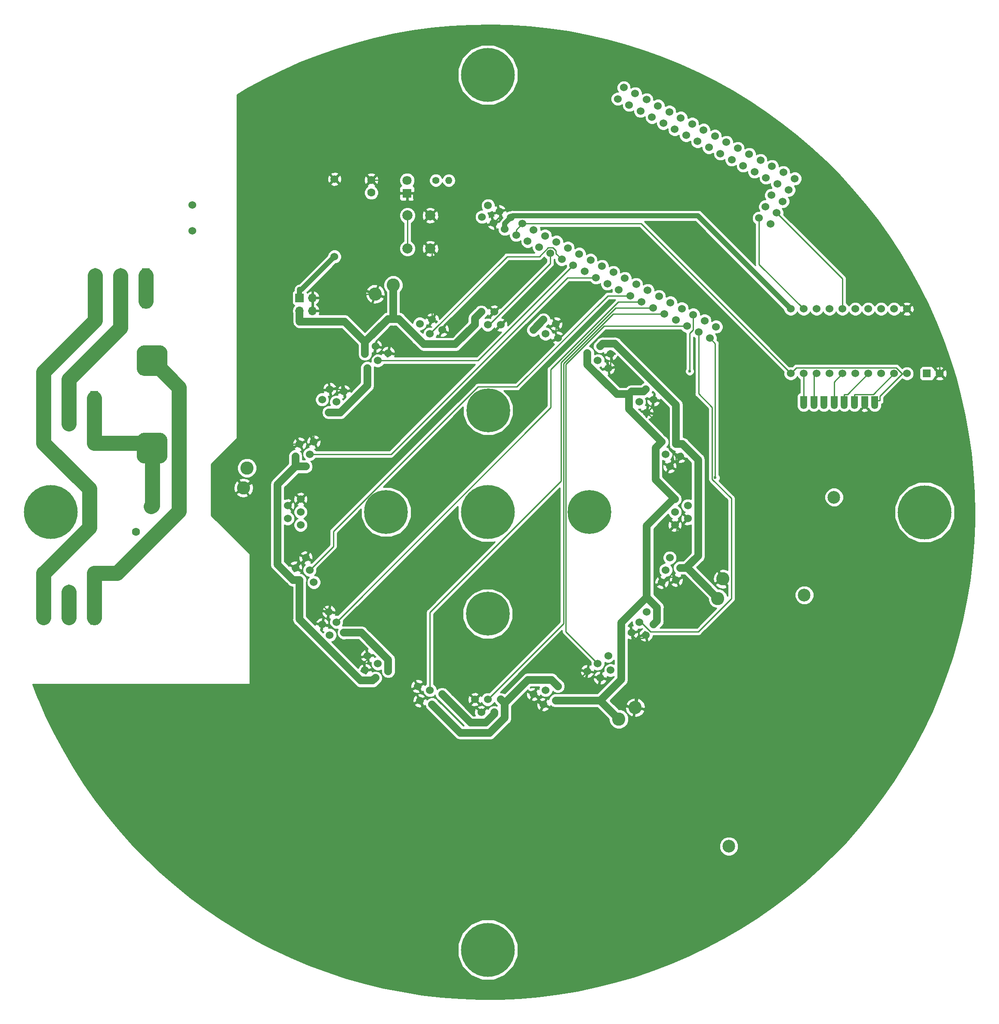
<source format=gbr>
G04 #@! TF.GenerationSoftware,KiCad,Pcbnew,(5.0.2)-1*
G04 #@! TF.CreationDate,2020-02-16T18:45:07+01:00*
G04 #@! TF.ProjectId,HB-OU-RGB-STACKFIRE,48422d4f-552d-4524-9742-2d535441434b,2.0.1*
G04 #@! TF.SameCoordinates,Original*
G04 #@! TF.FileFunction,Copper,L1,Top*
G04 #@! TF.FilePolarity,Positive*
%FSLAX46Y46*%
G04 Gerber Fmt 4.6, Leading zero omitted, Abs format (unit mm)*
G04 Created by KiCad (PCBNEW (5.0.2)-1) date 16.02.2020 18:45:07*
%MOMM*%
%LPD*%
G01*
G04 APERTURE LIST*
G04 #@! TA.AperFunction,ComponentPad*
%ADD10C,2.500000*%
G04 #@! TD*
G04 #@! TA.AperFunction,ComponentPad*
%ADD11C,8.600000*%
G04 #@! TD*
G04 #@! TA.AperFunction,ComponentPad*
%ADD12C,0.900000*%
G04 #@! TD*
G04 #@! TA.AperFunction,ComponentPad*
%ADD13C,10.600000*%
G04 #@! TD*
G04 #@! TA.AperFunction,ComponentPad*
%ADD14C,1.800000*%
G04 #@! TD*
G04 #@! TA.AperFunction,ComponentPad*
%ADD15R,1.800000X1.800000*%
G04 #@! TD*
G04 #@! TA.AperFunction,Conductor*
%ADD16C,0.100000*%
G04 #@! TD*
G04 #@! TA.AperFunction,SMDPad,CuDef*
%ADD17C,6.000000*%
G04 #@! TD*
G04 #@! TA.AperFunction,ComponentPad*
%ADD18R,1.500000X3.000000*%
G04 #@! TD*
G04 #@! TA.AperFunction,ComponentPad*
%ADD19O,1.500000X3.000000*%
G04 #@! TD*
G04 #@! TA.AperFunction,ComponentPad*
%ADD20C,1.524000*%
G04 #@! TD*
G04 #@! TA.AperFunction,ComponentPad*
%ADD21C,1.400000*%
G04 #@! TD*
G04 #@! TA.AperFunction,ComponentPad*
%ADD22O,1.400000X1.400000*%
G04 #@! TD*
G04 #@! TA.AperFunction,ComponentPad*
%ADD23C,1.600000*%
G04 #@! TD*
G04 #@! TA.AperFunction,ComponentPad*
%ADD24C,2.000000*%
G04 #@! TD*
G04 #@! TA.AperFunction,ComponentPad*
%ADD25R,1.700000X1.700000*%
G04 #@! TD*
G04 #@! TA.AperFunction,ComponentPad*
%ADD26O,1.700000X1.700000*%
G04 #@! TD*
G04 #@! TA.AperFunction,ComponentPad*
%ADD27C,1.350000*%
G04 #@! TD*
G04 #@! TA.AperFunction,ConnectorPad*
%ADD28R,1.350000X1.800000*%
G04 #@! TD*
G04 #@! TA.AperFunction,ComponentPad*
%ADD29C,2.600000*%
G04 #@! TD*
G04 #@! TA.AperFunction,ComponentPad*
%ADD30R,1.600000X1.600000*%
G04 #@! TD*
G04 #@! TA.AperFunction,ViaPad*
%ADD31C,0.600000*%
G04 #@! TD*
G04 #@! TA.AperFunction,Conductor*
%ADD32C,0.250000*%
G04 #@! TD*
G04 #@! TA.AperFunction,Conductor*
%ADD33C,1.000000*%
G04 #@! TD*
G04 #@! TA.AperFunction,Conductor*
%ADD34C,3.000000*%
G04 #@! TD*
G04 #@! TA.AperFunction,Conductor*
%ADD35C,1.500000*%
G04 #@! TD*
G04 #@! TA.AperFunction,Conductor*
%ADD36C,0.254000*%
G04 #@! TD*
G04 APERTURE END LIST*
D10*
G04 #@! TO.P,MH3,1*
G04 #@! TO.N,N/C*
X221361000Y-230124000D03*
G04 #@! TD*
G04 #@! TO.P,MH2,1*
G04 #@! TO.N,N/C*
X236220000Y-180721000D03*
G04 #@! TD*
D11*
G04 #@! TO.P,P12,1*
G04 #@! TO.N,N/C*
X173926000Y-184402000D03*
D12*
X177151000Y-184402000D03*
X176206419Y-186682419D03*
X173926000Y-187627000D03*
X171645581Y-186682419D03*
X170701000Y-184402000D03*
X171645581Y-182121581D03*
X173926000Y-181177000D03*
X176206419Y-182121581D03*
G04 #@! TD*
G04 #@! TO.P,P14,1*
G04 #@! TO.N,N/C*
X176290419Y-142121581D03*
X174010000Y-141177000D03*
X171729581Y-142121581D03*
X170785000Y-144402000D03*
X171729581Y-146682419D03*
X174010000Y-147627000D03*
X176290419Y-146682419D03*
X177235000Y-144402000D03*
D11*
X174010000Y-144402000D03*
G04 #@! TD*
G04 #@! TO.P,P13,1*
G04 #@! TO.N,N/C*
X193926000Y-164402000D03*
D12*
X197151000Y-164402000D03*
X196206419Y-166682419D03*
X193926000Y-167627000D03*
X191645581Y-166682419D03*
X190701000Y-164402000D03*
X191645581Y-162121581D03*
X193926000Y-161177000D03*
X196206419Y-162121581D03*
G04 #@! TD*
D13*
G04 #@! TO.P,P5,1*
G04 #@! TO.N,N/C*
X259920000Y-164436000D03*
D12*
X263895000Y-164436000D03*
X262730749Y-167246749D03*
X259920000Y-168411000D03*
X257109251Y-167246749D03*
X255945000Y-164436000D03*
X257109251Y-161625251D03*
X259920000Y-160461000D03*
X262730749Y-161625251D03*
G04 #@! TD*
G04 #@! TO.P,P2,1*
G04 #@! TO.N,N/C*
X176736749Y-161591251D03*
X173926000Y-160427000D03*
X171115251Y-161591251D03*
X169951000Y-164402000D03*
X171115251Y-167212749D03*
X173926000Y-168377000D03*
X176736749Y-167212749D03*
X177901000Y-164402000D03*
D13*
X173926000Y-164402000D03*
G04 #@! TD*
G04 #@! TO.P,P4,1*
G04 #@! TO.N,N/C*
X87920000Y-164389000D03*
D12*
X91895000Y-164389000D03*
X90730749Y-167199749D03*
X87920000Y-168364000D03*
X85109251Y-167199749D03*
X83945000Y-164389000D03*
X85109251Y-161578251D03*
X87920000Y-160414000D03*
X90730749Y-161578251D03*
G04 #@! TD*
D13*
G04 #@! TO.P,P1,1*
G04 #@! TO.N,N/C*
X173920000Y-78436000D03*
D12*
X177895000Y-78436000D03*
X176730749Y-81246749D03*
X173920000Y-82411000D03*
X171109251Y-81246749D03*
X169945000Y-78436000D03*
X171109251Y-75625251D03*
X173920000Y-74461000D03*
X176730749Y-75625251D03*
G04 #@! TD*
D13*
G04 #@! TO.P,P3,1*
G04 #@! TO.N,N/C*
X173920000Y-250461000D03*
D12*
X177895000Y-250461000D03*
X176730749Y-253271749D03*
X173920000Y-254436000D03*
X171109251Y-253271749D03*
X169945000Y-250461000D03*
X171109251Y-247650251D03*
X173920000Y-246486000D03*
X176730749Y-247650251D03*
G04 #@! TD*
D14*
G04 #@! TO.P,D1,2*
G04 #@! TO.N,Net-(D1-Pad2)*
X158052000Y-99187000D03*
D15*
G04 #@! TO.P,D1,1*
G04 #@! TO.N,GND*
X158052000Y-101727000D03*
G04 #@! TD*
D16*
G04 #@! TO.N,Net-(F1-Pad1)*
G04 #@! TO.C,F1*
G36*
X109517026Y-131623223D02*
X109662635Y-131644822D01*
X109805427Y-131680589D01*
X109944025Y-131730181D01*
X110077095Y-131793118D01*
X110203355Y-131868796D01*
X110321590Y-131956484D01*
X110430660Y-132055340D01*
X110529516Y-132164410D01*
X110617204Y-132282645D01*
X110692882Y-132408905D01*
X110755819Y-132541975D01*
X110805411Y-132680573D01*
X110841178Y-132823365D01*
X110862777Y-132968974D01*
X110870000Y-133116000D01*
X110870000Y-136116000D01*
X110862777Y-136263026D01*
X110841178Y-136408635D01*
X110805411Y-136551427D01*
X110755819Y-136690025D01*
X110692882Y-136823095D01*
X110617204Y-136949355D01*
X110529516Y-137067590D01*
X110430660Y-137176660D01*
X110321590Y-137275516D01*
X110203355Y-137363204D01*
X110077095Y-137438882D01*
X109944025Y-137501819D01*
X109805427Y-137551411D01*
X109662635Y-137587178D01*
X109517026Y-137608777D01*
X109370000Y-137616000D01*
X106370000Y-137616000D01*
X106222974Y-137608777D01*
X106077365Y-137587178D01*
X105934573Y-137551411D01*
X105795975Y-137501819D01*
X105662905Y-137438882D01*
X105536645Y-137363204D01*
X105418410Y-137275516D01*
X105309340Y-137176660D01*
X105210484Y-137067590D01*
X105122796Y-136949355D01*
X105047118Y-136823095D01*
X104984181Y-136690025D01*
X104934589Y-136551427D01*
X104898822Y-136408635D01*
X104877223Y-136263026D01*
X104870000Y-136116000D01*
X104870000Y-133116000D01*
X104877223Y-132968974D01*
X104898822Y-132823365D01*
X104934589Y-132680573D01*
X104984181Y-132541975D01*
X105047118Y-132408905D01*
X105122796Y-132282645D01*
X105210484Y-132164410D01*
X105309340Y-132055340D01*
X105418410Y-131956484D01*
X105536645Y-131868796D01*
X105662905Y-131793118D01*
X105795975Y-131730181D01*
X105934573Y-131680589D01*
X106077365Y-131644822D01*
X106222974Y-131623223D01*
X106370000Y-131616000D01*
X109370000Y-131616000D01*
X109517026Y-131623223D01*
X109517026Y-131623223D01*
G37*
D17*
G04 #@! TD*
G04 #@! TO.P,F1,1*
G04 #@! TO.N,Net-(F1-Pad1)*
X107870000Y-134616000D03*
D16*
G04 #@! TO.N,Net-(F1-Pad2)*
G04 #@! TO.C,F1*
G36*
X109517026Y-148823223D02*
X109662635Y-148844822D01*
X109805427Y-148880589D01*
X109944025Y-148930181D01*
X110077095Y-148993118D01*
X110203355Y-149068796D01*
X110321590Y-149156484D01*
X110430660Y-149255340D01*
X110529516Y-149364410D01*
X110617204Y-149482645D01*
X110692882Y-149608905D01*
X110755819Y-149741975D01*
X110805411Y-149880573D01*
X110841178Y-150023365D01*
X110862777Y-150168974D01*
X110870000Y-150316000D01*
X110870000Y-153316000D01*
X110862777Y-153463026D01*
X110841178Y-153608635D01*
X110805411Y-153751427D01*
X110755819Y-153890025D01*
X110692882Y-154023095D01*
X110617204Y-154149355D01*
X110529516Y-154267590D01*
X110430660Y-154376660D01*
X110321590Y-154475516D01*
X110203355Y-154563204D01*
X110077095Y-154638882D01*
X109944025Y-154701819D01*
X109805427Y-154751411D01*
X109662635Y-154787178D01*
X109517026Y-154808777D01*
X109370000Y-154816000D01*
X106370000Y-154816000D01*
X106222974Y-154808777D01*
X106077365Y-154787178D01*
X105934573Y-154751411D01*
X105795975Y-154701819D01*
X105662905Y-154638882D01*
X105536645Y-154563204D01*
X105418410Y-154475516D01*
X105309340Y-154376660D01*
X105210484Y-154267590D01*
X105122796Y-154149355D01*
X105047118Y-154023095D01*
X104984181Y-153890025D01*
X104934589Y-153751427D01*
X104898822Y-153608635D01*
X104877223Y-153463026D01*
X104870000Y-153316000D01*
X104870000Y-150316000D01*
X104877223Y-150168974D01*
X104898822Y-150023365D01*
X104934589Y-149880573D01*
X104984181Y-149741975D01*
X105047118Y-149608905D01*
X105122796Y-149482645D01*
X105210484Y-149364410D01*
X105309340Y-149255340D01*
X105418410Y-149156484D01*
X105536645Y-149068796D01*
X105662905Y-148993118D01*
X105795975Y-148930181D01*
X105934573Y-148880589D01*
X106077365Y-148844822D01*
X106222974Y-148823223D01*
X106370000Y-148816000D01*
X109370000Y-148816000D01*
X109517026Y-148823223D01*
X109517026Y-148823223D01*
G37*
D17*
G04 #@! TD*
G04 #@! TO.P,F1,2*
G04 #@! TO.N,Net-(F1-Pad2)*
X107870000Y-151816000D03*
D18*
G04 #@! TO.P,J1,1*
G04 #@! TO.N,Net-(F1-Pad2)*
X106680000Y-122936000D03*
X106680000Y-117936000D03*
D19*
G04 #@! TO.P,J1,2*
G04 #@! TO.N,Net-(J1-Pad2)*
X101680000Y-122936000D03*
X101680000Y-117936000D03*
G04 #@! TO.P,J1,3*
G04 #@! TO.N,Net-(J1-Pad3)*
X96680000Y-122936000D03*
X96680000Y-117936000D03*
G04 #@! TD*
G04 #@! TO.P,J2,3*
G04 #@! TO.N,Net-(J1-Pad3)*
X86520000Y-142066000D03*
X86520000Y-147066000D03*
G04 #@! TO.P,J2,2*
G04 #@! TO.N,Net-(J1-Pad2)*
X91520000Y-142066000D03*
X91520000Y-147066000D03*
D18*
G04 #@! TO.P,J2,1*
G04 #@! TO.N,Net-(F1-Pad2)*
X96520000Y-142066000D03*
X96520000Y-147066000D03*
G04 #@! TD*
D20*
G04 #@! TO.P,PS1,1*
G04 #@! TO.N,Net-(J1-Pad2)*
X115824000Y-104013000D03*
G04 #@! TO.P,PS1,2*
G04 #@! TO.N,Net-(F1-Pad2)*
X115824000Y-109093000D03*
G04 #@! TO.P,PS1,3*
G04 #@! TO.N,GND*
X143764000Y-98933000D03*
G04 #@! TO.P,PS1,4*
G04 #@! TO.N,+VDC*
X143764000Y-114173000D03*
G04 #@! TD*
D21*
G04 #@! TO.P,R1,1*
G04 #@! TO.N,Net-(D1-Pad2)*
X163703000Y-99187000D03*
D22*
G04 #@! TO.P,R1,2*
G04 #@! TO.N,Net-(B1-Pad4)*
X166243000Y-99187000D03*
G04 #@! TD*
D23*
G04 #@! TO.P,RV1,1*
G04 #@! TO.N,Net-(F1-Pad2)*
X107696000Y-163322000D03*
G04 #@! TO.P,RV1,2*
G04 #@! TO.N,Net-(J1-Pad2)*
X104696000Y-168322000D03*
G04 #@! TD*
D24*
G04 #@! TO.P,SW1,2*
G04 #@! TO.N,GND*
X162615000Y-112586000D03*
G04 #@! TO.P,SW1,1*
G04 #@! TO.N,Net-(B1-Pad13)*
X158115000Y-112586000D03*
G04 #@! TO.P,SW1,2*
G04 #@! TO.N,GND*
X162615000Y-106086000D03*
G04 #@! TO.P,SW1,1*
G04 #@! TO.N,Net-(B1-Pad13)*
X158115000Y-106086000D03*
G04 #@! TD*
D12*
G04 #@! TO.P,P11,1*
G04 #@! TO.N,N/C*
X156206419Y-162121581D03*
X153926000Y-161177000D03*
X151645581Y-162121581D03*
X150701000Y-164402000D03*
X151645581Y-166682419D03*
X153926000Y-167627000D03*
X156206419Y-166682419D03*
X157151000Y-164402000D03*
D11*
X153926000Y-164402000D03*
G04 #@! TD*
D10*
G04 #@! TO.P,MH1,1*
G04 #@! TO.N,N/C*
X242062000Y-161480000D03*
G04 #@! TD*
D20*
G04 #@! TO.P,B1,VIN*
G04 #@! TO.N,+VDC*
X172792385Y-106369544D03*
G04 #@! TO.P,B1,GND@*
G04 #@! TO.N,GND*
X175035071Y-107562001D03*
G04 #@! TO.P,B1,5V@0*
G04 #@! TO.N,+5V*
X177277758Y-108754459D03*
G04 #@! TO.P,B1,3.3V*
G04 #@! TO.N,+3V3*
X179520445Y-109946917D03*
G04 #@! TO.P,B1,RESE*
G04 #@! TO.N,Net-(B1-PadRESE)*
X181763132Y-111139375D03*
G04 #@! TO.P,B1,1*
G04 #@! TO.N,Net-(B1-Pad1)*
X184005819Y-112331832D03*
G04 #@! TO.P,B1,3*
G04 #@! TO.N,/WS28XX_1*
X186248506Y-113524290D03*
G04 #@! TO.P,B1,5*
G04 #@! TO.N,/WS28XX_2*
X188491193Y-114716748D03*
G04 #@! TO.P,B1,7*
G04 #@! TO.N,/WS28XX_3*
X190733880Y-115909206D03*
G04 #@! TO.P,B1,9*
G04 #@! TO.N,/WS28XX_4*
X192976566Y-117101664D03*
G04 #@! TO.P,B1,11*
G04 #@! TO.N,/WS28XX_5*
X195219253Y-118294121D03*
G04 #@! TO.P,B1,13*
G04 #@! TO.N,Net-(B1-Pad13)*
X197461940Y-119486579D03*
G04 #@! TO.P,B1,15*
G04 #@! TO.N,/WS28XX_6*
X199704627Y-120679037D03*
G04 #@! TO.P,B1,17*
G04 #@! TO.N,/WS28XX_7*
X201947314Y-121871495D03*
G04 #@! TO.P,B1,19*
G04 #@! TO.N,/WS28XX_8*
X204190001Y-123063952D03*
G04 #@! TO.P,B1,21*
G04 #@! TO.N,/WS28XX_10*
X206432688Y-124256410D03*
G04 #@! TO.P,B1,23*
G04 #@! TO.N,/WS28XX_11*
X208675375Y-125448868D03*
G04 #@! TO.P,B1,25*
G04 #@! TO.N,/WS28XX_12*
X210918062Y-126641326D03*
G04 #@! TO.P,B1,27*
G04 #@! TO.N,/WS28XX_13*
X213160748Y-127833783D03*
G04 #@! TO.P,B1,29*
G04 #@! TO.N,/WS28XX_14*
X215403435Y-129026241D03*
G04 #@! TO.P,B1,31*
G04 #@! TO.N,/WS28XX_15*
X217646122Y-130218699D03*
G04 #@! TO.P,B1,VIN*
G04 #@! TO.N,+VDC*
X173984842Y-104126857D03*
G04 #@! TO.P,B1,GND@*
G04 #@! TO.N,GND*
X176227529Y-105319315D03*
G04 #@! TO.P,B1,5V@1*
G04 #@! TO.N,+5V*
X178470216Y-106511772D03*
G04 #@! TO.P,B1,3.3V*
G04 #@! TO.N,+3V3*
X180712903Y-107704230D03*
G04 #@! TO.P,B1,AREF*
G04 #@! TO.N,Net-(B1-PadAREF)*
X182955590Y-108896688D03*
G04 #@! TO.P,B1,0*
G04 #@! TO.N,Net-(B1-Pad0)*
X185198277Y-110089146D03*
G04 #@! TO.P,B1,2*
G04 #@! TO.N,/HV5(D2)*
X187440964Y-111281603D03*
G04 #@! TO.P,B1,4*
G04 #@! TO.N,Net-(B1-Pad4)*
X189683650Y-112474061D03*
G04 #@! TO.P,B1,6*
G04 #@! TO.N,Net-(B1-Pad6)*
X191926337Y-113666519D03*
G04 #@! TO.P,B1,8*
G04 #@! TO.N,Net-(B1-Pad8)*
X194169024Y-114858977D03*
G04 #@! TO.P,B1,10*
G04 #@! TO.N,Net-(B1-Pad10)*
X196411711Y-116051434D03*
G04 #@! TO.P,B1,12*
G04 #@! TO.N,Net-(B1-Pad12)*
X198654398Y-117243892D03*
G04 #@! TO.P,B1,14*
G04 #@! TO.N,Net-(B1-Pad14)*
X200897085Y-118436350D03*
G04 #@! TO.P,B1,16*
G04 #@! TO.N,Net-(B1-Pad16)*
X203139772Y-119628808D03*
G04 #@! TO.P,B1,18*
G04 #@! TO.N,Net-(B1-Pad18)*
X205382459Y-120821266D03*
G04 #@! TO.P,B1,20*
G04 #@! TO.N,/WS28XX_9*
X207625146Y-122013723D03*
G04 #@! TO.P,B1,22*
G04 #@! TO.N,/WS28XX_16*
X209867832Y-123206181D03*
G04 #@! TO.P,B1,24*
G04 #@! TO.N,/WS28XX_17*
X212110519Y-124398639D03*
G04 #@! TO.P,B1,26*
G04 #@! TO.N,/WS28XX_18*
X214353206Y-125591097D03*
G04 #@! TO.P,B1,28*
G04 #@! TO.N,/WS28XX_19*
X216595893Y-126783554D03*
G04 #@! TO.P,B1,30*
G04 #@! TO.N,/WS28XX_20*
X218838580Y-127976012D03*
G04 #@! TO.P,B1,52*
G04 #@! TO.N,/HV3(SCK)*
X229570700Y-107791830D03*
G04 #@! TO.P,B1,50*
G04 #@! TO.N,/HV1(MISO)*
X230763158Y-105549143D03*
G04 #@! TO.P,B1,48*
G04 #@! TO.N,Net-(B1-Pad48)*
X231955615Y-103306456D03*
G04 #@! TO.P,B1,53*
G04 #@! TO.N,/HV4(SS)*
X227328013Y-106599372D03*
G04 #@! TO.P,B1,51*
G04 #@! TO.N,/HV2(MOSI)*
X228520471Y-104356685D03*
G04 #@! TO.P,B1,49*
G04 #@! TO.N,Net-(B1-Pad49)*
X229712929Y-102113999D03*
G04 #@! TO.P,B1,47*
G04 #@! TO.N,Net-(B1-Pad47)*
X233148073Y-101063769D03*
G04 #@! TO.P,B1,39*
G04 #@! TO.N,Net-(B1-Pad39)*
X224177326Y-96293938D03*
G04 #@! TO.P,B1,37*
G04 #@! TO.N,Net-(B1-Pad37)*
X221934639Y-95101481D03*
G04 #@! TO.P,B1,35*
G04 #@! TO.N,Net-(B1-Pad35)*
X219691952Y-93909023D03*
G04 #@! TO.P,B1,33*
G04 #@! TO.N,Net-(B1-Pad33)*
X217449265Y-92716565D03*
G04 #@! TO.P,B1,A15*
G04 #@! TO.N,Net-(B1-PadA15)*
X215206578Y-91524107D03*
G04 #@! TO.P,B1,A13*
G04 #@! TO.N,Net-(B1-PadA13)*
X212963891Y-90331650D03*
G04 #@! TO.P,B1,A11*
G04 #@! TO.N,Net-(B1-PadA11)*
X210721204Y-89139192D03*
G04 #@! TO.P,B1,A9*
G04 #@! TO.N,Net-(B1-PadA9)*
X208478518Y-87946734D03*
G04 #@! TO.P,B1,A7*
G04 #@! TO.N,Net-(B1-PadA7)*
X206235831Y-86754276D03*
G04 #@! TO.P,B1,A5*
G04 #@! TO.N,Net-(B1-PadA5)*
X203993144Y-85561818D03*
G04 #@! TO.P,B1,A3*
G04 #@! TO.N,Net-(B1-PadA3)*
X201750457Y-84369361D03*
G04 #@! TO.P,B1,A1*
G04 #@! TO.N,Net-(B1-PadA1)*
X199507770Y-83176903D03*
G04 #@! TO.P,B1,46*
G04 #@! TO.N,Net-(B1-Pad46)*
X234340531Y-98821083D03*
G04 #@! TO.P,B1,38*
G04 #@! TO.N,Net-(B1-Pad38)*
X225369783Y-94051252D03*
G04 #@! TO.P,B1,36*
G04 #@! TO.N,Net-(B1-Pad36)*
X223127097Y-92858794D03*
G04 #@! TO.P,B1,34*
G04 #@! TO.N,Net-(B1-Pad34)*
X220884410Y-91666336D03*
G04 #@! TO.P,B1,32*
G04 #@! TO.N,Net-(B1-Pad32)*
X218641723Y-90473878D03*
G04 #@! TO.P,B1,A14*
G04 #@! TO.N,Net-(B1-PadA14)*
X216399036Y-89281420D03*
G04 #@! TO.P,B1,A12*
G04 #@! TO.N,Net-(B1-PadA12)*
X214156349Y-88088963D03*
G04 #@! TO.P,B1,A10*
G04 #@! TO.N,Net-(B1-PadA10)*
X211913662Y-86896505D03*
G04 #@! TO.P,B1,A8*
G04 #@! TO.N,Net-(B1-PadA8)*
X209670975Y-85704047D03*
G04 #@! TO.P,B1,A6*
G04 #@! TO.N,Net-(B1-PadA6)*
X207428288Y-84511589D03*
G04 #@! TO.P,B1,A4*
G04 #@! TO.N,Net-(B1-PadA4)*
X205185601Y-83319132D03*
G04 #@! TO.P,B1,A2*
G04 #@! TO.N,Net-(B1-PadA2)*
X202942915Y-82126674D03*
G04 #@! TO.P,B1,A0*
G04 #@! TO.N,Net-(B1-PadA0)*
X200700228Y-80934216D03*
G04 #@! TO.P,B1,40*
G04 #@! TO.N,Net-(B1-Pad40)*
X227612470Y-95243709D03*
G04 #@! TO.P,B1,41*
G04 #@! TO.N,Net-(B1-Pad41)*
X226420013Y-97486396D03*
G04 #@! TO.P,B1,42*
G04 #@! TO.N,Net-(B1-Pad42)*
X229855157Y-96436167D03*
G04 #@! TO.P,B1,43*
G04 #@! TO.N,Net-(B1-Pad43)*
X228662699Y-98678854D03*
G04 #@! TO.P,B1,44*
G04 #@! TO.N,Net-(B1-Pad44)*
X232097844Y-97628625D03*
G04 #@! TO.P,B1,45*
G04 #@! TO.N,Net-(B1-Pad45)*
X230905386Y-99871312D03*
G04 #@! TD*
D18*
G04 #@! TO.P,J3,1*
G04 #@! TO.N,Net-(F1-Pad1)*
X96520000Y-185166000D03*
X96520000Y-180166000D03*
D19*
G04 #@! TO.P,J3,2*
G04 #@! TO.N,Net-(J1-Pad2)*
X91520000Y-185166000D03*
X91520000Y-180166000D03*
G04 #@! TO.P,J3,3*
G04 #@! TO.N,Net-(J1-Pad3)*
X86520000Y-185166000D03*
X86520000Y-180166000D03*
G04 #@! TD*
D25*
G04 #@! TO.P,J4,1*
G04 #@! TO.N,+VDC*
X136906000Y-122301000D03*
D26*
G04 #@! TO.P,J4,2*
G04 #@! TO.N,GND*
X139446000Y-122301000D03*
G04 #@! TO.P,J4,3*
G04 #@! TO.N,/VCC_WS28XX_1_1*
X136906000Y-124841000D03*
G04 #@! TO.P,J4,4*
G04 #@! TO.N,GND*
X139446000Y-124841000D03*
G04 #@! TD*
D27*
G04 #@! TO.P,U1,8*
G04 #@! TO.N,/LV4(SS)*
X236087000Y-143470000D03*
D28*
X236087000Y-142470000D03*
D27*
G04 #@! TO.P,U1,1*
G04 #@! TO.N,+3V3*
X250087000Y-143470000D03*
G04 #@! TO.P,U1,2*
G04 #@! TO.N,GND*
X248087000Y-143470000D03*
G04 #@! TO.P,U1,3*
G04 #@! TO.N,/LV2(MOSI)*
X246087000Y-143470000D03*
G04 #@! TO.P,U1,4*
G04 #@! TO.N,/LV3(SCK)*
X244087000Y-143470000D03*
G04 #@! TO.P,U1,5*
G04 #@! TO.N,/LV1(MISO)*
X242087000Y-143470000D03*
G04 #@! TO.P,U1,6*
G04 #@! TO.N,Net-(U1-Pad6)*
X240087000Y-143470000D03*
G04 #@! TO.P,U1,7*
G04 #@! TO.N,/LV5(D2)*
X238087000Y-143470000D03*
D28*
G04 #@! TO.P,U1,1*
G04 #@! TO.N,+3V3*
X250087000Y-142470000D03*
G04 #@! TO.P,U1,2*
G04 #@! TO.N,GND*
X248087000Y-142470000D03*
G04 #@! TO.P,U1,3*
G04 #@! TO.N,/LV2(MOSI)*
X246087000Y-142470000D03*
G04 #@! TO.P,U1,4*
G04 #@! TO.N,/LV3(SCK)*
X244087000Y-142470000D03*
G04 #@! TO.P,U1,5*
G04 #@! TO.N,/LV1(MISO)*
X242087000Y-142470000D03*
G04 #@! TO.P,U1,6*
G04 #@! TO.N,Net-(U1-Pad6)*
X240087000Y-142470000D03*
G04 #@! TO.P,U1,7*
G04 #@! TO.N,/LV5(D2)*
X238087000Y-142470000D03*
G04 #@! TD*
D29*
G04 #@! TO.P,J5,1*
G04 #@! TO.N,GND*
X151765000Y-121539000D03*
G04 #@! TO.P,J5,2*
G04 #@! TO.N,/VCC_WS28XX_1_1*
X155324224Y-119803050D03*
G04 #@! TD*
G04 #@! TO.P,J6,2*
G04 #@! TO.N,/VCC_WS28XX_1_2*
X219193077Y-181371066D03*
G04 #@! TO.P,J6,1*
G04 #@! TO.N,GND*
X220218000Y-177546000D03*
G04 #@! TD*
G04 #@! TO.P,J7,2*
G04 #@! TO.N,/VCC_WS28XX_2_1*
X126544647Y-155739161D03*
G04 #@! TO.P,J7,1*
G04 #@! TO.N,GND*
X125857000Y-159639000D03*
G04 #@! TD*
G04 #@! TO.P,J8,1*
G04 #@! TO.N,GND*
X202946000Y-202819000D03*
G04 #@! TO.P,J8,2*
G04 #@! TO.N,/VCC_WS28XX_2_2*
X199702158Y-205090363D03*
G04 #@! TD*
D20*
G04 #@! TO.P,J9,1*
G04 #@! TO.N,GND*
X176466000Y-127572000D03*
G04 #@! TO.P,J9,61*
X175196000Y-125032000D03*
G04 #@! TO.P,J9,2*
G04 #@! TO.N,/WS28XX_1*
X173926000Y-127572000D03*
G04 #@! TO.P,J9,3*
G04 #@! TO.N,/VCC_WS28XX_1_1*
X171386000Y-127572000D03*
G04 #@! TO.P,J9,62*
X172656000Y-125032000D03*
G04 #@! TO.P,J9,6*
X160129221Y-130159492D03*
G04 #@! TO.P,J9,9*
X150222966Y-136098879D03*
G04 #@! TO.P,J9,12*
X142636930Y-144808772D03*
G04 #@! TO.P,J9,15*
X138113685Y-155436588D03*
G04 #@! TO.P,J9,18*
G04 #@! TO.N,/VCC_WS28XX_1_2*
X137096000Y-166942000D03*
G04 #@! TO.P,J9,21*
X139683492Y-178198779D03*
G04 #@! TO.P,J9,24*
X145622879Y-188105034D03*
G04 #@! TO.P,J9,27*
X154332772Y-195691070D03*
G04 #@! TO.P,J9,30*
X164960588Y-200214315D03*
G04 #@! TO.P,J9,33*
G04 #@! TO.N,/VCC_WS28XX_2_1*
X176466000Y-201232000D03*
G04 #@! TO.P,J9,36*
X187722779Y-198644508D03*
G04 #@! TO.P,J9,39*
X197629034Y-192705121D03*
G04 #@! TO.P,J9,42*
X205215070Y-183995228D03*
G04 #@! TO.P,J9,45*
X209738315Y-173367412D03*
G04 #@! TO.P,J9,48*
G04 #@! TO.N,/VCC_WS28XX_2_2*
X210756000Y-161862000D03*
G04 #@! TO.P,J9,51*
X208168508Y-150605221D03*
G04 #@! TO.P,J9,54*
X202229121Y-140698966D03*
G04 #@! TO.P,J9,57*
X193519228Y-133112930D03*
G04 #@! TO.P,J9,60*
X182891412Y-128589685D03*
G04 #@! TO.P,J9,5*
G04 #@! TO.N,/WS28XX_2*
X162544904Y-129374589D03*
G04 #@! TO.P,J9,8*
G04 #@! TO.N,/WS28XX_3*
X152277869Y-134605904D03*
G04 #@! TO.P,J9,11*
G04 #@! TO.N,/WS28XX_4*
X144129904Y-142753869D03*
G04 #@! TO.P,J9,14*
G04 #@! TO.N,/WS28XX_5*
X138898589Y-153020904D03*
G04 #@! TO.P,J9,17*
G04 #@! TO.N,/WS28XX_6*
X137096000Y-164402000D03*
G04 #@! TO.P,J9,20*
G04 #@! TO.N,/WS28XX_7*
X138898589Y-175783096D03*
G04 #@! TO.P,J9,23*
G04 #@! TO.N,/WS28XX_8*
X144129904Y-186050131D03*
G04 #@! TO.P,J9,26*
G04 #@! TO.N,/WS28XX_9*
X152277869Y-194198096D03*
G04 #@! TO.P,J9,29*
G04 #@! TO.N,/WS28XX_10*
X162544904Y-199429411D03*
G04 #@! TO.P,J9,32*
G04 #@! TO.N,/WS28XX_11*
X173926000Y-201232000D03*
G04 #@! TO.P,J9,35*
G04 #@! TO.N,/WS28XX_12*
X185307096Y-199429411D03*
G04 #@! TO.P,J9,38*
G04 #@! TO.N,/WS28XX_13*
X195574131Y-194198096D03*
G04 #@! TO.P,J9,41*
G04 #@! TO.N,/WS28XX_14*
X203722096Y-186050131D03*
G04 #@! TO.P,J9,44*
G04 #@! TO.N,/WS28XX_15*
X208953411Y-175783096D03*
G04 #@! TO.P,J9,47*
G04 #@! TO.N,/WS28XX_16*
X210756000Y-164402000D03*
G04 #@! TO.P,J9,50*
G04 #@! TO.N,/WS28XX_17*
X208953411Y-153020904D03*
G04 #@! TO.P,J9,53*
G04 #@! TO.N,/WS28XX_18*
X203722096Y-142753869D03*
G04 #@! TO.P,J9,56*
G04 #@! TO.N,/WS28XX_19*
X195574131Y-134605904D03*
G04 #@! TO.P,J9,59*
G04 #@! TO.N,/WS28XX_20*
X185307096Y-129374589D03*
G04 #@! TO.P,J9,64*
G04 #@! TO.N,/VCC_WS28XX_2_1*
X160552159Y-127351357D03*
G04 #@! TO.P,J9,66*
G04 #@! TO.N,/VCC_WS28XX_1_1*
X149757443Y-133297488D03*
G04 #@! TO.P,J9,68*
G04 #@! TO.N,/VCC_WS28XX_2_1*
X141328514Y-142288346D03*
G04 #@! TO.P,J9,70*
G04 #@! TO.N,/VCC_WS28XX_1_1*
X136090453Y-153443843D03*
G04 #@! TO.P,J9,72*
G04 #@! TO.N,/VCC_WS28XX_2_1*
X134556000Y-165672000D03*
G04 #@! TO.P,J9,74*
G04 #@! TO.N,/VCC_WS28XX_1_1*
X136875357Y-177775841D03*
G04 #@! TO.P,J9,76*
G04 #@! TO.N,/VCC_WS28XX_2_1*
X142821488Y-188570557D03*
G04 #@! TO.P,J9,78*
G04 #@! TO.N,/VCC_WS28XX_1_1*
X151812346Y-196999486D03*
G04 #@! TO.P,J9,80*
G04 #@! TO.N,/VCC_WS28XX_2_1*
X162967843Y-202237547D03*
G04 #@! TO.P,J9,82*
G04 #@! TO.N,/VCC_WS28XX_1_2*
X175196000Y-203772000D03*
G04 #@! TO.P,J9,84*
G04 #@! TO.N,/VCC_WS28XX_2_2*
X187299841Y-201452643D03*
G04 #@! TO.P,J9,86*
G04 #@! TO.N,/VCC_WS28XX_1_2*
X198094557Y-195506512D03*
G04 #@! TO.P,J9,88*
G04 #@! TO.N,/VCC_WS28XX_2_2*
X206523486Y-186515654D03*
G04 #@! TO.P,J9,90*
G04 #@! TO.N,/VCC_WS28XX_1_2*
X211761547Y-175360157D03*
G04 #@! TO.P,J9,92*
G04 #@! TO.N,/VCC_WS28XX_2_2*
X213296000Y-163132000D03*
G04 #@! TO.P,J9,94*
G04 #@! TO.N,/VCC_WS28XX_1_2*
X210976643Y-151028159D03*
G04 #@! TO.P,J9,96*
G04 #@! TO.N,/VCC_WS28XX_2_2*
X205030512Y-140233443D03*
G04 #@! TO.P,J9,98*
G04 #@! TO.N,/VCC_WS28XX_1_2*
X196039654Y-131804514D03*
G04 #@! TO.P,J9,100*
G04 #@! TO.N,/VCC_WS28XX_2_2*
X184884157Y-126566453D03*
G04 #@! TO.P,J9,4*
G04 #@! TO.N,GND*
X164960588Y-128589685D03*
G04 #@! TO.P,J9,7*
X154332772Y-133112930D03*
G04 #@! TO.P,J9,10*
X145622879Y-140698966D03*
G04 #@! TO.P,J9,13*
X139683492Y-150605221D03*
G04 #@! TO.P,J9,16*
X137096000Y-161862000D03*
G04 #@! TO.P,J9,19*
X138113685Y-173367412D03*
G04 #@! TO.P,J9,22*
X142636930Y-183995228D03*
G04 #@! TO.P,J9,25*
X150222966Y-192705121D03*
G04 #@! TO.P,J9,28*
X160129221Y-198644508D03*
G04 #@! TO.P,J9,31*
X171386000Y-201232000D03*
G04 #@! TO.P,J9,34*
X182891412Y-200214315D03*
G04 #@! TO.P,J9,37*
X193519228Y-195691070D03*
G04 #@! TO.P,J9,40*
X202229121Y-188105034D03*
G04 #@! TO.P,J9,43*
X208168508Y-178198779D03*
G04 #@! TO.P,J9,46*
X210756000Y-166942000D03*
G04 #@! TO.P,J9,49*
X209738315Y-155436588D03*
G04 #@! TO.P,J9,52*
X205215070Y-144808772D03*
G04 #@! TO.P,J9,55*
X197629034Y-136098879D03*
G04 #@! TO.P,J9,58*
X187722779Y-130159492D03*
G04 #@! TO.P,J9,63*
X162967843Y-126566453D03*
G04 #@! TO.P,J9,65*
X151812346Y-131804514D03*
G04 #@! TO.P,J9,67*
X142821488Y-140233443D03*
G04 #@! TO.P,J9,69*
X136875357Y-151028159D03*
G04 #@! TO.P,J9,71*
X134556000Y-163132000D03*
G04 #@! TO.P,J9,73*
X136090453Y-175360157D03*
G04 #@! TO.P,J9,75*
X141328514Y-186515654D03*
G04 #@! TO.P,J9,77*
X149757443Y-195506512D03*
G04 #@! TO.P,J9,79*
X160552159Y-201452643D03*
G04 #@! TO.P,J9,81*
X172656000Y-203772000D03*
G04 #@! TO.P,J9,83*
X184884157Y-202237547D03*
G04 #@! TO.P,J9,85*
X196039654Y-196999486D03*
G04 #@! TO.P,J9,87*
X205030512Y-188570557D03*
G04 #@! TO.P,J9,89*
X210976643Y-177775841D03*
G04 #@! TO.P,J9,91*
X213296000Y-165672000D03*
G04 #@! TO.P,J9,93*
X211761547Y-153443843D03*
G04 #@! TO.P,J9,95*
X206523486Y-142288346D03*
G04 #@! TO.P,J9,97*
X198094557Y-133297488D03*
G04 #@! TO.P,J9,99*
X187299841Y-127351357D03*
G04 #@! TD*
G04 #@! TO.P,U2,1*
G04 #@! TO.N,+3V3*
X233553000Y-137160000D03*
G04 #@! TO.P,U2,2*
G04 #@! TO.N,/LV4(SS)*
X236093000Y-137160000D03*
G04 #@! TO.P,U2,3*
G04 #@! TO.N,/LV5(D2)*
X238633000Y-137160000D03*
G04 #@! TO.P,U2,4*
G04 #@! TO.N,Net-(U2-Pad4)*
X241173000Y-137160000D03*
G04 #@! TO.P,U2,5*
G04 #@! TO.N,/LV1(MISO)*
X243713000Y-137160000D03*
G04 #@! TO.P,U2,6*
G04 #@! TO.N,Net-(U2-Pad6)*
X246253000Y-137160000D03*
G04 #@! TO.P,U2,7*
G04 #@! TO.N,/LV3(SCK)*
X248793000Y-137160000D03*
G04 #@! TO.P,U2,8*
G04 #@! TO.N,Net-(U2-Pad8)*
X251333000Y-137160000D03*
G04 #@! TO.P,U2,9*
G04 #@! TO.N,/LV2(MOSI)*
X253873000Y-137160000D03*
G04 #@! TO.P,U2,10*
G04 #@! TO.N,+3V3*
X256413000Y-137160000D03*
G04 #@! TO.P,U2,11*
G04 #@! TO.N,+5V*
X233553000Y-124460000D03*
G04 #@! TO.P,U2,12*
G04 #@! TO.N,/HV4(SS)*
X236093000Y-124460000D03*
G04 #@! TO.P,U2,13*
G04 #@! TO.N,/HV5(D2)*
X238633000Y-124460000D03*
G04 #@! TO.P,U2,14*
G04 #@! TO.N,Net-(U2-Pad14)*
X241173000Y-124460000D03*
G04 #@! TO.P,U2,15*
G04 #@! TO.N,/HV1(MISO)*
X243713000Y-124460000D03*
G04 #@! TO.P,U2,16*
G04 #@! TO.N,Net-(U2-Pad16)*
X246253000Y-124460000D03*
G04 #@! TO.P,U2,17*
G04 #@! TO.N,/HV3(SCK)*
X248793000Y-124460000D03*
G04 #@! TO.P,U2,18*
G04 #@! TO.N,Net-(U2-Pad18)*
X251333000Y-124460000D03*
G04 #@! TO.P,U2,19*
G04 #@! TO.N,/HV2(MOSI)*
X253873000Y-124460000D03*
G04 #@! TO.P,U2,20*
G04 #@! TO.N,GND*
X256413000Y-124460000D03*
G04 #@! TD*
D23*
G04 #@! TO.P,C2,1*
G04 #@! TO.N,+VDC*
X151003000Y-101600000D03*
G04 #@! TO.P,C2,2*
G04 #@! TO.N,GND*
X151003000Y-99100000D03*
G04 #@! TD*
D30*
G04 #@! TO.P,C1,1*
G04 #@! TO.N,+3V3*
X260350000Y-137160000D03*
D23*
G04 #@! TO.P,C1,2*
G04 #@! TO.N,GND*
X262850000Y-137160000D03*
G04 #@! TD*
D31*
G04 #@! TO.N,/WS28XX_15*
X218694600Y-157653700D03*
G04 #@! TO.N,/WS28XX_18*
X213655100Y-136712400D03*
G04 #@! TD*
D32*
G04 #@! TO.N,+3V3*
X250087000Y-142470000D02*
X251087300Y-142470000D01*
X255482700Y-137201300D02*
X254300100Y-136018700D01*
X254300100Y-136018700D02*
X234694300Y-136018700D01*
X234694300Y-136018700D02*
X233553000Y-137160000D01*
X256413000Y-137160000D02*
X256371700Y-137201300D01*
X256371700Y-137201300D02*
X255482700Y-137201300D01*
X255482700Y-137201300D02*
X251087300Y-141596700D01*
X251087300Y-141596700D02*
X251087300Y-142470000D01*
X180712900Y-107704200D02*
X179520400Y-108896700D01*
X179520400Y-108896700D02*
X179520400Y-109946900D01*
X233553000Y-137160000D02*
X204097200Y-107704200D01*
X204097200Y-107704200D02*
X180712900Y-107704200D01*
X250087000Y-142470000D02*
X250087000Y-143470000D01*
G04 #@! TO.N,GND*
X210959900Y-153443800D02*
X210959900Y-154215000D01*
X210959900Y-154215000D02*
X209738300Y-155436600D01*
X205215100Y-144808800D02*
X209572400Y-149166100D01*
X209572400Y-149166100D02*
X209572400Y-152056300D01*
X209572400Y-152056300D02*
X210959900Y-153443800D01*
X210959900Y-153443800D02*
X211761500Y-153443800D01*
X205215100Y-144808800D02*
X206523500Y-143500400D01*
X206523500Y-143500400D02*
X206523500Y-142288300D01*
X139683500Y-150605200D02*
X139683500Y-141930700D01*
X139683500Y-141930700D02*
X141380800Y-140233400D01*
X141380800Y-140233400D02*
X142821500Y-140233400D01*
X175035100Y-107562000D02*
X176227500Y-106369600D01*
X176227500Y-106369600D02*
X176227500Y-105319300D01*
X139446000Y-122301000D02*
X140621300Y-122301000D01*
X151765000Y-121539000D02*
X141383300Y-121539000D01*
X141383300Y-121539000D02*
X140621300Y-122301000D01*
X136488800Y-175360200D02*
X136090500Y-175360200D01*
X142636900Y-183995200D02*
X138279600Y-179637900D01*
X138279600Y-179637900D02*
X138279600Y-177151000D01*
X138279600Y-177151000D02*
X136488800Y-175360200D01*
X138113700Y-173367400D02*
X136488800Y-174992300D01*
X136488800Y-174992300D02*
X136488800Y-175360200D01*
X137096000Y-161862000D02*
X138494200Y-163260200D01*
X138494200Y-163260200D02*
X138494200Y-172986900D01*
X138494200Y-172986900D02*
X138113700Y-173367400D01*
X142636900Y-186515700D02*
X142636900Y-183995200D01*
X136875400Y-151028200D02*
X134467800Y-151028200D01*
X134467800Y-151028200D02*
X125857000Y-159639000D01*
X158052000Y-101727000D02*
X159277300Y-101727000D01*
X162615000Y-106086000D02*
X159277300Y-102748300D01*
X159277300Y-102748300D02*
X159277300Y-101727000D01*
X210363500Y-177162700D02*
X209204600Y-177162700D01*
X209204600Y-177162700D02*
X208168500Y-178198800D01*
X202946000Y-189212000D02*
X204389100Y-189212000D01*
X204389100Y-189212000D02*
X205030500Y-188570600D01*
X202229100Y-188105000D02*
X202229100Y-188495100D01*
X202229100Y-188495100D02*
X202946000Y-189212000D01*
X202946000Y-189212000D02*
X202946000Y-202819000D01*
X197629000Y-136098900D02*
X198094600Y-135633300D01*
X198094600Y-135633300D02*
X198094600Y-133297500D01*
X184884200Y-201839300D02*
X184884200Y-202237500D01*
X193519200Y-195691100D02*
X189161900Y-200048400D01*
X189161900Y-200048400D02*
X186675100Y-200048400D01*
X186675100Y-200048400D02*
X184884200Y-201839300D01*
X184884200Y-201839300D02*
X184516400Y-201839300D01*
X184516400Y-201839300D02*
X182891400Y-200214300D01*
X158052000Y-101727000D02*
X156826700Y-101727000D01*
X156826700Y-101727000D02*
X154199700Y-99100000D01*
X154199700Y-99100000D02*
X151003000Y-99100000D01*
X262850000Y-137160000D02*
X262850000Y-130897000D01*
X262850000Y-130897000D02*
X256413000Y-124460000D01*
X210363500Y-177162700D02*
X210976600Y-177775800D01*
X210756000Y-166942000D02*
X211131800Y-167317800D01*
X211131800Y-167317800D02*
X211131800Y-173997100D01*
X211131800Y-173997100D02*
X210363500Y-174765400D01*
X210363500Y-174765400D02*
X210363500Y-177162700D01*
X151812300Y-133112900D02*
X151812300Y-131804500D01*
X145157300Y-140233400D02*
X145157300Y-139180400D01*
X145157300Y-139180400D02*
X149639500Y-134698200D01*
X149639500Y-134698200D02*
X150324800Y-134698200D01*
X150324800Y-134698200D02*
X151812300Y-133210700D01*
X151812300Y-133210700D02*
X151812300Y-133112900D01*
X151812300Y-133112900D02*
X154332800Y-133112900D01*
X145157300Y-140233400D02*
X145622900Y-140699000D01*
X142821500Y-140233400D02*
X145157300Y-140233400D01*
X142636900Y-186515700D02*
X141328500Y-186515700D01*
X149757400Y-193795200D02*
X149323500Y-193795200D01*
X149323500Y-193795200D02*
X144222200Y-188693900D01*
X144222200Y-188693900D02*
X144222200Y-188003200D01*
X144222200Y-188003200D02*
X142734700Y-186515700D01*
X142734700Y-186515700D02*
X142636900Y-186515700D01*
X150223000Y-192705100D02*
X150223000Y-193329600D01*
X150223000Y-193329600D02*
X149757400Y-193795200D01*
X149757400Y-193795200D02*
X149757400Y-195506500D01*
X187722800Y-130159500D02*
X187299800Y-129736500D01*
X187299800Y-129736500D02*
X187299800Y-127351400D01*
X139446000Y-124841000D02*
X139446000Y-122301000D01*
X248087000Y-142470000D02*
X248087000Y-143470000D01*
X162967800Y-126566500D02*
X162967800Y-112938800D01*
X162967800Y-112938800D02*
X162615000Y-112586000D01*
G04 #@! TO.N,/WS28XX_1*
X173926000Y-127572000D02*
X174205100Y-127572000D01*
X174205100Y-127572000D02*
X186248500Y-115528600D01*
X186248500Y-115528600D02*
X186248500Y-113524300D01*
D33*
G04 #@! TO.N,+VDC*
X136906000Y-122301000D02*
X136906000Y-120650700D01*
X136906000Y-120650700D02*
X137286300Y-120650700D01*
X137286300Y-120650700D02*
X143764000Y-114173000D01*
D32*
G04 #@! TO.N,/HV4(SS)*
X236093000Y-124460000D02*
X227328000Y-115695000D01*
X227328000Y-115695000D02*
X227328000Y-106599400D01*
G04 #@! TO.N,/HV1(MISO)*
X243713000Y-124460000D02*
X243713000Y-118498900D01*
X243713000Y-118498900D02*
X230763200Y-105549100D01*
G04 #@! TO.N,/LV1(MISO)*
X242087000Y-142470000D02*
X242087000Y-143470000D01*
X243713000Y-137160000D02*
X242087000Y-138786000D01*
X242087000Y-138786000D02*
X242087000Y-142470000D01*
G04 #@! TO.N,/LV2(MOSI)*
X246087000Y-142470000D02*
X246087000Y-141244700D01*
X253873000Y-137160000D02*
X249788300Y-141244700D01*
X249788300Y-141244700D02*
X246087000Y-141244700D01*
X246087000Y-142470000D02*
X246087000Y-143470000D01*
G04 #@! TO.N,/LV3(SCK)*
X244087000Y-142470000D02*
X244087000Y-141244700D01*
X248793000Y-137160000D02*
X244708300Y-141244700D01*
X244708300Y-141244700D02*
X244087000Y-141244700D01*
X244087000Y-142470000D02*
X244087000Y-143470000D01*
G04 #@! TO.N,/LV4(SS)*
X236087000Y-142470000D02*
X236087000Y-141244700D01*
X236093000Y-137160000D02*
X236093000Y-141238700D01*
X236093000Y-141238700D02*
X236087000Y-141244700D01*
X236087000Y-142470000D02*
X236087000Y-143470000D01*
G04 #@! TO.N,/WS28XX_2*
X162544900Y-129374600D02*
X177758400Y-114161100D01*
X177758400Y-114161100D02*
X184073900Y-114161100D01*
X184073900Y-114161100D02*
X185798100Y-112436900D01*
X185798100Y-112436900D02*
X186773900Y-112436900D01*
X186773900Y-112436900D02*
X187335900Y-112998900D01*
X187335900Y-112998900D02*
X187335900Y-113561500D01*
X187335900Y-113561500D02*
X187336000Y-113561500D01*
X187336000Y-113561500D02*
X188491200Y-114716700D01*
G04 #@! TO.N,/WS28XX_3*
X152277900Y-134605900D02*
X172037200Y-134605900D01*
X172037200Y-134605900D02*
X190733900Y-115909200D01*
G04 #@! TO.N,/WS28XX_7*
X138898600Y-175783100D02*
X143530100Y-171151600D01*
X143530100Y-171151600D02*
X143530100Y-168207500D01*
X143530100Y-168207500D02*
X171963000Y-139774600D01*
X171963000Y-139774600D02*
X179645600Y-139774600D01*
X179645600Y-139774600D02*
X197548700Y-121871500D01*
X197548700Y-121871500D02*
X201947300Y-121871500D01*
G04 #@! TO.N,/WS28XX_8*
X204190000Y-123064000D02*
X199630500Y-123064000D01*
X199630500Y-123064000D02*
X186345000Y-136349500D01*
X186345000Y-136349500D02*
X186345000Y-143835000D01*
X186345000Y-143835000D02*
X144129900Y-186050100D01*
G04 #@! TO.N,/WS28XX_10*
X162544900Y-199429400D02*
X162544900Y-184109200D01*
X162544900Y-184109200D02*
X188382400Y-158271700D01*
X188382400Y-158271700D02*
X188382400Y-134982700D01*
X188382400Y-134982700D02*
X199108700Y-124256400D01*
X199108700Y-124256400D02*
X206432700Y-124256400D01*
G04 #@! TO.N,/WS28XX_11*
X208675400Y-125448900D02*
X198569300Y-125448900D01*
X198569300Y-125448900D02*
X188850400Y-135167800D01*
X188850400Y-135167800D02*
X188850400Y-186307600D01*
X188850400Y-186307600D02*
X173926000Y-201232000D01*
D33*
G04 #@! TO.N,+5V*
X178470200Y-106511800D02*
X177277800Y-107704200D01*
X177277800Y-107704200D02*
X177277800Y-108754500D01*
X233553000Y-124460000D02*
X215234800Y-106141800D01*
X215234800Y-106141800D02*
X178840200Y-106141800D01*
X178840200Y-106141800D02*
X178470200Y-106511800D01*
D34*
G04 #@! TO.N,Net-(F1-Pad1)*
X96520000Y-180166000D02*
X96520000Y-176415700D01*
X96520000Y-176415700D02*
X100973400Y-176415700D01*
X100973400Y-176415700D02*
X113157400Y-164231700D01*
X113157400Y-164231700D02*
X113157400Y-139903400D01*
X113157400Y-139903400D02*
X107870000Y-134616000D01*
X96520000Y-180166000D02*
X96520000Y-185166000D01*
G04 #@! TO.N,Net-(F1-Pad2)*
X106680000Y-117936000D02*
X106680000Y-122936000D01*
X96520000Y-147066000D02*
X96520000Y-150816300D01*
X96520000Y-150816300D02*
X106870300Y-150816300D01*
X106870300Y-150816300D02*
X107870000Y-151816000D01*
X96520000Y-147066000D02*
X96520000Y-142066000D01*
X107696000Y-163322000D02*
X107870000Y-163148000D01*
X107870000Y-163148000D02*
X107870000Y-151816000D01*
G04 #@! TO.N,Net-(J1-Pad2)*
X91520000Y-180166000D02*
X91520000Y-185166000D01*
X91520000Y-142066000D02*
X91520000Y-138315700D01*
X91520000Y-138315700D02*
X101680000Y-128155700D01*
X101680000Y-128155700D02*
X101680000Y-122936000D01*
X91520000Y-147066000D02*
X91520000Y-142066000D01*
X101680000Y-122936000D02*
X101680000Y-117936000D01*
G04 #@! TO.N,Net-(J1-Pad3)*
X86520000Y-180166000D02*
X86520000Y-176415700D01*
X86520000Y-147066000D02*
X86520000Y-150816300D01*
X86520000Y-150816300D02*
X95536800Y-159833100D01*
X95536800Y-159833100D02*
X95536800Y-167471700D01*
X95536800Y-167471700D02*
X86592800Y-176415700D01*
X86592800Y-176415700D02*
X86520000Y-176415700D01*
X86520000Y-142066000D02*
X86520000Y-147066000D01*
X96680000Y-122936000D02*
X96680000Y-126686300D01*
X96680000Y-121686300D02*
X96680000Y-122936000D01*
X96680000Y-117936000D02*
X96680000Y-121686300D01*
X96680000Y-126686300D02*
X86520000Y-136846300D01*
X86520000Y-136846300D02*
X86520000Y-142066000D01*
X86520000Y-185166000D02*
X86520000Y-180166000D01*
D32*
G04 #@! TO.N,/WS28XX_13*
X195574100Y-194198100D02*
X189300700Y-187924700D01*
X189300700Y-187924700D02*
X189300700Y-135354400D01*
X189300700Y-135354400D02*
X196821300Y-127833800D01*
X196821300Y-127833800D02*
X213160700Y-127833800D01*
G04 #@! TO.N,/WS28XX_14*
X203722100Y-186050100D02*
X204071900Y-186050100D01*
X204071900Y-186050100D02*
X205928000Y-187906200D01*
X205928000Y-187906200D02*
X215385900Y-187906200D01*
X215385900Y-187906200D02*
X221860000Y-181432100D01*
X221860000Y-181432100D02*
X221860000Y-161717000D01*
X221860000Y-161717000D02*
X218069200Y-157926200D01*
X218069200Y-157926200D02*
X218069200Y-143789000D01*
X218069200Y-143789000D02*
X215403400Y-141123200D01*
X215403400Y-141123200D02*
X215403400Y-129026200D01*
G04 #@! TO.N,/WS28XX_15*
X217646100Y-130218700D02*
X218694600Y-131267200D01*
X218694600Y-131267200D02*
X218694600Y-157653700D01*
G04 #@! TO.N,/WS28XX_18*
X214353200Y-125591100D02*
X214353200Y-128538600D01*
X214353200Y-128538600D02*
X213655100Y-129236700D01*
X213655100Y-129236700D02*
X213655100Y-136712400D01*
G04 #@! TO.N,/WS28XX_5*
X138898600Y-153020900D02*
X154872500Y-153020900D01*
X154872500Y-153020900D02*
X189599300Y-118294100D01*
X189599300Y-118294100D02*
X195219300Y-118294100D01*
D35*
G04 #@! TO.N,/VCC_WS28XX_1_1*
X149757400Y-130969300D02*
X149757400Y-133297500D01*
X155324200Y-126446900D02*
X154279800Y-126446900D01*
X154279800Y-126446900D02*
X149757400Y-130969300D01*
X136906000Y-126941300D02*
X145729400Y-126941300D01*
X145729400Y-126941300D02*
X149757400Y-130969300D01*
X136906000Y-124841000D02*
X136906000Y-126941300D01*
X160129200Y-130159500D02*
X156416600Y-126446900D01*
X156416600Y-126446900D02*
X155324200Y-126446900D01*
X155324200Y-126446900D02*
X155324200Y-119803100D01*
X171386000Y-127572000D02*
X167556100Y-131401900D01*
X167556100Y-131401900D02*
X161371600Y-131401900D01*
X161371600Y-131401900D02*
X160129200Y-130159500D01*
X142636900Y-144808800D02*
X144925200Y-144808800D01*
X144925200Y-144808800D02*
X150223000Y-139511000D01*
X150223000Y-139511000D02*
X150223000Y-136098900D01*
X136090500Y-155436600D02*
X136090500Y-153443800D01*
X136875400Y-177775800D02*
X135622500Y-177775800D01*
X135622500Y-177775800D02*
X132536100Y-174689400D01*
X132536100Y-174689400D02*
X132536100Y-158991000D01*
X132536100Y-158991000D02*
X136090500Y-155436600D01*
X136090500Y-155436600D02*
X138113700Y-155436600D01*
X136875400Y-177775800D02*
X136875400Y-185479300D01*
X136875400Y-185479300D02*
X148928500Y-197532400D01*
X148928500Y-197532400D02*
X151279400Y-197532400D01*
X151279400Y-197532400D02*
X151812300Y-196999500D01*
X172656000Y-125032000D02*
X171386000Y-126302000D01*
X171386000Y-126302000D02*
X171386000Y-127572000D01*
G04 #@! TO.N,/VCC_WS28XX_1_2*
X196039700Y-131804500D02*
X196559100Y-131285100D01*
X196559100Y-131285100D02*
X198928400Y-131285100D01*
X198928400Y-131285100D02*
X210976600Y-143333300D01*
X210976600Y-143333300D02*
X210976600Y-151028200D01*
X213085600Y-175263600D02*
X212989000Y-175360200D01*
X212989000Y-175360200D02*
X211761500Y-175360200D01*
X210976600Y-151028200D02*
X212204600Y-151028200D01*
X212204600Y-151028200D02*
X215336600Y-154160200D01*
X215336600Y-154160200D02*
X215336600Y-173012600D01*
X215336600Y-173012600D02*
X213085600Y-175263600D01*
X213085600Y-175263600D02*
X219193100Y-181371100D01*
X154332800Y-195691100D02*
X154332800Y-193404300D01*
X154332800Y-193404300D02*
X149033500Y-188105000D01*
X149033500Y-188105000D02*
X145622900Y-188105000D01*
X164960600Y-200214300D02*
X170537600Y-205791300D01*
X170537600Y-205791300D02*
X173489100Y-205791300D01*
X173489100Y-205791300D02*
X175196000Y-204084400D01*
X175196000Y-204084400D02*
X175196000Y-203772000D01*
G04 #@! TO.N,/VCC_WS28XX_2_1*
X177236500Y-202002500D02*
X176466000Y-201232000D01*
X162967800Y-202237500D02*
X168522900Y-207792600D01*
X168522900Y-207792600D02*
X174328000Y-207792600D01*
X174328000Y-207792600D02*
X177236500Y-204884100D01*
X177236500Y-204884100D02*
X177236500Y-202002500D01*
X177236500Y-202002500D02*
X181855100Y-197383900D01*
X181855100Y-197383900D02*
X186462200Y-197383900D01*
X186462200Y-197383900D02*
X187722800Y-198644500D01*
G04 #@! TO.N,/VCC_WS28XX_2_2*
X201702800Y-141225300D02*
X201702800Y-144191100D01*
X201702800Y-144191100D02*
X208116900Y-150605200D01*
X202229100Y-140699000D02*
X201702800Y-141225300D01*
X193519200Y-133112900D02*
X193519200Y-135415500D01*
X193519200Y-135415500D02*
X199329000Y-141225300D01*
X199329000Y-141225300D02*
X201702800Y-141225300D01*
X210593800Y-161699700D02*
X210756000Y-161862000D01*
X205208300Y-181130800D02*
X205208300Y-167085200D01*
X205208300Y-167085200D02*
X210593800Y-161699700D01*
X210593800Y-161699700D02*
X206939700Y-158045700D01*
X206939700Y-158045700D02*
X206939700Y-151782400D01*
X206939700Y-151782400D02*
X208116900Y-150605200D01*
X208116900Y-150605200D02*
X208168500Y-150605200D01*
X205030500Y-140233400D02*
X204564900Y-140699000D01*
X204564900Y-140699000D02*
X202229100Y-140699000D01*
X196064400Y-201452600D02*
X200173400Y-197343600D01*
X200173400Y-197343600D02*
X200173400Y-186165700D01*
X200173400Y-186165700D02*
X205208300Y-181130800D01*
X206523500Y-186515700D02*
X207235500Y-185803700D01*
X207235500Y-185803700D02*
X207235500Y-183158000D01*
X207235500Y-183158000D02*
X205208300Y-181130800D01*
X196064400Y-201452600D02*
X199702200Y-205090400D01*
X187299800Y-201452600D02*
X196064400Y-201452600D01*
X182891400Y-128589700D02*
X182891400Y-128559300D01*
X182891400Y-128559300D02*
X184884200Y-126566500D01*
D32*
G04 #@! TO.N,/LV5(D2)*
X238087000Y-142470000D02*
X238087000Y-143470000D01*
X238633000Y-137160000D02*
X238087000Y-137706000D01*
X238087000Y-137706000D02*
X238087000Y-142470000D01*
G04 #@! TO.N,Net-(B1-Pad13)*
X158115000Y-106086000D02*
X158115000Y-112586000D01*
G04 #@! TO.N,Net-(U1-Pad6)*
X240087000Y-142470000D02*
X240087000Y-143470000D01*
G04 #@! TD*
D36*
G04 #@! TO.N,GND*
G36*
X178289187Y-68719583D02*
X182124952Y-68970993D01*
X185947537Y-69376136D01*
X189750784Y-69934359D01*
X193528564Y-70644765D01*
X197274792Y-71506206D01*
X200983430Y-72517297D01*
X204648503Y-73676408D01*
X208264107Y-74981670D01*
X211824415Y-76430982D01*
X215323692Y-78022008D01*
X218756299Y-79752184D01*
X222116705Y-81618724D01*
X225399497Y-83618618D01*
X228599385Y-85748646D01*
X231711213Y-88005375D01*
X234729968Y-90385169D01*
X237650785Y-92884194D01*
X240468959Y-95498424D01*
X243179949Y-98223646D01*
X245779387Y-101055469D01*
X248263084Y-103989331D01*
X250627040Y-107020505D01*
X252867444Y-110144107D01*
X254980689Y-113355103D01*
X256963367Y-116648322D01*
X258812286Y-120018455D01*
X260524465Y-123460074D01*
X262097147Y-126967633D01*
X263527798Y-130535482D01*
X264814111Y-134157870D01*
X265954016Y-137828962D01*
X266945674Y-141542843D01*
X267787489Y-145293530D01*
X268478104Y-149074978D01*
X269016407Y-152881096D01*
X269401529Y-156705750D01*
X269632851Y-160542779D01*
X269710000Y-164386000D01*
X269688997Y-166391551D01*
X269531379Y-170232313D01*
X269219751Y-174063656D01*
X268754616Y-177879406D01*
X268136722Y-181673416D01*
X267367066Y-185439572D01*
X266446887Y-189171806D01*
X265377668Y-192864105D01*
X264161132Y-196510520D01*
X262799239Y-200105175D01*
X261294183Y-203642279D01*
X259648389Y-207116134D01*
X257864509Y-210521141D01*
X255945417Y-213851814D01*
X253894206Y-217102788D01*
X251714179Y-220268824D01*
X249408850Y-223344821D01*
X246981933Y-226325823D01*
X244437338Y-229207027D01*
X241779165Y-231983791D01*
X239011697Y-234651640D01*
X236139392Y-237206277D01*
X233166880Y-239643585D01*
X230098949Y-241959638D01*
X226940542Y-244150703D01*
X223696748Y-246213250D01*
X220372793Y-248143956D01*
X216974034Y-249939711D01*
X213505946Y-251597621D01*
X209974117Y-253115014D01*
X206384237Y-254489447D01*
X202742091Y-255718704D01*
X199053547Y-256800805D01*
X195324547Y-257734006D01*
X191561101Y-258516804D01*
X187769272Y-259147937D01*
X183955168Y-259626389D01*
X180124936Y-259951389D01*
X176284748Y-260122413D01*
X172440789Y-260139186D01*
X168599254Y-260001680D01*
X164766332Y-259710117D01*
X160948198Y-259264967D01*
X157151005Y-258666947D01*
X153380871Y-257917021D01*
X149643870Y-257016396D01*
X145946024Y-255966525D01*
X142293289Y-254769098D01*
X138691552Y-253426045D01*
X135146616Y-251939530D01*
X131664192Y-250311948D01*
X129669983Y-249280455D01*
X167985000Y-249280455D01*
X167985000Y-251641545D01*
X168888550Y-253822908D01*
X170558092Y-255492450D01*
X172739455Y-256396000D01*
X175100545Y-256396000D01*
X177281908Y-255492450D01*
X178951450Y-253822908D01*
X179855000Y-251641545D01*
X179855000Y-249280455D01*
X178951450Y-247099092D01*
X177281908Y-245429550D01*
X175100545Y-244526000D01*
X172739455Y-244526000D01*
X170558092Y-245429550D01*
X168888550Y-247099092D01*
X167985000Y-249280455D01*
X129669983Y-249280455D01*
X128249891Y-248545921D01*
X124909215Y-246644295D01*
X121647546Y-244610133D01*
X118470139Y-242446713D01*
X115382113Y-240157522D01*
X112388445Y-237746246D01*
X109493957Y-235216772D01*
X106703313Y-232573174D01*
X104021010Y-229819713D01*
X103957497Y-229749050D01*
X219476000Y-229749050D01*
X219476000Y-230498950D01*
X219762974Y-231191767D01*
X220293233Y-231722026D01*
X220986050Y-232009000D01*
X221735950Y-232009000D01*
X222428767Y-231722026D01*
X222959026Y-231191767D01*
X223246000Y-230498950D01*
X223246000Y-229749050D01*
X222959026Y-229056233D01*
X222428767Y-228525974D01*
X221735950Y-228239000D01*
X220986050Y-228239000D01*
X220293233Y-228525974D01*
X219762974Y-229056233D01*
X219476000Y-229749050D01*
X103957497Y-229749050D01*
X101451368Y-226960824D01*
X98998530Y-224001114D01*
X96666446Y-220945352D01*
X94458874Y-217798460D01*
X92379370Y-214565510D01*
X90431286Y-211251710D01*
X88617760Y-207862400D01*
X86941714Y-204403040D01*
X86064015Y-202389276D01*
X159479059Y-202389276D01*
X159919177Y-202728637D01*
X160455662Y-202873739D01*
X160869776Y-202841148D01*
X161010680Y-202632283D01*
X160496658Y-201623458D01*
X159487833Y-202137480D01*
X159479059Y-202389276D01*
X86064015Y-202389276D01*
X85613724Y-201356146D01*
X159131063Y-201356146D01*
X159163654Y-201770260D01*
X159372519Y-201911164D01*
X160381344Y-201397142D01*
X159867322Y-200388317D01*
X159615526Y-200379543D01*
X159276165Y-200819661D01*
X159131063Y-201356146D01*
X85613724Y-201356146D01*
X85405849Y-200879205D01*
X85170111Y-200273003D01*
X160093638Y-200273003D01*
X160607660Y-201281828D01*
X161616485Y-200767806D01*
X161625259Y-200516010D01*
X161185141Y-200176649D01*
X160648656Y-200031547D01*
X160234542Y-200064138D01*
X160093638Y-200273003D01*
X85170111Y-200273003D01*
X84901060Y-199581141D01*
X159056121Y-199581141D01*
X159496239Y-199920502D01*
X160032724Y-200065604D01*
X160446838Y-200033013D01*
X160587742Y-199824148D01*
X160073720Y-198815323D01*
X159064895Y-199329345D01*
X159056121Y-199581141D01*
X84901060Y-199581141D01*
X84382241Y-198247000D01*
X127000000Y-198247000D01*
X127048601Y-198237333D01*
X127089803Y-198209803D01*
X127117333Y-198168601D01*
X127127000Y-198120000D01*
X127127000Y-172720000D01*
X127117333Y-172671399D01*
X127089803Y-172630197D01*
X119507000Y-165047394D01*
X119507000Y-160781038D01*
X124447418Y-160781038D01*
X124528973Y-161098011D01*
X125188403Y-161495164D01*
X125949620Y-161609733D01*
X126605926Y-161464234D01*
X126790974Y-161194270D01*
X125825812Y-159815877D01*
X124447418Y-160781038D01*
X119507000Y-160781038D01*
X119507000Y-159731620D01*
X123886267Y-159731620D01*
X124031766Y-160387926D01*
X124301730Y-160572974D01*
X125591040Y-159670188D01*
X126033877Y-159670188D01*
X126999038Y-161048582D01*
X127316011Y-160967027D01*
X127713164Y-160307597D01*
X127827733Y-159546380D01*
X127704609Y-158991000D01*
X131123967Y-158991000D01*
X131151101Y-159127412D01*
X131151100Y-174552993D01*
X131123967Y-174689400D01*
X131151100Y-174825806D01*
X131231459Y-175229799D01*
X131537571Y-175687928D01*
X131653212Y-175765197D01*
X134546702Y-178658688D01*
X134623971Y-178774329D01*
X134739611Y-178851597D01*
X135082100Y-179080441D01*
X135490400Y-179161657D01*
X135490401Y-185342888D01*
X135463267Y-185479300D01*
X135570759Y-186019699D01*
X135776767Y-186328012D01*
X135876872Y-186477829D01*
X135992513Y-186555098D01*
X147852700Y-198415285D01*
X147929971Y-198530929D01*
X148388100Y-198837041D01*
X148792093Y-198917400D01*
X148792097Y-198917400D01*
X148928499Y-198944532D01*
X149064901Y-198917400D01*
X151142993Y-198917400D01*
X151279400Y-198944533D01*
X151415807Y-198917400D01*
X151819800Y-198837041D01*
X152252363Y-198548011D01*
X158708125Y-198548011D01*
X158740716Y-198962125D01*
X158949581Y-199103029D01*
X159958406Y-198589007D01*
X159444384Y-197580182D01*
X159192588Y-197571408D01*
X158853227Y-198011526D01*
X158708125Y-198548011D01*
X152252363Y-198548011D01*
X152277929Y-198530929D01*
X152355200Y-198415285D01*
X152574654Y-198195830D01*
X152603683Y-198183806D01*
X152996666Y-197790823D01*
X153073954Y-197604233D01*
X153116940Y-197539900D01*
X153131864Y-197464868D01*
X159670700Y-197464868D01*
X160184722Y-198473693D01*
X161193547Y-197959671D01*
X161202321Y-197707875D01*
X160762203Y-197368514D01*
X160225718Y-197223412D01*
X159811604Y-197256003D01*
X159670700Y-197464868D01*
X153131864Y-197464868D01*
X153132035Y-197464013D01*
X153209346Y-197277367D01*
X153209346Y-197075343D01*
X153224432Y-196999501D01*
X153209346Y-196923658D01*
X153209346Y-196721605D01*
X153132024Y-196534932D01*
X153116940Y-196459101D01*
X153073985Y-196394815D01*
X152996666Y-196208149D01*
X152853798Y-196065281D01*
X152810828Y-196000972D01*
X152746519Y-195958002D01*
X152603683Y-195815166D01*
X152417059Y-195737864D01*
X152352699Y-195694860D01*
X152276781Y-195679759D01*
X152090227Y-195602486D01*
X151888302Y-195602486D01*
X151812299Y-195587368D01*
X151736296Y-195602486D01*
X151534465Y-195602486D01*
X151347997Y-195679723D01*
X151271900Y-195694860D01*
X151207389Y-195737965D01*
X151144842Y-195763873D01*
X151176139Y-195633512D01*
X151021038Y-195434961D01*
X150023495Y-195592956D01*
X149951192Y-195520653D01*
X149771584Y-195700261D01*
X149944025Y-195872702D01*
X149987533Y-196147400D01*
X149730367Y-196147400D01*
X149670999Y-195772564D01*
X149743302Y-195700261D01*
X149563694Y-195520653D01*
X149391253Y-195693094D01*
X149094828Y-195740043D01*
X148872824Y-195518039D01*
X149612139Y-195400943D01*
X149435019Y-194282651D01*
X149325826Y-194242917D01*
X149685892Y-194242917D01*
X149863012Y-195361208D01*
X150981304Y-195184088D01*
X151067458Y-194947327D01*
X150753748Y-194488572D01*
X150288360Y-194184789D01*
X149884443Y-194087816D01*
X149685892Y-194242917D01*
X149325826Y-194242917D01*
X149198258Y-194196497D01*
X148739503Y-194510207D01*
X148435720Y-194975595D01*
X148415326Y-195060541D01*
X146619091Y-193264306D01*
X148912951Y-193264306D01*
X149226661Y-193723061D01*
X149692049Y-194026844D01*
X150095966Y-194123817D01*
X150294517Y-193968716D01*
X150117397Y-192850425D01*
X148999105Y-193027545D01*
X148912951Y-193264306D01*
X146619091Y-193264306D01*
X145932906Y-192578121D01*
X148804270Y-192578121D01*
X148959371Y-192776672D01*
X150077662Y-192599552D01*
X149900542Y-191481260D01*
X149663781Y-191395106D01*
X149205026Y-191708816D01*
X148901243Y-192174204D01*
X148804270Y-192578121D01*
X145932906Y-192578121D01*
X143257035Y-189902250D01*
X143612825Y-189754877D01*
X144005808Y-189361894D01*
X144218488Y-188848438D01*
X144218488Y-188292676D01*
X144005808Y-187779220D01*
X143612825Y-187386237D01*
X143099369Y-187173557D01*
X142578034Y-187173557D01*
X142638529Y-187074839D01*
X142552375Y-186838078D01*
X141694704Y-186702236D01*
X141522263Y-186529795D01*
X141342655Y-186709403D01*
X141414958Y-186781706D01*
X141256963Y-187779249D01*
X141455514Y-187934350D01*
X141589169Y-187895101D01*
X141489795Y-188135010D01*
X141018151Y-187663366D01*
X141141932Y-186881844D01*
X141314373Y-186709403D01*
X141134765Y-186529795D01*
X141062462Y-186602098D01*
X140064919Y-186444103D01*
X139948246Y-186593461D01*
X139764870Y-186410085D01*
X141473818Y-186410085D01*
X142592109Y-186587205D01*
X142747210Y-186388654D01*
X142590617Y-185855411D01*
X142241881Y-185422683D01*
X141887699Y-185205639D01*
X141650938Y-185291793D01*
X141473818Y-186410085D01*
X139764870Y-186410085D01*
X139311254Y-185956469D01*
X140018499Y-185956469D01*
X140104653Y-186193230D01*
X141222945Y-186370350D01*
X141400065Y-185252059D01*
X141201514Y-185096958D01*
X140668271Y-185253551D01*
X140235543Y-185602287D01*
X140018499Y-185956469D01*
X139311254Y-185956469D01*
X138260400Y-184905615D01*
X138260400Y-184122228D01*
X141218234Y-184122228D01*
X141374827Y-184655471D01*
X141723563Y-185088199D01*
X142077745Y-185305243D01*
X142314506Y-185219089D01*
X142491626Y-184100797D01*
X141373335Y-183923677D01*
X141218234Y-184122228D01*
X138260400Y-184122228D01*
X138260400Y-183889659D01*
X142782234Y-183889659D01*
X143900525Y-184066779D01*
X144055626Y-183868228D01*
X143899033Y-183334985D01*
X143550297Y-182902257D01*
X143196115Y-182685213D01*
X142959354Y-182771367D01*
X142782234Y-183889659D01*
X138260400Y-183889659D01*
X138260400Y-183436043D01*
X141326915Y-183436043D01*
X141413069Y-183672804D01*
X142531361Y-183849924D01*
X142708481Y-182731633D01*
X142509930Y-182576532D01*
X141976687Y-182733125D01*
X141543959Y-183081861D01*
X141326915Y-183436043D01*
X138260400Y-183436043D01*
X138260400Y-178082589D01*
X138272357Y-178053722D01*
X138272357Y-177852095D01*
X138287533Y-177775800D01*
X138272357Y-177699505D01*
X138272357Y-177497960D01*
X138195229Y-177311757D01*
X138180041Y-177235400D01*
X138136789Y-177170668D01*
X138059677Y-176984504D01*
X137917193Y-176842020D01*
X137873929Y-176777271D01*
X137809180Y-176734007D01*
X137666694Y-176591521D01*
X137480527Y-176514408D01*
X137415800Y-176471159D01*
X137339449Y-176455972D01*
X137153238Y-176378841D01*
X137067484Y-176378841D01*
X137163553Y-176296790D01*
X137154779Y-176044994D01*
X136145954Y-175530972D01*
X135872683Y-176067297D01*
X135717802Y-175912416D01*
X136076312Y-175553906D01*
X135896704Y-175374298D01*
X135877046Y-175393956D01*
X135701785Y-175304656D01*
X136261268Y-175304656D01*
X137270093Y-175818678D01*
X137478958Y-175677774D01*
X137494811Y-175122240D01*
X137296864Y-174602926D01*
X137027086Y-174287057D01*
X136775290Y-174295831D01*
X136261268Y-175304656D01*
X135701785Y-175304656D01*
X134910813Y-174901636D01*
X134789119Y-174983733D01*
X134228910Y-174423524D01*
X135017353Y-174423524D01*
X135026127Y-174675320D01*
X136034952Y-175189342D01*
X136548974Y-174180517D01*
X136408070Y-173971652D01*
X135852536Y-173955799D01*
X135333222Y-174153746D01*
X135017353Y-174423524D01*
X134228910Y-174423524D01*
X133921100Y-174115715D01*
X133921100Y-173605329D01*
X136709327Y-173605329D01*
X136907274Y-174124643D01*
X137177052Y-174440512D01*
X137428848Y-174431738D01*
X137942870Y-173422913D01*
X137725017Y-173311911D01*
X138284500Y-173311911D01*
X139293325Y-173825933D01*
X139502190Y-173685029D01*
X139518043Y-173129495D01*
X139320096Y-172610181D01*
X139050318Y-172294312D01*
X138798522Y-172303086D01*
X138284500Y-173311911D01*
X137725017Y-173311911D01*
X136934045Y-172908891D01*
X136725180Y-173049795D01*
X136709327Y-173605329D01*
X133921100Y-173605329D01*
X133921100Y-172430779D01*
X137040585Y-172430779D01*
X137049359Y-172682575D01*
X138058184Y-173196597D01*
X138572206Y-172187772D01*
X138431302Y-171978907D01*
X137875768Y-171963054D01*
X137356454Y-172161001D01*
X137040585Y-172430779D01*
X133921100Y-172430779D01*
X133921100Y-166921118D01*
X134278119Y-167069000D01*
X134833881Y-167069000D01*
X135347337Y-166856320D01*
X135740320Y-166463337D01*
X135953000Y-165949881D01*
X135953000Y-165394119D01*
X135740320Y-164880663D01*
X135347337Y-164487680D01*
X135156353Y-164408572D01*
X135287143Y-164354397D01*
X135353193Y-164124119D01*
X135699000Y-164124119D01*
X135699000Y-164679881D01*
X135911680Y-165193337D01*
X136304663Y-165586320D01*
X136511513Y-165672000D01*
X136304663Y-165757680D01*
X135911680Y-166150663D01*
X135699000Y-166664119D01*
X135699000Y-167219881D01*
X135911680Y-167733337D01*
X136304663Y-168126320D01*
X136818119Y-168339000D01*
X137373881Y-168339000D01*
X137887337Y-168126320D01*
X138280320Y-167733337D01*
X138493000Y-167219881D01*
X138493000Y-166664119D01*
X138280320Y-166150663D01*
X137887337Y-165757680D01*
X137680487Y-165672000D01*
X137887337Y-165586320D01*
X138280320Y-165193337D01*
X138493000Y-164679881D01*
X138493000Y-164124119D01*
X138280320Y-163610663D01*
X137887337Y-163217680D01*
X137696353Y-163138572D01*
X137827143Y-163084397D01*
X137896608Y-162842213D01*
X137096000Y-162041605D01*
X136295392Y-162842213D01*
X136364857Y-163084397D01*
X136505393Y-163134535D01*
X136304663Y-163217680D01*
X135911680Y-163610663D01*
X135699000Y-164124119D01*
X135353193Y-164124119D01*
X135356608Y-164112213D01*
X134556000Y-163311605D01*
X134541858Y-163325748D01*
X134362253Y-163146143D01*
X134376395Y-163132000D01*
X134735605Y-163132000D01*
X135536213Y-163932608D01*
X135778397Y-163863143D01*
X135965144Y-163339698D01*
X135937362Y-162784632D01*
X135778397Y-162400857D01*
X135536213Y-162331392D01*
X134735605Y-163132000D01*
X134376395Y-163132000D01*
X134362253Y-163117858D01*
X134541858Y-162938253D01*
X134556000Y-162952395D01*
X135356608Y-162151787D01*
X135287143Y-161909603D01*
X134763698Y-161722856D01*
X134208632Y-161750638D01*
X133921100Y-161869738D01*
X133921100Y-161654302D01*
X135686856Y-161654302D01*
X135714638Y-162209368D01*
X135873603Y-162593143D01*
X136115787Y-162662608D01*
X136916395Y-161862000D01*
X137275605Y-161862000D01*
X138076213Y-162662608D01*
X138318397Y-162593143D01*
X138505144Y-162069698D01*
X138477362Y-161514632D01*
X138318397Y-161130857D01*
X138076213Y-161061392D01*
X137275605Y-161862000D01*
X136916395Y-161862000D01*
X136115787Y-161061392D01*
X135873603Y-161130857D01*
X135686856Y-161654302D01*
X133921100Y-161654302D01*
X133921100Y-160881787D01*
X136295392Y-160881787D01*
X137096000Y-161682395D01*
X137896608Y-160881787D01*
X137827143Y-160639603D01*
X137303698Y-160452856D01*
X136748632Y-160480638D01*
X136364857Y-160639603D01*
X136295392Y-160881787D01*
X133921100Y-160881787D01*
X133921100Y-159564685D01*
X136664186Y-156821600D01*
X137806862Y-156821600D01*
X137835804Y-156833588D01*
X138391566Y-156833588D01*
X138577937Y-156756391D01*
X138654100Y-156741241D01*
X138718667Y-156698098D01*
X138905022Y-156620908D01*
X139047652Y-156478278D01*
X139112229Y-156435129D01*
X139155378Y-156370552D01*
X139298005Y-156227925D01*
X139375194Y-156041574D01*
X139418341Y-155977000D01*
X139433492Y-155900829D01*
X139510685Y-155714469D01*
X139510685Y-155512754D01*
X139525833Y-155436600D01*
X139510685Y-155360446D01*
X139510685Y-155158707D01*
X139433483Y-154972325D01*
X139418341Y-154896200D01*
X139375220Y-154831665D01*
X139298005Y-154645251D01*
X139155330Y-154502576D01*
X139112229Y-154438071D01*
X139082047Y-154417904D01*
X139176470Y-154417904D01*
X139689926Y-154205224D01*
X140082909Y-153812241D01*
X140095891Y-153780900D01*
X154797653Y-153780900D01*
X154872500Y-153795788D01*
X154947347Y-153780900D01*
X154947352Y-153780900D01*
X155169037Y-153736804D01*
X155420429Y-153568829D01*
X155462831Y-153505370D01*
X180408901Y-128559300D01*
X181479267Y-128559300D01*
X181494412Y-128635439D01*
X181494412Y-128867566D01*
X181571610Y-129053938D01*
X181586759Y-129130099D01*
X181629900Y-129194665D01*
X181707092Y-129381022D01*
X181849724Y-129523654D01*
X181892871Y-129588228D01*
X181957445Y-129631375D01*
X182100075Y-129774005D01*
X182286426Y-129851194D01*
X182351000Y-129894341D01*
X182427171Y-129909492D01*
X182613531Y-129986685D01*
X182815246Y-129986685D01*
X182891400Y-130001833D01*
X182967554Y-129986685D01*
X183169293Y-129986685D01*
X183355676Y-129909483D01*
X183431799Y-129894341D01*
X183496333Y-129851221D01*
X183682749Y-129774005D01*
X183825426Y-129631328D01*
X183889928Y-129588229D01*
X183910096Y-129558046D01*
X183910096Y-129652470D01*
X184122776Y-130165926D01*
X184515759Y-130558909D01*
X185029215Y-130771589D01*
X185584977Y-130771589D01*
X186098433Y-130558909D01*
X186323035Y-130334307D01*
X186334274Y-130477109D01*
X186543139Y-130618013D01*
X187551964Y-130103991D01*
X187037942Y-129095166D01*
X186786146Y-129086392D01*
X186704096Y-129192803D01*
X186704096Y-129096708D01*
X186655693Y-128979852D01*
X187264258Y-128979852D01*
X187778280Y-129988677D01*
X188787105Y-129474655D01*
X188795879Y-129222859D01*
X188355761Y-128883498D01*
X187819276Y-128738396D01*
X187405162Y-128770987D01*
X187264258Y-128979852D01*
X186655693Y-128979852D01*
X186491416Y-128583252D01*
X186196154Y-128287990D01*
X186226741Y-128287990D01*
X186666859Y-128627351D01*
X187203344Y-128772453D01*
X187617458Y-128739862D01*
X187758362Y-128530997D01*
X187244340Y-127522172D01*
X186235515Y-128036194D01*
X186226741Y-128287990D01*
X186196154Y-128287990D01*
X186098433Y-128190269D01*
X185584977Y-127977589D01*
X185431797Y-127977589D01*
X185646676Y-127762710D01*
X185675494Y-127750773D01*
X185900097Y-127526170D01*
X185911336Y-127668974D01*
X186120201Y-127809878D01*
X186911172Y-127406858D01*
X187470656Y-127406858D01*
X187984678Y-128415683D01*
X188236474Y-128424457D01*
X188575835Y-127984339D01*
X188720937Y-127447854D01*
X188688346Y-127033740D01*
X188479481Y-126892836D01*
X187470656Y-127406858D01*
X186911172Y-127406858D01*
X187129026Y-127295856D01*
X186615004Y-126287031D01*
X186363208Y-126278257D01*
X186281157Y-126384669D01*
X186281157Y-126288572D01*
X186232755Y-126171717D01*
X186841320Y-126171717D01*
X187355342Y-127180542D01*
X188364167Y-126666520D01*
X188372941Y-126414724D01*
X187932823Y-126075363D01*
X187396338Y-125930261D01*
X186982224Y-125962852D01*
X186841320Y-126171717D01*
X186232755Y-126171717D01*
X186203996Y-126102288D01*
X186188841Y-126026100D01*
X186145685Y-125961513D01*
X186068477Y-125775116D01*
X185925811Y-125632450D01*
X185882728Y-125567972D01*
X185818250Y-125524889D01*
X185675494Y-125382133D01*
X185488980Y-125304876D01*
X185424600Y-125261859D01*
X185348657Y-125246753D01*
X185162038Y-125169453D01*
X184960043Y-125169453D01*
X184884200Y-125154367D01*
X184808357Y-125169453D01*
X184606276Y-125169453D01*
X184419577Y-125246786D01*
X184343800Y-125261859D01*
X184279560Y-125304783D01*
X184092820Y-125382133D01*
X183699837Y-125775116D01*
X183687773Y-125804241D01*
X182008512Y-127483503D01*
X181892872Y-127560771D01*
X181788569Y-127716871D01*
X181707092Y-127798348D01*
X181662998Y-127904801D01*
X181586759Y-128018900D01*
X181559987Y-128153491D01*
X181494412Y-128311804D01*
X181494412Y-128483161D01*
X181479267Y-128559300D01*
X180408901Y-128559300D01*
X189914102Y-119054100D01*
X194021944Y-119054100D01*
X194034933Y-119085458D01*
X194427916Y-119478441D01*
X194941372Y-119691121D01*
X195497134Y-119691121D01*
X196010590Y-119478441D01*
X196064940Y-119424091D01*
X196064940Y-119764460D01*
X196277620Y-120277916D01*
X196670603Y-120670899D01*
X197184059Y-120883579D01*
X197739821Y-120883579D01*
X198253277Y-120670899D01*
X198307627Y-120616549D01*
X198307627Y-120956918D01*
X198371657Y-121111500D01*
X197623548Y-121111500D01*
X197548700Y-121096612D01*
X197473852Y-121111500D01*
X197473848Y-121111500D01*
X197300305Y-121146020D01*
X197252162Y-121155596D01*
X197065118Y-121280576D01*
X197000771Y-121323571D01*
X196958371Y-121387027D01*
X188376415Y-129968983D01*
X187936186Y-130193291D01*
X187916528Y-130173633D01*
X187736920Y-130353241D01*
X187864539Y-130480860D01*
X187784679Y-130560719D01*
X187667278Y-130330307D01*
X186658453Y-130844329D01*
X186649679Y-131096125D01*
X186988229Y-131357170D01*
X179330799Y-139014600D01*
X172037848Y-139014600D01*
X171963000Y-138999712D01*
X171888152Y-139014600D01*
X171888148Y-139014600D01*
X171714605Y-139049120D01*
X171666462Y-139058696D01*
X171518438Y-139157603D01*
X171415071Y-139226671D01*
X171372671Y-139290127D01*
X143045628Y-167617171D01*
X142982172Y-167659571D01*
X142939772Y-167723027D01*
X142939771Y-167723028D01*
X142814197Y-167910963D01*
X142755212Y-168207500D01*
X142770101Y-168282352D01*
X142770100Y-170836798D01*
X139207818Y-174399081D01*
X139176470Y-174386096D01*
X139090716Y-174386096D01*
X139186785Y-174304045D01*
X139178011Y-174052249D01*
X138169186Y-173538227D01*
X137655164Y-174547052D01*
X137796068Y-174755917D01*
X137945837Y-174760191D01*
X137714269Y-174991759D01*
X137501589Y-175505215D01*
X137501589Y-176060977D01*
X137714269Y-176574433D01*
X138107252Y-176967416D01*
X138620708Y-177180096D01*
X138726518Y-177180096D01*
X138499172Y-177407442D01*
X138286492Y-177920898D01*
X138286492Y-178476660D01*
X138499172Y-178990116D01*
X138892155Y-179383099D01*
X139405611Y-179595779D01*
X139961373Y-179595779D01*
X140474829Y-179383099D01*
X140867812Y-178990116D01*
X141080492Y-178476660D01*
X141080492Y-177920898D01*
X140867812Y-177407442D01*
X140474829Y-177014459D01*
X139961373Y-176801779D01*
X139855563Y-176801779D01*
X140082909Y-176574433D01*
X140295589Y-176060977D01*
X140295589Y-175505215D01*
X140282613Y-175473888D01*
X144014573Y-171741929D01*
X144078029Y-171699529D01*
X144246004Y-171448137D01*
X144290100Y-171226452D01*
X144290100Y-171226448D01*
X144304988Y-171151601D01*
X144290100Y-171076754D01*
X144290100Y-168522301D01*
X148991000Y-163821401D01*
X148991000Y-165383632D01*
X149742309Y-167197453D01*
X151130547Y-168585691D01*
X152944368Y-169337000D01*
X154907632Y-169337000D01*
X156721453Y-168585691D01*
X158109691Y-167197453D01*
X158861000Y-165383632D01*
X158861000Y-163420368D01*
X158109691Y-161606547D01*
X156721453Y-160218309D01*
X154907632Y-159467000D01*
X153345401Y-159467000D01*
X169075000Y-143737402D01*
X169075000Y-145383632D01*
X169826309Y-147197453D01*
X171214547Y-148585691D01*
X173028368Y-149337000D01*
X174991632Y-149337000D01*
X176805453Y-148585691D01*
X178193691Y-147197453D01*
X178945000Y-145383632D01*
X178945000Y-143420368D01*
X178193691Y-141606547D01*
X177121744Y-140534600D01*
X179570753Y-140534600D01*
X179645600Y-140549488D01*
X179720447Y-140534600D01*
X179720452Y-140534600D01*
X179942137Y-140490504D01*
X180193529Y-140322529D01*
X180235931Y-140259070D01*
X197863502Y-122631500D01*
X198988198Y-122631500D01*
X185860530Y-135759169D01*
X185797071Y-135801571D01*
X185629096Y-136052964D01*
X185585000Y-136274649D01*
X185585000Y-136274653D01*
X185570112Y-136349500D01*
X185585000Y-136424347D01*
X185585001Y-143520197D01*
X144439098Y-184666101D01*
X144407785Y-184653131D01*
X143886450Y-184653131D01*
X143946945Y-184554413D01*
X143860791Y-184317652D01*
X143003120Y-184181810D01*
X142830679Y-184009369D01*
X142651071Y-184188977D01*
X142723374Y-184261280D01*
X142565379Y-185258823D01*
X142763930Y-185413924D01*
X142897585Y-185374675D01*
X142732904Y-185772250D01*
X142732904Y-186328012D01*
X142945584Y-186841468D01*
X143338567Y-187234451D01*
X143852023Y-187447131D01*
X144383289Y-187447131D01*
X144361335Y-187500132D01*
X144318259Y-187564600D01*
X144303133Y-187640646D01*
X144225879Y-187827153D01*
X144225879Y-188029027D01*
X144210767Y-188105000D01*
X144225879Y-188180973D01*
X144225879Y-188382915D01*
X144303159Y-188569485D01*
X144318259Y-188645400D01*
X144361261Y-188709758D01*
X144438559Y-188896371D01*
X144581387Y-189039199D01*
X144624371Y-189103529D01*
X144688701Y-189146513D01*
X144831542Y-189289354D01*
X145018172Y-189366659D01*
X145082500Y-189409641D01*
X145158380Y-189424734D01*
X145344998Y-189502034D01*
X145900760Y-189502034D01*
X145929813Y-189490000D01*
X148459815Y-189490000D01*
X150297345Y-191327531D01*
X150151415Y-191441526D01*
X150309410Y-192439069D01*
X150237107Y-192511372D01*
X150416715Y-192690980D01*
X150589156Y-192518539D01*
X151365407Y-192395593D01*
X151838006Y-192868191D01*
X151610364Y-192962483D01*
X151641662Y-192832121D01*
X151486561Y-192633570D01*
X150489018Y-192791565D01*
X150416715Y-192719262D01*
X150237107Y-192898870D01*
X150409548Y-193071311D01*
X150545390Y-193928982D01*
X150782151Y-194015136D01*
X150880869Y-193947630D01*
X150880869Y-194475977D01*
X151093549Y-194989433D01*
X151486532Y-195382416D01*
X151999988Y-195595096D01*
X152555750Y-195595096D01*
X152935772Y-195437686D01*
X152935772Y-195968951D01*
X153013041Y-196155495D01*
X153028159Y-196231499D01*
X153071212Y-196295932D01*
X153148452Y-196482407D01*
X153291174Y-196625129D01*
X153334271Y-196689628D01*
X153398770Y-196732725D01*
X153541435Y-196875390D01*
X153727832Y-196952598D01*
X153792400Y-196995741D01*
X153868564Y-197010891D01*
X154054891Y-197088070D01*
X154256570Y-197088070D01*
X154332800Y-197103233D01*
X154409030Y-197088070D01*
X154610653Y-197088070D01*
X154796929Y-197010912D01*
X154873199Y-196995741D01*
X154937857Y-196952538D01*
X155124109Y-196875390D01*
X155266661Y-196732838D01*
X155331328Y-196689629D01*
X155374538Y-196624961D01*
X155517092Y-196482407D01*
X155594240Y-196296154D01*
X155637441Y-196231500D01*
X155652611Y-196155234D01*
X155729772Y-195968951D01*
X155729772Y-195413189D01*
X155717800Y-195384286D01*
X155717800Y-193540707D01*
X155744933Y-193404300D01*
X155637441Y-192863900D01*
X155460809Y-192599552D01*
X155331329Y-192405771D01*
X155215688Y-192328502D01*
X150109299Y-187222114D01*
X150032029Y-187106471D01*
X149573900Y-186800359D01*
X149169907Y-186720000D01*
X149033500Y-186692867D01*
X148897093Y-186720000D01*
X145929649Y-186720000D01*
X145900760Y-186708034D01*
X145369494Y-186708034D01*
X145526904Y-186328012D01*
X145526904Y-185772250D01*
X145513913Y-185740888D01*
X167991000Y-163263802D01*
X167991000Y-165582545D01*
X168894550Y-167763908D01*
X170564092Y-169433450D01*
X172745455Y-170337000D01*
X175106545Y-170337000D01*
X175338291Y-170241008D01*
X162060428Y-183518871D01*
X161996972Y-183561271D01*
X161954572Y-183624727D01*
X161954571Y-183624728D01*
X161828997Y-183812663D01*
X161770012Y-184109200D01*
X161784901Y-184184052D01*
X161784900Y-198232112D01*
X161753567Y-198245091D01*
X161528965Y-198469693D01*
X161517726Y-198326891D01*
X161308861Y-198185987D01*
X160300036Y-198700009D01*
X160814058Y-199708834D01*
X161065854Y-199717608D01*
X161147904Y-199611197D01*
X161147904Y-199707292D01*
X161360584Y-200220748D01*
X161753567Y-200613731D01*
X162267023Y-200826411D01*
X162822785Y-200826411D01*
X163336241Y-200613731D01*
X163563588Y-200386384D01*
X163563588Y-200492196D01*
X163640843Y-200678707D01*
X163655959Y-200754699D01*
X163699005Y-200819121D01*
X163776268Y-201005652D01*
X164169251Y-201398635D01*
X164198270Y-201410655D01*
X169195214Y-206407600D01*
X169096586Y-206407600D01*
X164164161Y-201475176D01*
X164152163Y-201446210D01*
X163759180Y-201053227D01*
X163572808Y-200976029D01*
X163508199Y-200932859D01*
X163431987Y-200917699D01*
X163245724Y-200840547D01*
X163044115Y-200840547D01*
X162967800Y-200825367D01*
X162891485Y-200840547D01*
X162689962Y-200840547D01*
X162503778Y-200917667D01*
X162427401Y-200932859D01*
X162362652Y-200976123D01*
X162176506Y-201053227D01*
X162034033Y-201195700D01*
X161969272Y-201238972D01*
X161950997Y-201266322D01*
X161940664Y-201135026D01*
X161731799Y-200994122D01*
X160722974Y-201508144D01*
X161236996Y-202516969D01*
X161488792Y-202525743D01*
X161570843Y-202419331D01*
X161570843Y-202515428D01*
X161648005Y-202701713D01*
X161663159Y-202777899D01*
X161706314Y-202842486D01*
X161783523Y-203028884D01*
X162176506Y-203421867D01*
X162205486Y-203433871D01*
X167447102Y-208675488D01*
X167524371Y-208791129D01*
X167640011Y-208868397D01*
X167982500Y-209097241D01*
X168522900Y-209204733D01*
X168659307Y-209177600D01*
X174191593Y-209177600D01*
X174328000Y-209204733D01*
X174464407Y-209177600D01*
X174868400Y-209097241D01*
X175326529Y-208791129D01*
X175403799Y-208675486D01*
X178119390Y-205959896D01*
X178235028Y-205882629D01*
X178312295Y-205766991D01*
X178312297Y-205766989D01*
X178541140Y-205424501D01*
X178541141Y-205424500D01*
X178621500Y-205020507D01*
X178621500Y-205020506D01*
X178648633Y-204884101D01*
X178621500Y-204747695D01*
X178621500Y-203417187D01*
X184425636Y-203417187D01*
X184566540Y-203626052D01*
X185122074Y-203641905D01*
X185641388Y-203443958D01*
X185957257Y-203174180D01*
X185948483Y-202922384D01*
X184939658Y-202408362D01*
X184425636Y-203417187D01*
X178621500Y-203417187D01*
X178621500Y-202576185D01*
X178722221Y-202475464D01*
X183479799Y-202475464D01*
X183677746Y-202994778D01*
X183947524Y-203310647D01*
X184199320Y-203301873D01*
X184713342Y-202293048D01*
X183704517Y-201779026D01*
X183495652Y-201919930D01*
X183479799Y-202475464D01*
X178722221Y-202475464D01*
X179803730Y-201393955D01*
X182432891Y-201393955D01*
X182573795Y-201602820D01*
X183129329Y-201618673D01*
X183648643Y-201420726D01*
X183788924Y-201300914D01*
X183811057Y-201300914D01*
X183819831Y-201552710D01*
X184828656Y-202066732D01*
X185342678Y-201057907D01*
X185201774Y-200849042D01*
X184646240Y-200833189D01*
X184126926Y-201031136D01*
X183811057Y-201300914D01*
X183788924Y-201300914D01*
X183964512Y-201150948D01*
X183955738Y-200899152D01*
X182946913Y-200385130D01*
X182432891Y-201393955D01*
X179803730Y-201393955D01*
X180745453Y-200452232D01*
X181487054Y-200452232D01*
X181685001Y-200971546D01*
X181954779Y-201287415D01*
X182206575Y-201278641D01*
X182720597Y-200269816D01*
X181711772Y-199755794D01*
X181502907Y-199896698D01*
X181487054Y-200452232D01*
X180745453Y-200452232D01*
X181821736Y-199375950D01*
X181827086Y-199529478D01*
X182234612Y-199737123D01*
X182697663Y-200200174D01*
X182877271Y-200020566D01*
X182857613Y-200000908D01*
X183349933Y-199034675D01*
X183209029Y-198825810D01*
X182653495Y-198809957D01*
X182224029Y-198973656D01*
X182428786Y-198768900D01*
X184068586Y-198768900D01*
X183910096Y-199151530D01*
X183910096Y-199237284D01*
X183828045Y-199141215D01*
X183576249Y-199149989D01*
X183062227Y-200158814D01*
X184071052Y-200672836D01*
X184279917Y-200531932D01*
X184284191Y-200382163D01*
X184515759Y-200613731D01*
X185029215Y-200826411D01*
X185584977Y-200826411D01*
X186098433Y-200613731D01*
X186491416Y-200220748D01*
X186704096Y-199707292D01*
X186704096Y-199601482D01*
X186931442Y-199828828D01*
X187117970Y-199906090D01*
X187182400Y-199949141D01*
X187258401Y-199964258D01*
X187444898Y-200041508D01*
X187646761Y-200041508D01*
X187722800Y-200056633D01*
X187798839Y-200041508D01*
X188000660Y-200041508D01*
X188187119Y-199964275D01*
X188263200Y-199949141D01*
X188327698Y-199906045D01*
X188514116Y-199828828D01*
X188656794Y-199686150D01*
X188721329Y-199643029D01*
X188764450Y-199578494D01*
X188907099Y-199435845D01*
X188984300Y-199249465D01*
X189027441Y-199184900D01*
X189042590Y-199108740D01*
X189119779Y-198922389D01*
X189119779Y-198720684D01*
X189134933Y-198644500D01*
X189119779Y-198568316D01*
X189119779Y-198366627D01*
X189042596Y-198180291D01*
X189027441Y-198104100D01*
X188984282Y-198039509D01*
X188907099Y-197853171D01*
X188514116Y-197460188D01*
X188485194Y-197448208D01*
X188163472Y-197126486D01*
X194620958Y-197126486D01*
X194777551Y-197659729D01*
X195126287Y-198092457D01*
X195480469Y-198309501D01*
X195608036Y-198263081D01*
X195968103Y-198263081D01*
X196166654Y-198418182D01*
X196699897Y-198261589D01*
X197132625Y-197912853D01*
X197349669Y-197558671D01*
X197263515Y-197321910D01*
X196145223Y-197144790D01*
X195968103Y-198263081D01*
X195608036Y-198263081D01*
X195717230Y-198223347D01*
X195894350Y-197105055D01*
X194776059Y-196927935D01*
X194620958Y-197126486D01*
X188163472Y-197126486D01*
X187537999Y-196501014D01*
X187460729Y-196385371D01*
X187002600Y-196079259D01*
X186598607Y-195998900D01*
X186462200Y-195971767D01*
X186325793Y-195998900D01*
X181991507Y-195998900D01*
X181855100Y-195971767D01*
X181718693Y-195998900D01*
X181314700Y-196079259D01*
X180856571Y-196385371D01*
X180779302Y-196501012D01*
X177239870Y-200040445D01*
X177070893Y-199970452D01*
X177006399Y-199927359D01*
X176930323Y-199912226D01*
X176743881Y-199835000D01*
X176542079Y-199835000D01*
X176466000Y-199819867D01*
X176399758Y-199833043D01*
X180414731Y-195818070D01*
X192100532Y-195818070D01*
X192257125Y-196351313D01*
X192605861Y-196784041D01*
X192960043Y-197001085D01*
X193087610Y-196954665D01*
X193447677Y-196954665D01*
X193646228Y-197109766D01*
X194179471Y-196953173D01*
X194612199Y-196604437D01*
X194712782Y-196440301D01*
X194729639Y-196440301D01*
X194815793Y-196677062D01*
X195934085Y-196854182D01*
X196111205Y-195735891D01*
X195912654Y-195580790D01*
X195379411Y-195737383D01*
X194946683Y-196086119D01*
X194729639Y-196440301D01*
X194712782Y-196440301D01*
X194829243Y-196250255D01*
X194743089Y-196013494D01*
X193624797Y-195836374D01*
X193447677Y-196954665D01*
X193087610Y-196954665D01*
X193196804Y-196914931D01*
X193373924Y-195796639D01*
X192255633Y-195619519D01*
X192100532Y-195818070D01*
X180414731Y-195818070D01*
X181100916Y-195131885D01*
X192209213Y-195131885D01*
X192295367Y-195368646D01*
X193413659Y-195545766D01*
X193590779Y-194427475D01*
X193392228Y-194272374D01*
X192858985Y-194428967D01*
X192426257Y-194777703D01*
X192209213Y-195131885D01*
X181100916Y-195131885D01*
X188540700Y-187692102D01*
X188540700Y-187849853D01*
X188525812Y-187924700D01*
X188540700Y-187999547D01*
X188540700Y-187999551D01*
X188584796Y-188221236D01*
X188752771Y-188472629D01*
X188816230Y-188515031D01*
X194190101Y-193888903D01*
X194177131Y-193920215D01*
X194177131Y-194441550D01*
X194078413Y-194381055D01*
X193841652Y-194467209D01*
X193705810Y-195324880D01*
X193533369Y-195497321D01*
X193712977Y-195676929D01*
X193785280Y-195604626D01*
X194782823Y-195762621D01*
X194937924Y-195564070D01*
X194898675Y-195430415D01*
X195296250Y-195595096D01*
X195852012Y-195595096D01*
X196365468Y-195382416D01*
X196758451Y-194989433D01*
X196971131Y-194475977D01*
X196971131Y-193944711D01*
X197351153Y-194102121D01*
X197906915Y-194102121D01*
X198420371Y-193889441D01*
X198788400Y-193521412D01*
X198788400Y-194281809D01*
X198372438Y-194109512D01*
X197816676Y-194109512D01*
X197303220Y-194322192D01*
X196910237Y-194715175D01*
X196697557Y-195228631D01*
X196697557Y-195749966D01*
X196598839Y-195689471D01*
X196362078Y-195775625D01*
X196226236Y-196633296D01*
X196053795Y-196805737D01*
X196233403Y-196985345D01*
X196305706Y-196913042D01*
X197303249Y-197071037D01*
X197458350Y-196872486D01*
X197419101Y-196738831D01*
X197816676Y-196903512D01*
X198372438Y-196903512D01*
X198788400Y-196731215D01*
X198788400Y-196769914D01*
X195490715Y-200067600D01*
X187606589Y-200067600D01*
X187577722Y-200055643D01*
X187021960Y-200055643D01*
X186835757Y-200132771D01*
X186759400Y-200147959D01*
X186694668Y-200191211D01*
X186508504Y-200268323D01*
X186366020Y-200410807D01*
X186301271Y-200454071D01*
X186258007Y-200518820D01*
X186115521Y-200661306D01*
X186038408Y-200847473D01*
X185995159Y-200912200D01*
X185979972Y-200988551D01*
X185902841Y-201174762D01*
X185902841Y-201260516D01*
X185820790Y-201164447D01*
X185568994Y-201173221D01*
X185054972Y-202182046D01*
X186063797Y-202696068D01*
X186272662Y-202555164D01*
X186276681Y-202414327D01*
X186301271Y-202451129D01*
X186365761Y-202494220D01*
X186508504Y-202636963D01*
X186695007Y-202714215D01*
X186759400Y-202757241D01*
X186835357Y-202772350D01*
X187021960Y-202849643D01*
X187577722Y-202849643D01*
X187606796Y-202837600D01*
X195490715Y-202837600D01*
X197767158Y-205114044D01*
X197767158Y-205475258D01*
X198061744Y-206186453D01*
X198606068Y-206730777D01*
X199317263Y-207025363D01*
X200087053Y-207025363D01*
X200798248Y-206730777D01*
X201342572Y-206186453D01*
X201637158Y-205475258D01*
X201637158Y-204705468D01*
X201342572Y-203994273D01*
X200798248Y-203449949D01*
X200087053Y-203155363D01*
X199725849Y-203155363D01*
X199482106Y-202911620D01*
X200975267Y-202911620D01*
X201160724Y-203658737D01*
X201617974Y-204278011D01*
X202184935Y-204639206D01*
X202270336Y-204623268D01*
X202756818Y-204623268D01*
X203038620Y-204789733D01*
X203785737Y-204604276D01*
X204405011Y-204147026D01*
X204766206Y-203580065D01*
X204706161Y-203258323D01*
X203049017Y-202966124D01*
X202756818Y-204623268D01*
X202270336Y-204623268D01*
X202506677Y-204579161D01*
X202798876Y-202922017D01*
X201630399Y-202715983D01*
X203093124Y-202715983D01*
X204750268Y-203008182D01*
X204916733Y-202726380D01*
X204731276Y-201979263D01*
X204274026Y-201359989D01*
X203707065Y-200998794D01*
X203385323Y-201058839D01*
X203093124Y-202715983D01*
X201630399Y-202715983D01*
X201141732Y-202629818D01*
X200975267Y-202911620D01*
X199482106Y-202911620D01*
X198628421Y-202057935D01*
X201125794Y-202057935D01*
X201185839Y-202379677D01*
X202842983Y-202671876D01*
X203135182Y-201014732D01*
X202853380Y-200848267D01*
X202106263Y-201033724D01*
X201486989Y-201490974D01*
X201125794Y-202057935D01*
X198628421Y-202057935D01*
X198023085Y-201452600D01*
X201056290Y-198419396D01*
X201171928Y-198342129D01*
X201249195Y-198226491D01*
X201249197Y-198226489D01*
X201478041Y-197884000D01*
X201585533Y-197343600D01*
X201558400Y-197207193D01*
X201558400Y-189335500D01*
X201698204Y-189426757D01*
X202102121Y-189523730D01*
X202300672Y-189368629D01*
X202142677Y-188371086D01*
X202214980Y-188298783D01*
X202126800Y-188210603D01*
X202374425Y-188210603D01*
X202551545Y-189328895D01*
X202788306Y-189415049D01*
X203205525Y-189129742D01*
X203720497Y-189129742D01*
X204034207Y-189588497D01*
X204499595Y-189892280D01*
X204903512Y-189989253D01*
X205102063Y-189834152D01*
X204924943Y-188715861D01*
X203806651Y-188892981D01*
X203720497Y-189129742D01*
X203205525Y-189129742D01*
X203247061Y-189101339D01*
X203550844Y-188635951D01*
X203647817Y-188232034D01*
X203492716Y-188033483D01*
X202374425Y-188210603D01*
X202126800Y-188210603D01*
X202035372Y-188119175D01*
X201862931Y-188291616D01*
X201558400Y-188339849D01*
X201558400Y-188082683D01*
X201963069Y-188018590D01*
X202035372Y-188090893D01*
X202214980Y-187911285D01*
X202042539Y-187738844D01*
X201906697Y-186881173D01*
X201669936Y-186795019D01*
X201558400Y-186871291D01*
X201558400Y-186739385D01*
X202325096Y-185972689D01*
X202325096Y-186328012D01*
X202486483Y-186717636D01*
X202356121Y-186686338D01*
X202157570Y-186841439D01*
X202315565Y-187838982D01*
X202243262Y-187911285D01*
X202422870Y-188090893D01*
X202595311Y-187918452D01*
X203452982Y-187782610D01*
X203539136Y-187545849D01*
X203471630Y-187447131D01*
X203999977Y-187447131D01*
X204278685Y-187331687D01*
X204314668Y-187367670D01*
X204012572Y-187574252D01*
X203708789Y-188039640D01*
X203611816Y-188443557D01*
X203766917Y-188642108D01*
X204885208Y-188464988D01*
X204786073Y-187839075D01*
X205091636Y-188144638D01*
X205116956Y-188304505D01*
X205044653Y-188376808D01*
X205224261Y-188556416D01*
X205358633Y-188422044D01*
X205380071Y-188454129D01*
X205443527Y-188496529D01*
X205609509Y-188607436D01*
X205175816Y-188676126D01*
X205352936Y-189794418D01*
X205589697Y-189880572D01*
X206048452Y-189566862D01*
X206352235Y-189101474D01*
X206449208Y-188697557D01*
X206424713Y-188666200D01*
X215311053Y-188666200D01*
X215385900Y-188681088D01*
X215460747Y-188666200D01*
X215460752Y-188666200D01*
X215682437Y-188622104D01*
X215933829Y-188454129D01*
X215976231Y-188390670D01*
X222344473Y-182022429D01*
X222407929Y-181980029D01*
X222575904Y-181728637D01*
X222620000Y-181506952D01*
X222620000Y-181506948D01*
X222634888Y-181432101D01*
X222620000Y-181357254D01*
X222620000Y-180346050D01*
X234335000Y-180346050D01*
X234335000Y-181095950D01*
X234621974Y-181788767D01*
X235152233Y-182319026D01*
X235845050Y-182606000D01*
X236594950Y-182606000D01*
X237287767Y-182319026D01*
X237818026Y-181788767D01*
X238105000Y-181095950D01*
X238105000Y-180346050D01*
X237818026Y-179653233D01*
X237287767Y-179122974D01*
X236594950Y-178836000D01*
X235845050Y-178836000D01*
X235152233Y-179122974D01*
X234621974Y-179653233D01*
X234335000Y-180346050D01*
X222620000Y-180346050D01*
X222620000Y-161791848D01*
X222634888Y-161717000D01*
X222620000Y-161642152D01*
X222620000Y-161642148D01*
X222575904Y-161420463D01*
X222575904Y-161420462D01*
X222450329Y-161232527D01*
X222407929Y-161169071D01*
X222344473Y-161126671D01*
X222322852Y-161105050D01*
X240177000Y-161105050D01*
X240177000Y-161854950D01*
X240463974Y-162547767D01*
X240994233Y-163078026D01*
X241687050Y-163365000D01*
X242436950Y-163365000D01*
X242701415Y-163255455D01*
X253985000Y-163255455D01*
X253985000Y-165616545D01*
X254888550Y-167797908D01*
X256558092Y-169467450D01*
X258739455Y-170371000D01*
X261100545Y-170371000D01*
X263281908Y-169467450D01*
X264951450Y-167797908D01*
X265855000Y-165616545D01*
X265855000Y-163255455D01*
X264951450Y-161074092D01*
X263281908Y-159404550D01*
X261100545Y-158501000D01*
X258739455Y-158501000D01*
X256558092Y-159404550D01*
X254888550Y-161074092D01*
X253985000Y-163255455D01*
X242701415Y-163255455D01*
X243129767Y-163078026D01*
X243660026Y-162547767D01*
X243947000Y-161854950D01*
X243947000Y-161105050D01*
X243660026Y-160412233D01*
X243129767Y-159881974D01*
X242436950Y-159595000D01*
X241687050Y-159595000D01*
X240994233Y-159881974D01*
X240463974Y-160412233D01*
X240177000Y-161105050D01*
X222322852Y-161105050D01*
X219444196Y-158226394D01*
X219487255Y-158183335D01*
X219629600Y-157839683D01*
X219629600Y-157467717D01*
X219487255Y-157124065D01*
X219454600Y-157091410D01*
X219454600Y-131342047D01*
X219469488Y-131267200D01*
X219454600Y-131192353D01*
X219454600Y-131192348D01*
X219410504Y-130970663D01*
X219242529Y-130719271D01*
X219179073Y-130676871D01*
X219030135Y-130527933D01*
X219043122Y-130496580D01*
X219043122Y-129940818D01*
X218830442Y-129427362D01*
X218776092Y-129373012D01*
X219116461Y-129373012D01*
X219629917Y-129160332D01*
X220022900Y-128767349D01*
X220235580Y-128253893D01*
X220235580Y-127698131D01*
X220022900Y-127184675D01*
X219629917Y-126791692D01*
X219116461Y-126579012D01*
X218560699Y-126579012D01*
X218047243Y-126791692D01*
X217992893Y-126846042D01*
X217992893Y-126505673D01*
X217780213Y-125992217D01*
X217387230Y-125599234D01*
X216873774Y-125386554D01*
X216318012Y-125386554D01*
X215804556Y-125599234D01*
X215750206Y-125653584D01*
X215750206Y-125313216D01*
X215537526Y-124799760D01*
X215144543Y-124406777D01*
X214631087Y-124194097D01*
X214075325Y-124194097D01*
X213561869Y-124406777D01*
X213507519Y-124461127D01*
X213507519Y-124120758D01*
X213294839Y-123607302D01*
X212901856Y-123214319D01*
X212388400Y-123001639D01*
X211832638Y-123001639D01*
X211319182Y-123214319D01*
X211264832Y-123268669D01*
X211264832Y-122928300D01*
X211052152Y-122414844D01*
X210659169Y-122021861D01*
X210145713Y-121809181D01*
X209589951Y-121809181D01*
X209076495Y-122021861D01*
X209022146Y-122076210D01*
X209022146Y-121735842D01*
X208809466Y-121222386D01*
X208416483Y-120829403D01*
X207903027Y-120616723D01*
X207347265Y-120616723D01*
X206833809Y-120829403D01*
X206779459Y-120883753D01*
X206779459Y-120543385D01*
X206566779Y-120029929D01*
X206173796Y-119636946D01*
X205660340Y-119424266D01*
X205104578Y-119424266D01*
X204591122Y-119636946D01*
X204536772Y-119691296D01*
X204536772Y-119350927D01*
X204324092Y-118837471D01*
X203931109Y-118444488D01*
X203417653Y-118231808D01*
X202861891Y-118231808D01*
X202348435Y-118444488D01*
X202294085Y-118498838D01*
X202294085Y-118158469D01*
X202081405Y-117645013D01*
X201688422Y-117252030D01*
X201174966Y-117039350D01*
X200619204Y-117039350D01*
X200105748Y-117252030D01*
X200051398Y-117306380D01*
X200051398Y-116966011D01*
X199838718Y-116452555D01*
X199445735Y-116059572D01*
X198932279Y-115846892D01*
X198376517Y-115846892D01*
X197863061Y-116059572D01*
X197808711Y-116113922D01*
X197808711Y-115773553D01*
X197596031Y-115260097D01*
X197203048Y-114867114D01*
X196689592Y-114654434D01*
X196133830Y-114654434D01*
X195620374Y-114867114D01*
X195566024Y-114921464D01*
X195566024Y-114581096D01*
X195353344Y-114067640D01*
X194960361Y-113674657D01*
X194446905Y-113461977D01*
X193891143Y-113461977D01*
X193377687Y-113674657D01*
X193323337Y-113729007D01*
X193323337Y-113388638D01*
X193110657Y-112875182D01*
X192717674Y-112482199D01*
X192204218Y-112269519D01*
X191648456Y-112269519D01*
X191135000Y-112482199D01*
X191080650Y-112536549D01*
X191080650Y-112196180D01*
X190867970Y-111682724D01*
X190474987Y-111289741D01*
X189961531Y-111077061D01*
X189405769Y-111077061D01*
X188892313Y-111289741D01*
X188837964Y-111344090D01*
X188837964Y-111003722D01*
X188625284Y-110490266D01*
X188232301Y-110097283D01*
X187718845Y-109884603D01*
X187163083Y-109884603D01*
X186649627Y-110097283D01*
X186595277Y-110151633D01*
X186595277Y-109811265D01*
X186382597Y-109297809D01*
X185989614Y-108904826D01*
X185476158Y-108692146D01*
X184920396Y-108692146D01*
X184406940Y-108904826D01*
X184352590Y-108959176D01*
X184352590Y-108618807D01*
X184288550Y-108464200D01*
X203782399Y-108464200D01*
X232168980Y-136850782D01*
X232156000Y-136882119D01*
X232156000Y-137437881D01*
X232368680Y-137951337D01*
X232761663Y-138344320D01*
X233275119Y-138557000D01*
X233830881Y-138557000D01*
X234344337Y-138344320D01*
X234737320Y-137951337D01*
X234823000Y-137744487D01*
X234908680Y-137951337D01*
X235301663Y-138344320D01*
X235333000Y-138357300D01*
X235333001Y-140938274D01*
X235164235Y-140971843D01*
X234954191Y-141112191D01*
X234813843Y-141322235D01*
X234764560Y-141570000D01*
X234764560Y-143370000D01*
X234777000Y-143432541D01*
X234777000Y-143730575D01*
X234976436Y-144212055D01*
X235344945Y-144580564D01*
X235826425Y-144780000D01*
X236347575Y-144780000D01*
X236829055Y-144580564D01*
X237087000Y-144322619D01*
X237344945Y-144580564D01*
X237826425Y-144780000D01*
X238347575Y-144780000D01*
X238829055Y-144580564D01*
X239087000Y-144322619D01*
X239344945Y-144580564D01*
X239826425Y-144780000D01*
X240347575Y-144780000D01*
X240829055Y-144580564D01*
X241087000Y-144322619D01*
X241344945Y-144580564D01*
X241826425Y-144780000D01*
X242347575Y-144780000D01*
X242829055Y-144580564D01*
X243087000Y-144322619D01*
X243344945Y-144580564D01*
X243826425Y-144780000D01*
X244347575Y-144780000D01*
X244829055Y-144580564D01*
X245087000Y-144322619D01*
X245344945Y-144580564D01*
X245826425Y-144780000D01*
X246347575Y-144780000D01*
X246829055Y-144580564D01*
X247197564Y-144212055D01*
X247220350Y-144157045D01*
X247372395Y-144005000D01*
X247731605Y-144005000D01*
X247349458Y-144387147D01*
X247408219Y-144620328D01*
X247900100Y-144792522D01*
X248420434Y-144763375D01*
X248765781Y-144620328D01*
X248824542Y-144387147D01*
X248442395Y-144005000D01*
X248801605Y-144005000D01*
X248953650Y-144157045D01*
X248976436Y-144212055D01*
X249344945Y-144580564D01*
X249826425Y-144780000D01*
X250347575Y-144780000D01*
X250829055Y-144580564D01*
X251197564Y-144212055D01*
X251397000Y-143730575D01*
X251397000Y-143432541D01*
X251409440Y-143370000D01*
X251409440Y-143168797D01*
X251635229Y-143017929D01*
X251803204Y-142766537D01*
X251847300Y-142544852D01*
X251847300Y-142544851D01*
X251862189Y-142470000D01*
X251847300Y-142395148D01*
X251847300Y-141911501D01*
X255518073Y-138240730D01*
X255621663Y-138344320D01*
X256135119Y-138557000D01*
X256690881Y-138557000D01*
X257204337Y-138344320D01*
X257597320Y-137951337D01*
X257810000Y-137437881D01*
X257810000Y-136882119D01*
X257597320Y-136368663D01*
X257588657Y-136360000D01*
X258902560Y-136360000D01*
X258902560Y-137960000D01*
X258951843Y-138207765D01*
X259092191Y-138417809D01*
X259302235Y-138558157D01*
X259550000Y-138607440D01*
X261150000Y-138607440D01*
X261397765Y-138558157D01*
X261607809Y-138417809D01*
X261748157Y-138207765D01*
X261756117Y-138167745D01*
X262021861Y-138167745D01*
X262095995Y-138413864D01*
X262633223Y-138606965D01*
X263203454Y-138579778D01*
X263604005Y-138413864D01*
X263678139Y-138167745D01*
X262850000Y-137339605D01*
X262021861Y-138167745D01*
X261756117Y-138167745D01*
X261794693Y-137973813D01*
X261842255Y-137988139D01*
X262670395Y-137160000D01*
X263029605Y-137160000D01*
X263857745Y-137988139D01*
X264103864Y-137914005D01*
X264296965Y-137376777D01*
X264269778Y-136806546D01*
X264103864Y-136405995D01*
X263857745Y-136331861D01*
X263029605Y-137160000D01*
X262670395Y-137160000D01*
X261842255Y-136331861D01*
X261794693Y-136346187D01*
X261756118Y-136152255D01*
X262021861Y-136152255D01*
X262850000Y-136980395D01*
X263678139Y-136152255D01*
X263604005Y-135906136D01*
X263066777Y-135713035D01*
X262496546Y-135740222D01*
X262095995Y-135906136D01*
X262021861Y-136152255D01*
X261756118Y-136152255D01*
X261748157Y-136112235D01*
X261607809Y-135902191D01*
X261397765Y-135761843D01*
X261150000Y-135712560D01*
X259550000Y-135712560D01*
X259302235Y-135761843D01*
X259092191Y-135902191D01*
X258951843Y-136112235D01*
X258902560Y-136360000D01*
X257588657Y-136360000D01*
X257204337Y-135975680D01*
X256690881Y-135763000D01*
X256135119Y-135763000D01*
X255621663Y-135975680D01*
X255476772Y-136120571D01*
X254890431Y-135534230D01*
X254848029Y-135470771D01*
X254596637Y-135302796D01*
X254374952Y-135258700D01*
X254374947Y-135258700D01*
X254300100Y-135243812D01*
X254225253Y-135258700D01*
X234769147Y-135258700D01*
X234694300Y-135243812D01*
X234619453Y-135258700D01*
X234619448Y-135258700D01*
X234397763Y-135302796D01*
X234146371Y-135470771D01*
X234103971Y-135534227D01*
X233862218Y-135775980D01*
X233830881Y-135763000D01*
X233275119Y-135763000D01*
X233243782Y-135775980D01*
X204744601Y-107276800D01*
X214764669Y-107276800D01*
X232156000Y-124668132D01*
X232156000Y-124737881D01*
X232368680Y-125251337D01*
X232761663Y-125644320D01*
X233275119Y-125857000D01*
X233830881Y-125857000D01*
X234344337Y-125644320D01*
X234737320Y-125251337D01*
X234823000Y-125044487D01*
X234908680Y-125251337D01*
X235301663Y-125644320D01*
X235815119Y-125857000D01*
X236370881Y-125857000D01*
X236884337Y-125644320D01*
X237277320Y-125251337D01*
X237363000Y-125044487D01*
X237448680Y-125251337D01*
X237841663Y-125644320D01*
X238355119Y-125857000D01*
X238910881Y-125857000D01*
X239424337Y-125644320D01*
X239817320Y-125251337D01*
X239903000Y-125044487D01*
X239988680Y-125251337D01*
X240381663Y-125644320D01*
X240895119Y-125857000D01*
X241450881Y-125857000D01*
X241964337Y-125644320D01*
X242357320Y-125251337D01*
X242443000Y-125044487D01*
X242528680Y-125251337D01*
X242921663Y-125644320D01*
X243435119Y-125857000D01*
X243990881Y-125857000D01*
X244504337Y-125644320D01*
X244897320Y-125251337D01*
X244983000Y-125044487D01*
X245068680Y-125251337D01*
X245461663Y-125644320D01*
X245975119Y-125857000D01*
X246530881Y-125857000D01*
X247044337Y-125644320D01*
X247437320Y-125251337D01*
X247523000Y-125044487D01*
X247608680Y-125251337D01*
X248001663Y-125644320D01*
X248515119Y-125857000D01*
X249070881Y-125857000D01*
X249584337Y-125644320D01*
X249977320Y-125251337D01*
X250063000Y-125044487D01*
X250148680Y-125251337D01*
X250541663Y-125644320D01*
X251055119Y-125857000D01*
X251610881Y-125857000D01*
X252124337Y-125644320D01*
X252517320Y-125251337D01*
X252603000Y-125044487D01*
X252688680Y-125251337D01*
X253081663Y-125644320D01*
X253595119Y-125857000D01*
X254150881Y-125857000D01*
X254664337Y-125644320D01*
X254868444Y-125440213D01*
X255612392Y-125440213D01*
X255681857Y-125682397D01*
X256205302Y-125869144D01*
X256760368Y-125841362D01*
X257144143Y-125682397D01*
X257213608Y-125440213D01*
X256413000Y-124639605D01*
X255612392Y-125440213D01*
X254868444Y-125440213D01*
X255057320Y-125251337D01*
X255136428Y-125060353D01*
X255190603Y-125191143D01*
X255432787Y-125260608D01*
X256233395Y-124460000D01*
X256592605Y-124460000D01*
X257393213Y-125260608D01*
X257635397Y-125191143D01*
X257822144Y-124667698D01*
X257794362Y-124112632D01*
X257635397Y-123728857D01*
X257393213Y-123659392D01*
X256592605Y-124460000D01*
X256233395Y-124460000D01*
X255432787Y-123659392D01*
X255190603Y-123728857D01*
X255140465Y-123869393D01*
X255057320Y-123668663D01*
X254868444Y-123479787D01*
X255612392Y-123479787D01*
X256413000Y-124280395D01*
X257213608Y-123479787D01*
X257144143Y-123237603D01*
X256620698Y-123050856D01*
X256065632Y-123078638D01*
X255681857Y-123237603D01*
X255612392Y-123479787D01*
X254868444Y-123479787D01*
X254664337Y-123275680D01*
X254150881Y-123063000D01*
X253595119Y-123063000D01*
X253081663Y-123275680D01*
X252688680Y-123668663D01*
X252603000Y-123875513D01*
X252517320Y-123668663D01*
X252124337Y-123275680D01*
X251610881Y-123063000D01*
X251055119Y-123063000D01*
X250541663Y-123275680D01*
X250148680Y-123668663D01*
X250063000Y-123875513D01*
X249977320Y-123668663D01*
X249584337Y-123275680D01*
X249070881Y-123063000D01*
X248515119Y-123063000D01*
X248001663Y-123275680D01*
X247608680Y-123668663D01*
X247523000Y-123875513D01*
X247437320Y-123668663D01*
X247044337Y-123275680D01*
X246530881Y-123063000D01*
X245975119Y-123063000D01*
X245461663Y-123275680D01*
X245068680Y-123668663D01*
X244983000Y-123875513D01*
X244897320Y-123668663D01*
X244504337Y-123275680D01*
X244473000Y-123262700D01*
X244473000Y-118573748D01*
X244487888Y-118498900D01*
X244473000Y-118424052D01*
X244473000Y-118424048D01*
X244428904Y-118202363D01*
X244428904Y-118202362D01*
X244303329Y-118014427D01*
X244260929Y-117950971D01*
X244197473Y-117908571D01*
X232147202Y-105858301D01*
X232160158Y-105827024D01*
X232160158Y-105271262D01*
X231947478Y-104757806D01*
X231893128Y-104703456D01*
X232233496Y-104703456D01*
X232746952Y-104490776D01*
X233139935Y-104097793D01*
X233352615Y-103584337D01*
X233352615Y-103028575D01*
X233139935Y-102515119D01*
X233085585Y-102460769D01*
X233425954Y-102460769D01*
X233939410Y-102248089D01*
X234332393Y-101855106D01*
X234545073Y-101341650D01*
X234545073Y-100785888D01*
X234332393Y-100272432D01*
X234278044Y-100218083D01*
X234618412Y-100218083D01*
X235131868Y-100005403D01*
X235524851Y-99612420D01*
X235737531Y-99098964D01*
X235737531Y-98543202D01*
X235524851Y-98029746D01*
X235131868Y-97636763D01*
X234618412Y-97424083D01*
X234062650Y-97424083D01*
X233549194Y-97636763D01*
X233494844Y-97691113D01*
X233494844Y-97350744D01*
X233282164Y-96837288D01*
X232889181Y-96444305D01*
X232375725Y-96231625D01*
X231819963Y-96231625D01*
X231306507Y-96444305D01*
X231252157Y-96498655D01*
X231252157Y-96158286D01*
X231039477Y-95644830D01*
X230646494Y-95251847D01*
X230133038Y-95039167D01*
X229577276Y-95039167D01*
X229063820Y-95251847D01*
X229009470Y-95306197D01*
X229009470Y-94965828D01*
X228796790Y-94452372D01*
X228403807Y-94059389D01*
X227890351Y-93846709D01*
X227334589Y-93846709D01*
X226821133Y-94059389D01*
X226766783Y-94113739D01*
X226766783Y-93773371D01*
X226554103Y-93259915D01*
X226161120Y-92866932D01*
X225647664Y-92654252D01*
X225091902Y-92654252D01*
X224578446Y-92866932D01*
X224524097Y-92921281D01*
X224524097Y-92580913D01*
X224311417Y-92067457D01*
X223918434Y-91674474D01*
X223404978Y-91461794D01*
X222849216Y-91461794D01*
X222335760Y-91674474D01*
X222281410Y-91728824D01*
X222281410Y-91388455D01*
X222068730Y-90874999D01*
X221675747Y-90482016D01*
X221162291Y-90269336D01*
X220606529Y-90269336D01*
X220093073Y-90482016D01*
X220038723Y-90536366D01*
X220038723Y-90195997D01*
X219826043Y-89682541D01*
X219433060Y-89289558D01*
X218919604Y-89076878D01*
X218363842Y-89076878D01*
X217850386Y-89289558D01*
X217796036Y-89343908D01*
X217796036Y-89003539D01*
X217583356Y-88490083D01*
X217190373Y-88097100D01*
X216676917Y-87884420D01*
X216121155Y-87884420D01*
X215607699Y-88097100D01*
X215553349Y-88151450D01*
X215553349Y-87811082D01*
X215340669Y-87297626D01*
X214947686Y-86904643D01*
X214434230Y-86691963D01*
X213878468Y-86691963D01*
X213365012Y-86904643D01*
X213310662Y-86958993D01*
X213310662Y-86618624D01*
X213097982Y-86105168D01*
X212704999Y-85712185D01*
X212191543Y-85499505D01*
X211635781Y-85499505D01*
X211122325Y-85712185D01*
X211067975Y-85766535D01*
X211067975Y-85426166D01*
X210855295Y-84912710D01*
X210462312Y-84519727D01*
X209948856Y-84307047D01*
X209393094Y-84307047D01*
X208879638Y-84519727D01*
X208825288Y-84574077D01*
X208825288Y-84233708D01*
X208612608Y-83720252D01*
X208219625Y-83327269D01*
X207706169Y-83114589D01*
X207150407Y-83114589D01*
X206636951Y-83327269D01*
X206582601Y-83381619D01*
X206582601Y-83041251D01*
X206369921Y-82527795D01*
X205976938Y-82134812D01*
X205463482Y-81922132D01*
X204907720Y-81922132D01*
X204394264Y-82134812D01*
X204339915Y-82189161D01*
X204339915Y-81848793D01*
X204127235Y-81335337D01*
X203734252Y-80942354D01*
X203220796Y-80729674D01*
X202665034Y-80729674D01*
X202151578Y-80942354D01*
X202097228Y-80996704D01*
X202097228Y-80656335D01*
X201884548Y-80142879D01*
X201491565Y-79749896D01*
X200978109Y-79537216D01*
X200422347Y-79537216D01*
X199908891Y-79749896D01*
X199515908Y-80142879D01*
X199303228Y-80656335D01*
X199303228Y-81212097D01*
X199515908Y-81725553D01*
X199570258Y-81779903D01*
X199229889Y-81779903D01*
X198716433Y-81992583D01*
X198323450Y-82385566D01*
X198110770Y-82899022D01*
X198110770Y-83454784D01*
X198323450Y-83968240D01*
X198716433Y-84361223D01*
X199229889Y-84573903D01*
X199785651Y-84573903D01*
X200299107Y-84361223D01*
X200353457Y-84306873D01*
X200353457Y-84647242D01*
X200566137Y-85160698D01*
X200959120Y-85553681D01*
X201472576Y-85766361D01*
X202028338Y-85766361D01*
X202541794Y-85553681D01*
X202596144Y-85499331D01*
X202596144Y-85839699D01*
X202808824Y-86353155D01*
X203201807Y-86746138D01*
X203715263Y-86958818D01*
X204271025Y-86958818D01*
X204784481Y-86746138D01*
X204838831Y-86691788D01*
X204838831Y-87032157D01*
X205051511Y-87545613D01*
X205444494Y-87938596D01*
X205957950Y-88151276D01*
X206513712Y-88151276D01*
X207027168Y-87938596D01*
X207081518Y-87884246D01*
X207081518Y-88224615D01*
X207294198Y-88738071D01*
X207687181Y-89131054D01*
X208200637Y-89343734D01*
X208756399Y-89343734D01*
X209269855Y-89131054D01*
X209324204Y-89076705D01*
X209324204Y-89417073D01*
X209536884Y-89930529D01*
X209929867Y-90323512D01*
X210443323Y-90536192D01*
X210999085Y-90536192D01*
X211512541Y-90323512D01*
X211566891Y-90269162D01*
X211566891Y-90609531D01*
X211779571Y-91122987D01*
X212172554Y-91515970D01*
X212686010Y-91728650D01*
X213241772Y-91728650D01*
X213755228Y-91515970D01*
X213809578Y-91461620D01*
X213809578Y-91801988D01*
X214022258Y-92315444D01*
X214415241Y-92708427D01*
X214928697Y-92921107D01*
X215484459Y-92921107D01*
X215997915Y-92708427D01*
X216052265Y-92654077D01*
X216052265Y-92994446D01*
X216264945Y-93507902D01*
X216657928Y-93900885D01*
X217171384Y-94113565D01*
X217727146Y-94113565D01*
X218240602Y-93900885D01*
X218294952Y-93846535D01*
X218294952Y-94186904D01*
X218507632Y-94700360D01*
X218900615Y-95093343D01*
X219414071Y-95306023D01*
X219969833Y-95306023D01*
X220483289Y-95093343D01*
X220537639Y-95038993D01*
X220537639Y-95379362D01*
X220750319Y-95892818D01*
X221143302Y-96285801D01*
X221656758Y-96498481D01*
X222212520Y-96498481D01*
X222725976Y-96285801D01*
X222780326Y-96231451D01*
X222780326Y-96571819D01*
X222993006Y-97085275D01*
X223385989Y-97478258D01*
X223899445Y-97690938D01*
X224455207Y-97690938D01*
X224968663Y-97478258D01*
X225023013Y-97423908D01*
X225023013Y-97764277D01*
X225235693Y-98277733D01*
X225628676Y-98670716D01*
X226142132Y-98883396D01*
X226697894Y-98883396D01*
X227211350Y-98670716D01*
X227265699Y-98616367D01*
X227265699Y-98956735D01*
X227478379Y-99470191D01*
X227871362Y-99863174D01*
X228384818Y-100075854D01*
X228940580Y-100075854D01*
X229454036Y-99863174D01*
X229508386Y-99808824D01*
X229508386Y-100149193D01*
X229721066Y-100662649D01*
X229775416Y-100716999D01*
X229435048Y-100716999D01*
X228921592Y-100929679D01*
X228528609Y-101322662D01*
X228315929Y-101836118D01*
X228315929Y-102391880D01*
X228528609Y-102905336D01*
X228582958Y-102959685D01*
X228242590Y-102959685D01*
X227729134Y-103172365D01*
X227336151Y-103565348D01*
X227123471Y-104078804D01*
X227123471Y-104634566D01*
X227336151Y-105148022D01*
X227390501Y-105202372D01*
X227050132Y-105202372D01*
X226536676Y-105415052D01*
X226143693Y-105808035D01*
X225931013Y-106321491D01*
X225931013Y-106877253D01*
X226143693Y-107390709D01*
X226536676Y-107783692D01*
X226568001Y-107796667D01*
X226568000Y-115620153D01*
X226553112Y-115695000D01*
X226568000Y-115769847D01*
X226568000Y-115769851D01*
X226592835Y-115894703D01*
X216116413Y-105418282D01*
X216053089Y-105323511D01*
X215677655Y-105072654D01*
X215346583Y-105006800D01*
X215234800Y-104984565D01*
X215123017Y-105006800D01*
X178951982Y-105006800D01*
X178840199Y-104984565D01*
X178579680Y-105036385D01*
X178397345Y-105072654D01*
X178334311Y-105114772D01*
X178192335Y-105114772D01*
X177678879Y-105327452D01*
X177638521Y-105367810D01*
X177650093Y-105247634D01*
X177468869Y-105072602D01*
X176466790Y-105378968D01*
X176421278Y-105333456D01*
X176241670Y-105513064D01*
X176497906Y-105769300D01*
X176717143Y-106486392D01*
X176860101Y-106516768D01*
X176554282Y-106822587D01*
X176459511Y-106885911D01*
X176226041Y-107235324D01*
X176208654Y-107261346D01*
X176192842Y-107340838D01*
X175274332Y-107621654D01*
X175228820Y-107576142D01*
X175049212Y-107755750D01*
X175305448Y-108011986D01*
X175524685Y-108729078D01*
X175771133Y-108781443D01*
X175880758Y-108681463D01*
X175880758Y-109032340D01*
X176093438Y-109545796D01*
X176486421Y-109938779D01*
X176999877Y-110151459D01*
X177555639Y-110151459D01*
X178069095Y-109938779D01*
X178123445Y-109884429D01*
X178123445Y-110224798D01*
X178336125Y-110738254D01*
X178729108Y-111131237D01*
X179242564Y-111343917D01*
X179798326Y-111343917D01*
X180311782Y-111131237D01*
X180366132Y-111076887D01*
X180366132Y-111417256D01*
X180578812Y-111930712D01*
X180971795Y-112323695D01*
X181485251Y-112536375D01*
X182041013Y-112536375D01*
X182554469Y-112323695D01*
X182608819Y-112269345D01*
X182608819Y-112609713D01*
X182821499Y-113123169D01*
X183099430Y-113401100D01*
X177833246Y-113401100D01*
X177758399Y-113386212D01*
X177683552Y-113401100D01*
X177683548Y-113401100D01*
X177461863Y-113445196D01*
X177210471Y-113613171D01*
X177168071Y-113676627D01*
X164367972Y-126476727D01*
X164372201Y-126328536D01*
X164174254Y-125809222D01*
X163904476Y-125493353D01*
X163652680Y-125502127D01*
X163138658Y-126510952D01*
X163930356Y-126914342D01*
X163741508Y-127103191D01*
X163624644Y-127043646D01*
X163161592Y-126580594D01*
X162981984Y-126760202D01*
X163001642Y-126779860D01*
X162509322Y-127746093D01*
X162650226Y-127954958D01*
X162883096Y-127961603D01*
X162854127Y-127990571D01*
X162822785Y-127977589D01*
X162267023Y-127977589D01*
X161753567Y-128190269D01*
X161360584Y-128583252D01*
X161147904Y-129096708D01*
X161147904Y-129202518D01*
X160920558Y-128975172D01*
X160891537Y-128963151D01*
X160676743Y-128748357D01*
X160830040Y-128748357D01*
X161343496Y-128535677D01*
X161736479Y-128142694D01*
X161949159Y-127629238D01*
X161949159Y-127543484D01*
X162031210Y-127639553D01*
X162283006Y-127630779D01*
X162797028Y-126621954D01*
X161788203Y-126107932D01*
X161579338Y-126248836D01*
X161575064Y-126398605D01*
X161343496Y-126167037D01*
X160830040Y-125954357D01*
X160274278Y-125954357D01*
X159760822Y-126167037D01*
X159367839Y-126560020D01*
X159155159Y-127073476D01*
X159155159Y-127226774D01*
X157558205Y-125629820D01*
X161894743Y-125629820D01*
X161903517Y-125881616D01*
X162912342Y-126395638D01*
X163426364Y-125386813D01*
X163285460Y-125177948D01*
X162729926Y-125162095D01*
X162210612Y-125360042D01*
X161894743Y-125629820D01*
X157558205Y-125629820D01*
X157492399Y-125564014D01*
X157415129Y-125448371D01*
X156957000Y-125142259D01*
X156709200Y-125092969D01*
X156709200Y-121154578D01*
X156964638Y-120899140D01*
X157259224Y-120187945D01*
X157259224Y-119418155D01*
X156964638Y-118706960D01*
X156420314Y-118162636D01*
X155709119Y-117868050D01*
X154939329Y-117868050D01*
X154228134Y-118162636D01*
X153683810Y-118706960D01*
X153389224Y-119418155D01*
X153389224Y-120187945D01*
X153683810Y-120899140D01*
X153939201Y-121154531D01*
X153939200Y-125102516D01*
X153739400Y-125142259D01*
X153281271Y-125448371D01*
X153204000Y-125564015D01*
X149757400Y-129010615D01*
X146805199Y-126058414D01*
X146727929Y-125942771D01*
X146269800Y-125636659D01*
X145865807Y-125556300D01*
X145729400Y-125529167D01*
X145592993Y-125556300D01*
X140739027Y-125556300D01*
X140887476Y-125197890D01*
X140766155Y-124968000D01*
X139573000Y-124968000D01*
X139573000Y-124988000D01*
X139319000Y-124988000D01*
X139319000Y-124968000D01*
X139299000Y-124968000D01*
X139299000Y-124714000D01*
X139319000Y-124714000D01*
X139319000Y-122428000D01*
X139573000Y-122428000D01*
X139573000Y-124714000D01*
X140766155Y-124714000D01*
X140887476Y-124484110D01*
X140717645Y-124074076D01*
X140327358Y-123645817D01*
X140168046Y-123571000D01*
X140327358Y-123496183D01*
X140513929Y-123291460D01*
X151295898Y-123291460D01*
X151548189Y-123499959D01*
X152315119Y-123433660D01*
X152998299Y-123078916D01*
X153443739Y-122575438D01*
X153434765Y-122248264D01*
X151843734Y-121700428D01*
X151295898Y-123291460D01*
X140513929Y-123291460D01*
X140717645Y-123067924D01*
X140887476Y-122657890D01*
X140766155Y-122428000D01*
X139573000Y-122428000D01*
X139319000Y-122428000D01*
X139299000Y-122428000D01*
X139299000Y-122174000D01*
X139319000Y-122174000D01*
X139319000Y-120980181D01*
X139573000Y-120980181D01*
X139573000Y-122174000D01*
X140766155Y-122174000D01*
X140887476Y-121944110D01*
X140717645Y-121534076D01*
X140524546Y-121322189D01*
X149804041Y-121322189D01*
X149870340Y-122089119D01*
X150225084Y-122772299D01*
X150728562Y-123217739D01*
X151055736Y-123208765D01*
X151603572Y-121617734D01*
X151146252Y-121460266D01*
X151926428Y-121460266D01*
X153517460Y-122008102D01*
X153725959Y-121755811D01*
X153659660Y-120988881D01*
X153304916Y-120305701D01*
X152801438Y-119860261D01*
X152474264Y-119869235D01*
X151926428Y-121460266D01*
X151146252Y-121460266D01*
X150012540Y-121069898D01*
X149804041Y-121322189D01*
X140524546Y-121322189D01*
X140327358Y-121105817D01*
X139802892Y-120859514D01*
X139573000Y-120980181D01*
X139319000Y-120980181D01*
X139089108Y-120859514D01*
X138564642Y-121105817D01*
X138375961Y-121312855D01*
X138354157Y-121203235D01*
X138348044Y-121194087D01*
X139039569Y-120502562D01*
X150086261Y-120502562D01*
X150095235Y-120829736D01*
X151686266Y-121377572D01*
X152234102Y-119786540D01*
X151981811Y-119578041D01*
X151214881Y-119644340D01*
X150531701Y-119999084D01*
X150086261Y-120502562D01*
X139039569Y-120502562D01*
X143972132Y-115570000D01*
X144041881Y-115570000D01*
X144555337Y-115357320D01*
X144948320Y-114964337D01*
X145161000Y-114450881D01*
X145161000Y-113895119D01*
X144948320Y-113381663D01*
X144555337Y-112988680D01*
X144041881Y-112776000D01*
X143486119Y-112776000D01*
X142972663Y-112988680D01*
X142579680Y-113381663D01*
X142367000Y-113895119D01*
X142367000Y-113964868D01*
X136821620Y-119510249D01*
X136794217Y-119515700D01*
X136463145Y-119581554D01*
X136087711Y-119832411D01*
X135836854Y-120207845D01*
X135748765Y-120650700D01*
X135771000Y-120762483D01*
X135771000Y-120877723D01*
X135598191Y-120993191D01*
X135457843Y-121203235D01*
X135408560Y-121451000D01*
X135408560Y-123151000D01*
X135457843Y-123398765D01*
X135598191Y-123608809D01*
X135808235Y-123749157D01*
X135853619Y-123758184D01*
X135835375Y-123770375D01*
X135507161Y-124261582D01*
X135391908Y-124841000D01*
X135507161Y-125420418D01*
X135521000Y-125441130D01*
X135521001Y-126804888D01*
X135493867Y-126941300D01*
X135601359Y-127481700D01*
X135907471Y-127939829D01*
X136365600Y-128245941D01*
X136769593Y-128326300D01*
X136906000Y-128353433D01*
X137042407Y-128326300D01*
X145155715Y-128326300D01*
X148372400Y-131542986D01*
X148372401Y-132990738D01*
X148360443Y-133019607D01*
X148360443Y-133575369D01*
X148437584Y-133761604D01*
X148452760Y-133837900D01*
X148495978Y-133902581D01*
X148573123Y-134088825D01*
X148715669Y-134231371D01*
X148758872Y-134296029D01*
X148823530Y-134339232D01*
X148966106Y-134481808D01*
X149152390Y-134558969D01*
X149217001Y-134602141D01*
X149293216Y-134617301D01*
X149479562Y-134694488D01*
X149681261Y-134694488D01*
X149757400Y-134709633D01*
X149833539Y-134694488D01*
X150035324Y-134694488D01*
X150221749Y-134617269D01*
X150297800Y-134602141D01*
X150362273Y-134559062D01*
X150548780Y-134481808D01*
X150691527Y-134339061D01*
X150755929Y-134296029D01*
X150798961Y-134231627D01*
X150941763Y-134088825D01*
X151019046Y-133902246D01*
X151062041Y-133837900D01*
X151077139Y-133761998D01*
X151154443Y-133575369D01*
X151154443Y-133054034D01*
X151253161Y-133114529D01*
X151380728Y-133068109D01*
X151740795Y-133068109D01*
X151939346Y-133223210D01*
X152472589Y-133066617D01*
X152546116Y-133007361D01*
X154478076Y-133007361D01*
X155596367Y-133184481D01*
X155751468Y-132985930D01*
X155594875Y-132452687D01*
X155246139Y-132019959D01*
X154891957Y-131802915D01*
X154655196Y-131889069D01*
X154478076Y-133007361D01*
X152546116Y-133007361D01*
X152905317Y-132717881D01*
X153005900Y-132553745D01*
X153022757Y-132553745D01*
X153108911Y-132790506D01*
X154227203Y-132967626D01*
X154404323Y-131849335D01*
X154205772Y-131694234D01*
X153672529Y-131850827D01*
X153239801Y-132199563D01*
X153022757Y-132553745D01*
X153005900Y-132553745D01*
X153122361Y-132363699D01*
X153036207Y-132126938D01*
X151917915Y-131949818D01*
X151740795Y-133068109D01*
X151380728Y-133068109D01*
X151489922Y-133028375D01*
X151625764Y-132170704D01*
X151798205Y-131998263D01*
X151618597Y-131818655D01*
X151546294Y-131890958D01*
X151142400Y-131826988D01*
X151142400Y-131569821D01*
X151446155Y-131617931D01*
X151618597Y-131790373D01*
X151710025Y-131698945D01*
X151957650Y-131698945D01*
X153075941Y-131876065D01*
X153231042Y-131677514D01*
X153074449Y-131144271D01*
X152725713Y-130711543D01*
X152371531Y-130494499D01*
X152134770Y-130580653D01*
X151957650Y-131698945D01*
X151710025Y-131698945D01*
X151798205Y-131610765D01*
X151725902Y-131538462D01*
X151834860Y-130850525D01*
X154853485Y-127831900D01*
X155187793Y-127831900D01*
X155324200Y-127859033D01*
X155460607Y-127831900D01*
X155842915Y-127831900D01*
X158932921Y-130921907D01*
X158944901Y-130950829D01*
X159337884Y-131343812D01*
X159366807Y-131355792D01*
X160295802Y-132284788D01*
X160373071Y-132400429D01*
X160665541Y-132595851D01*
X160831200Y-132706541D01*
X161371600Y-132814033D01*
X161508007Y-132786900D01*
X167419693Y-132786900D01*
X167556100Y-132814033D01*
X167692507Y-132786900D01*
X168096500Y-132706541D01*
X168554629Y-132400429D01*
X168631899Y-132284786D01*
X172148366Y-128768320D01*
X172177337Y-128756320D01*
X172320033Y-128613624D01*
X172384529Y-128570529D01*
X172427624Y-128506033D01*
X172570320Y-128363337D01*
X172647546Y-128176896D01*
X172657984Y-128161275D01*
X172741680Y-128363337D01*
X173134663Y-128756320D01*
X173648119Y-128969000D01*
X174203881Y-128969000D01*
X174717337Y-128756320D01*
X175110320Y-128363337D01*
X175189428Y-128172353D01*
X175243603Y-128303143D01*
X175485787Y-128372608D01*
X176286395Y-127572000D01*
X176272253Y-127557858D01*
X176451858Y-127378253D01*
X176466000Y-127392395D01*
X177266608Y-126591787D01*
X177197143Y-126349603D01*
X176685010Y-126166892D01*
X186732973Y-116118929D01*
X186796429Y-116076529D01*
X186964404Y-115825137D01*
X187008500Y-115603452D01*
X187008500Y-115603448D01*
X187023388Y-115528600D01*
X187008500Y-115453752D01*
X187008500Y-114721593D01*
X187039843Y-114708610D01*
X187094193Y-114654260D01*
X187094193Y-114994629D01*
X187306873Y-115508085D01*
X187699856Y-115901068D01*
X188213312Y-116113748D01*
X188769074Y-116113748D01*
X189282530Y-115901068D01*
X189336880Y-115846718D01*
X189336880Y-116187087D01*
X189349864Y-116218434D01*
X177871019Y-127697280D01*
X177847362Y-127224632D01*
X177688397Y-126840857D01*
X177446213Y-126771392D01*
X176645605Y-127572000D01*
X176659748Y-127586143D01*
X176480143Y-127765748D01*
X176466000Y-127751605D01*
X175665392Y-128552213D01*
X175734857Y-128794397D01*
X176258302Y-128981144D01*
X176604482Y-128963817D01*
X171722399Y-133845900D01*
X155536291Y-133845900D01*
X155642787Y-133672115D01*
X155556633Y-133435354D01*
X154698962Y-133299512D01*
X154526521Y-133127071D01*
X154346913Y-133306679D01*
X154419216Y-133378982D01*
X154345264Y-133845900D01*
X154088097Y-133845900D01*
X154146189Y-133479121D01*
X154318631Y-133306679D01*
X154139023Y-133127071D01*
X154066720Y-133199374D01*
X153069177Y-133041379D01*
X152914076Y-133239930D01*
X152953325Y-133373585D01*
X152555750Y-133208904D01*
X151999988Y-133208904D01*
X151486532Y-133421584D01*
X151093549Y-133814567D01*
X150880869Y-134328023D01*
X150880869Y-134859289D01*
X150827868Y-134837335D01*
X150763400Y-134794259D01*
X150687354Y-134779133D01*
X150500847Y-134701879D01*
X150298973Y-134701879D01*
X150223000Y-134686767D01*
X150147027Y-134701879D01*
X149945085Y-134701879D01*
X149758514Y-134779159D01*
X149682601Y-134794259D01*
X149618245Y-134837260D01*
X149431629Y-134914559D01*
X149288799Y-135057389D01*
X149224472Y-135100371D01*
X149181490Y-135164698D01*
X149038646Y-135307542D01*
X148961340Y-135494176D01*
X148918360Y-135558500D01*
X148903268Y-135634375D01*
X148825966Y-135820998D01*
X148825966Y-136376760D01*
X148838001Y-136405815D01*
X148838000Y-138937314D01*
X147001127Y-140774187D01*
X146886474Y-140627415D01*
X145888931Y-140785410D01*
X145816628Y-140713107D01*
X145637020Y-140892715D01*
X145809461Y-141065156D01*
X145932612Y-141842702D01*
X145460248Y-142315066D01*
X145365517Y-142086364D01*
X145495879Y-142117662D01*
X145694430Y-141962561D01*
X145536435Y-140965018D01*
X145608738Y-140892715D01*
X145429130Y-140713107D01*
X145256689Y-140885548D01*
X144399018Y-141021390D01*
X144312864Y-141258151D01*
X144380370Y-141356869D01*
X143852023Y-141356869D01*
X143338567Y-141569549D01*
X142945584Y-141962532D01*
X142732904Y-142475988D01*
X142732904Y-143031750D01*
X142890314Y-143411772D01*
X142359049Y-143411772D01*
X142172506Y-143489041D01*
X142096500Y-143504159D01*
X142032066Y-143547213D01*
X141845593Y-143624452D01*
X141702873Y-143767172D01*
X141638371Y-143810271D01*
X141595272Y-143874773D01*
X141452610Y-144017435D01*
X141375402Y-144203832D01*
X141332259Y-144268400D01*
X141317109Y-144344564D01*
X141239930Y-144530891D01*
X141239930Y-144732570D01*
X141224767Y-144808800D01*
X141239930Y-144885030D01*
X141239930Y-145086653D01*
X141317088Y-145272929D01*
X141332259Y-145349200D01*
X141375463Y-145413859D01*
X141452610Y-145600109D01*
X141595160Y-145742659D01*
X141638371Y-145807329D01*
X141703041Y-145850540D01*
X141845593Y-145993092D01*
X142031845Y-146070240D01*
X142096500Y-146113441D01*
X142172766Y-146128611D01*
X142359049Y-146205772D01*
X142914811Y-146205772D01*
X142943714Y-146193800D01*
X144788793Y-146193800D01*
X144925200Y-146220933D01*
X145061607Y-146193800D01*
X145465600Y-146113441D01*
X145923729Y-145807329D01*
X146000999Y-145691686D01*
X151105890Y-140586796D01*
X151221528Y-140509529D01*
X151298795Y-140393891D01*
X151298797Y-140393889D01*
X151527641Y-140051400D01*
X151635133Y-139511000D01*
X151608000Y-139374593D01*
X151608000Y-136405649D01*
X151619966Y-136376760D01*
X151619966Y-135845494D01*
X151999988Y-136002904D01*
X152555750Y-136002904D01*
X153069206Y-135790224D01*
X153462189Y-135397241D01*
X153475171Y-135365900D01*
X171452699Y-135365900D01*
X154557699Y-152260900D01*
X140095888Y-152260900D01*
X140082909Y-152229567D01*
X139858307Y-152004965D01*
X140001109Y-151993726D01*
X140142013Y-151784861D01*
X139627991Y-150776036D01*
X138619166Y-151290058D01*
X138610392Y-151541854D01*
X138716803Y-151623904D01*
X138620708Y-151623904D01*
X138107252Y-151836584D01*
X137714269Y-152229567D01*
X137501589Y-152743023D01*
X137501589Y-153298785D01*
X137714269Y-153812241D01*
X137941616Y-154039588D01*
X137835804Y-154039588D01*
X137806804Y-154051600D01*
X137475500Y-154051600D01*
X137475500Y-153750581D01*
X137487453Y-153721724D01*
X137487453Y-153165962D01*
X137410334Y-152979779D01*
X137395141Y-152903400D01*
X137351876Y-152838649D01*
X137274773Y-152652506D01*
X137132305Y-152510038D01*
X137089029Y-152445271D01*
X137061680Y-152426997D01*
X137192974Y-152416664D01*
X137333878Y-152207799D01*
X136819856Y-151198974D01*
X135811031Y-151712996D01*
X135802257Y-151964792D01*
X135908669Y-152046843D01*
X135812572Y-152046843D01*
X135626287Y-152124005D01*
X135550101Y-152139159D01*
X135485514Y-152182314D01*
X135299116Y-152259523D01*
X135156452Y-152402187D01*
X135091972Y-152445271D01*
X135048888Y-152509751D01*
X134906133Y-152652506D01*
X134828875Y-152839023D01*
X134785860Y-152903400D01*
X134770755Y-152979338D01*
X134693453Y-153165962D01*
X134693453Y-153721724D01*
X134705501Y-153750810D01*
X134705500Y-154862914D01*
X131653212Y-157915203D01*
X131537572Y-157992471D01*
X131460303Y-158108112D01*
X131231459Y-158450601D01*
X131123967Y-158991000D01*
X127704609Y-158991000D01*
X127682234Y-158890074D01*
X127412270Y-158705026D01*
X126033877Y-159670188D01*
X125591040Y-159670188D01*
X125680123Y-159607812D01*
X124714962Y-158229418D01*
X124397989Y-158310973D01*
X124000836Y-158970403D01*
X123886267Y-159731620D01*
X119507000Y-159731620D01*
X119507000Y-158083730D01*
X124923026Y-158083730D01*
X125888188Y-159462123D01*
X127266582Y-158496962D01*
X127185027Y-158179989D01*
X126525597Y-157782836D01*
X125764380Y-157668267D01*
X125108074Y-157813766D01*
X124923026Y-158083730D01*
X119507000Y-158083730D01*
X119507000Y-155354266D01*
X124609647Y-155354266D01*
X124609647Y-156124056D01*
X124904233Y-156835251D01*
X125448557Y-157379575D01*
X126159752Y-157674161D01*
X126929542Y-157674161D01*
X127640737Y-157379575D01*
X128185061Y-156835251D01*
X128479647Y-156124056D01*
X128479647Y-155354266D01*
X128185061Y-154643071D01*
X127640737Y-154098747D01*
X126929542Y-153804161D01*
X126159752Y-153804161D01*
X125448557Y-154098747D01*
X124904233Y-154643071D01*
X124609647Y-155354266D01*
X119507000Y-155354266D01*
X119507000Y-154992606D01*
X123567944Y-150931662D01*
X135454261Y-150931662D01*
X135486852Y-151345776D01*
X135695717Y-151486680D01*
X136486688Y-151083660D01*
X137046172Y-151083660D01*
X137560194Y-152092485D01*
X137811990Y-152101259D01*
X138151351Y-151661141D01*
X138296453Y-151124656D01*
X138263862Y-150710542D01*
X138054997Y-150569638D01*
X137046172Y-151083660D01*
X136486688Y-151083660D01*
X136704542Y-150972658D01*
X136190520Y-149963833D01*
X135938724Y-149955059D01*
X135599363Y-150395177D01*
X135454261Y-150931662D01*
X123567944Y-150931662D01*
X124549803Y-149949803D01*
X124577333Y-149908601D01*
X124587000Y-149860000D01*
X124587000Y-149848519D01*
X136416836Y-149848519D01*
X136930858Y-150857344D01*
X137615063Y-150508724D01*
X138262396Y-150508724D01*
X138294987Y-150922838D01*
X138503852Y-151063742D01*
X139294823Y-150660722D01*
X139854307Y-150660722D01*
X140368329Y-151669547D01*
X140620125Y-151678321D01*
X140959486Y-151238203D01*
X141104588Y-150701718D01*
X141071997Y-150287604D01*
X140863132Y-150146700D01*
X139854307Y-150660722D01*
X139294823Y-150660722D01*
X139512677Y-150549720D01*
X138998655Y-149540895D01*
X138746859Y-149532121D01*
X138407498Y-149972239D01*
X138262396Y-150508724D01*
X137615063Y-150508724D01*
X137939683Y-150343322D01*
X137948457Y-150091526D01*
X137508339Y-149752165D01*
X136971854Y-149607063D01*
X136557740Y-149639654D01*
X136416836Y-149848519D01*
X124587000Y-149848519D01*
X124587000Y-149425581D01*
X139224971Y-149425581D01*
X139738993Y-150434406D01*
X140747818Y-149920384D01*
X140756592Y-149668588D01*
X140316474Y-149329227D01*
X139779989Y-149184125D01*
X139365875Y-149216716D01*
X139224971Y-149425581D01*
X124587000Y-149425581D01*
X124587000Y-142010465D01*
X139931514Y-142010465D01*
X139931514Y-142566227D01*
X140144194Y-143079683D01*
X140537177Y-143472666D01*
X141050633Y-143685346D01*
X141606395Y-143685346D01*
X142119851Y-143472666D01*
X142512834Y-143079683D01*
X142725514Y-142566227D01*
X142725514Y-142010465D01*
X142564127Y-141620842D01*
X142694488Y-141652139D01*
X142893039Y-141497038D01*
X142735044Y-140499495D01*
X142807347Y-140427192D01*
X142719167Y-140339012D01*
X142966792Y-140339012D01*
X143143912Y-141457304D01*
X143380673Y-141543458D01*
X143839428Y-141229748D01*
X144143211Y-140764360D01*
X144189401Y-140571966D01*
X144204183Y-140571966D01*
X144359284Y-140770517D01*
X145477575Y-140593397D01*
X145300455Y-139475105D01*
X145191262Y-139435371D01*
X145551328Y-139435371D01*
X145728448Y-140553662D01*
X146846740Y-140376542D01*
X146932894Y-140139781D01*
X146619184Y-139681026D01*
X146153796Y-139377243D01*
X145749879Y-139280270D01*
X145551328Y-139435371D01*
X145191262Y-139435371D01*
X145063694Y-139388951D01*
X144604939Y-139702661D01*
X144301156Y-140168049D01*
X144204183Y-140571966D01*
X144189401Y-140571966D01*
X144240184Y-140360443D01*
X144085083Y-140161892D01*
X142966792Y-140339012D01*
X142719167Y-140339012D01*
X142627739Y-140247584D01*
X142455298Y-140420025D01*
X141597627Y-140555867D01*
X141511473Y-140792628D01*
X141578979Y-140891346D01*
X141050633Y-140891346D01*
X140537177Y-141104026D01*
X140144194Y-141497009D01*
X139931514Y-142010465D01*
X124587000Y-142010465D01*
X124587000Y-140106443D01*
X141402792Y-140106443D01*
X141557893Y-140304994D01*
X142676184Y-140127874D01*
X142499064Y-139009582D01*
X142389871Y-138969848D01*
X142749937Y-138969848D01*
X142927057Y-140088139D01*
X144045349Y-139911019D01*
X144131503Y-139674258D01*
X143817793Y-139215503D01*
X143352405Y-138911720D01*
X142948488Y-138814747D01*
X142749937Y-138969848D01*
X142389871Y-138969848D01*
X142262303Y-138923428D01*
X141803548Y-139237138D01*
X141499765Y-139702526D01*
X141402792Y-140106443D01*
X124587000Y-140106443D01*
X124587000Y-105760778D01*
X156480000Y-105760778D01*
X156480000Y-106411222D01*
X156728914Y-107012153D01*
X157188847Y-107472086D01*
X157355000Y-107540909D01*
X157355001Y-111131091D01*
X157188847Y-111199914D01*
X156728914Y-111659847D01*
X156480000Y-112260778D01*
X156480000Y-112911222D01*
X156728914Y-113512153D01*
X157188847Y-113972086D01*
X157789778Y-114221000D01*
X158440222Y-114221000D01*
X159041153Y-113972086D01*
X159274707Y-113738532D01*
X161642073Y-113738532D01*
X161740736Y-114005387D01*
X162350461Y-114231908D01*
X163000460Y-114207856D01*
X163489264Y-114005387D01*
X163587927Y-113738532D01*
X162615000Y-112765605D01*
X161642073Y-113738532D01*
X159274707Y-113738532D01*
X159501086Y-113512153D01*
X159750000Y-112911222D01*
X159750000Y-112321461D01*
X160969092Y-112321461D01*
X160993144Y-112971460D01*
X161195613Y-113460264D01*
X161462468Y-113558927D01*
X162435395Y-112586000D01*
X162794605Y-112586000D01*
X163767532Y-113558927D01*
X164034387Y-113460264D01*
X164260908Y-112850539D01*
X164236856Y-112200540D01*
X164034387Y-111711736D01*
X163767532Y-111613073D01*
X162794605Y-112586000D01*
X162435395Y-112586000D01*
X161462468Y-111613073D01*
X161195613Y-111711736D01*
X160969092Y-112321461D01*
X159750000Y-112321461D01*
X159750000Y-112260778D01*
X159501086Y-111659847D01*
X159274707Y-111433468D01*
X161642073Y-111433468D01*
X162615000Y-112406395D01*
X163587927Y-111433468D01*
X163489264Y-111166613D01*
X162879539Y-110940092D01*
X162229540Y-110964144D01*
X161740736Y-111166613D01*
X161642073Y-111433468D01*
X159274707Y-111433468D01*
X159041153Y-111199914D01*
X158875000Y-111131091D01*
X158875000Y-108298063D01*
X173815629Y-108298063D01*
X174190132Y-108708693D01*
X174693269Y-108944751D01*
X175106752Y-108984565D01*
X175281784Y-108803341D01*
X174950752Y-107720583D01*
X173867994Y-108051615D01*
X173815629Y-108298063D01*
X158875000Y-108298063D01*
X158875000Y-107540909D01*
X159041153Y-107472086D01*
X159274707Y-107238532D01*
X161642073Y-107238532D01*
X161740736Y-107505387D01*
X162350461Y-107731908D01*
X163000460Y-107707856D01*
X163489264Y-107505387D01*
X163587927Y-107238532D01*
X162615000Y-106265605D01*
X161642073Y-107238532D01*
X159274707Y-107238532D01*
X159501086Y-107012153D01*
X159750000Y-106411222D01*
X159750000Y-105821461D01*
X160969092Y-105821461D01*
X160993144Y-106471460D01*
X161195613Y-106960264D01*
X161462468Y-107058927D01*
X162435395Y-106086000D01*
X162794605Y-106086000D01*
X163767532Y-107058927D01*
X164034387Y-106960264D01*
X164260908Y-106350539D01*
X164251329Y-106091663D01*
X171395385Y-106091663D01*
X171395385Y-106647425D01*
X171608065Y-107160881D01*
X172001048Y-107553864D01*
X172514504Y-107766544D01*
X173070266Y-107766544D01*
X173583722Y-107553864D01*
X173624079Y-107513507D01*
X173612507Y-107633682D01*
X173793731Y-107808714D01*
X174795810Y-107502348D01*
X174841322Y-107547860D01*
X175020930Y-107368252D01*
X174764694Y-107112016D01*
X174545457Y-106394924D01*
X174299009Y-106342559D01*
X174189385Y-106442538D01*
X174189385Y-106320661D01*
X174788358Y-106320661D01*
X175094724Y-107322740D01*
X175049212Y-107368252D01*
X175228820Y-107547860D01*
X175485056Y-107291624D01*
X176202148Y-107072387D01*
X176254513Y-106825939D01*
X176166165Y-106729068D01*
X176299210Y-106741879D01*
X176474242Y-106560655D01*
X176167876Y-105558576D01*
X176213388Y-105513064D01*
X176033780Y-105333456D01*
X175777544Y-105589692D01*
X175060452Y-105808929D01*
X175008087Y-106055377D01*
X175096435Y-106152248D01*
X174963390Y-106139437D01*
X174788358Y-106320661D01*
X174189385Y-106320661D01*
X174189385Y-106091663D01*
X173976705Y-105578207D01*
X173922355Y-105523857D01*
X174262723Y-105523857D01*
X174776179Y-105311177D01*
X174816537Y-105270819D01*
X174804965Y-105390996D01*
X174986189Y-105566028D01*
X175988268Y-105259662D01*
X176033780Y-105305174D01*
X176213388Y-105125566D01*
X175957152Y-104869330D01*
X175737915Y-104152238D01*
X175491467Y-104099873D01*
X175381842Y-104199853D01*
X175381842Y-104077975D01*
X175980816Y-104077975D01*
X176311848Y-105160733D01*
X177394606Y-104829701D01*
X177446971Y-104583253D01*
X177072468Y-104172623D01*
X176569331Y-103936565D01*
X176155848Y-103896751D01*
X175980816Y-104077975D01*
X175381842Y-104077975D01*
X175381842Y-103848976D01*
X175169162Y-103335520D01*
X174776179Y-102942537D01*
X174262723Y-102729857D01*
X173706961Y-102729857D01*
X173193505Y-102942537D01*
X172800522Y-103335520D01*
X172587842Y-103848976D01*
X172587842Y-104404738D01*
X172800522Y-104918194D01*
X172854872Y-104972544D01*
X172514504Y-104972544D01*
X172001048Y-105185224D01*
X171608065Y-105578207D01*
X171395385Y-106091663D01*
X164251329Y-106091663D01*
X164236856Y-105700540D01*
X164034387Y-105211736D01*
X163767532Y-105113073D01*
X162794605Y-106086000D01*
X162435395Y-106086000D01*
X161462468Y-105113073D01*
X161195613Y-105211736D01*
X160969092Y-105821461D01*
X159750000Y-105821461D01*
X159750000Y-105760778D01*
X159501086Y-105159847D01*
X159274707Y-104933468D01*
X161642073Y-104933468D01*
X162615000Y-105906395D01*
X163587927Y-104933468D01*
X163489264Y-104666613D01*
X162879539Y-104440092D01*
X162229540Y-104464144D01*
X161740736Y-104666613D01*
X161642073Y-104933468D01*
X159274707Y-104933468D01*
X159041153Y-104699914D01*
X158440222Y-104451000D01*
X157789778Y-104451000D01*
X157188847Y-104699914D01*
X156728914Y-105159847D01*
X156480000Y-105760778D01*
X124587000Y-105760778D01*
X124587000Y-101314561D01*
X149568000Y-101314561D01*
X149568000Y-101885439D01*
X149786466Y-102412862D01*
X150190138Y-102816534D01*
X150717561Y-103035000D01*
X151288439Y-103035000D01*
X151815862Y-102816534D01*
X152219534Y-102412862D01*
X152385265Y-102012750D01*
X156517000Y-102012750D01*
X156517000Y-102753309D01*
X156613673Y-102986698D01*
X156792301Y-103165327D01*
X157025690Y-103262000D01*
X157766250Y-103262000D01*
X157925000Y-103103250D01*
X157925000Y-101854000D01*
X158179000Y-101854000D01*
X158179000Y-103103250D01*
X158337750Y-103262000D01*
X159078310Y-103262000D01*
X159311699Y-103165327D01*
X159490327Y-102986698D01*
X159587000Y-102753309D01*
X159587000Y-102012750D01*
X159428250Y-101854000D01*
X158179000Y-101854000D01*
X157925000Y-101854000D01*
X156675750Y-101854000D01*
X156517000Y-102012750D01*
X152385265Y-102012750D01*
X152438000Y-101885439D01*
X152438000Y-101314561D01*
X152219534Y-100787138D01*
X151815862Y-100383466D01*
X151750701Y-100356475D01*
X151757005Y-100353864D01*
X151831139Y-100107745D01*
X151003000Y-99279605D01*
X150174861Y-100107745D01*
X150248995Y-100353864D01*
X150255746Y-100356290D01*
X150190138Y-100383466D01*
X149786466Y-100787138D01*
X149568000Y-101314561D01*
X124587000Y-101314561D01*
X124587000Y-99913213D01*
X142963392Y-99913213D01*
X143032857Y-100155397D01*
X143556302Y-100342144D01*
X144111368Y-100314362D01*
X144495143Y-100155397D01*
X144564608Y-99913213D01*
X143764000Y-99112605D01*
X142963392Y-99913213D01*
X124587000Y-99913213D01*
X124587000Y-98725302D01*
X142354856Y-98725302D01*
X142382638Y-99280368D01*
X142541603Y-99664143D01*
X142783787Y-99733608D01*
X143584395Y-98933000D01*
X143943605Y-98933000D01*
X144744213Y-99733608D01*
X144986397Y-99664143D01*
X145173144Y-99140698D01*
X145160257Y-98883223D01*
X149556035Y-98883223D01*
X149583222Y-99453454D01*
X149749136Y-99854005D01*
X149995255Y-99928139D01*
X150823395Y-99100000D01*
X151182605Y-99100000D01*
X152010745Y-99928139D01*
X152256864Y-99854005D01*
X152449965Y-99316777D01*
X152429221Y-98881670D01*
X156517000Y-98881670D01*
X156517000Y-99492330D01*
X156750690Y-100056507D01*
X156927044Y-100232861D01*
X156792301Y-100288673D01*
X156613673Y-100467302D01*
X156517000Y-100700691D01*
X156517000Y-101441250D01*
X156675750Y-101600000D01*
X157925000Y-101600000D01*
X157925000Y-101580000D01*
X158179000Y-101580000D01*
X158179000Y-101600000D01*
X159428250Y-101600000D01*
X159587000Y-101441250D01*
X159587000Y-100700691D01*
X159490327Y-100467302D01*
X159311699Y-100288673D01*
X159176956Y-100232861D01*
X159353310Y-100056507D01*
X159587000Y-99492330D01*
X159587000Y-98921452D01*
X162368000Y-98921452D01*
X162368000Y-99452548D01*
X162571242Y-99943217D01*
X162946783Y-100318758D01*
X163437452Y-100522000D01*
X163968548Y-100522000D01*
X164459217Y-100318758D01*
X164834758Y-99943217D01*
X164968191Y-99621082D01*
X164985458Y-99707891D01*
X165280519Y-100149481D01*
X165722109Y-100444542D01*
X166111515Y-100522000D01*
X166374485Y-100522000D01*
X166763891Y-100444542D01*
X167205481Y-100149481D01*
X167500542Y-99707891D01*
X167604154Y-99187000D01*
X167500542Y-98666109D01*
X167205481Y-98224519D01*
X166763891Y-97929458D01*
X166374485Y-97852000D01*
X166111515Y-97852000D01*
X165722109Y-97929458D01*
X165280519Y-98224519D01*
X164985458Y-98666109D01*
X164968191Y-98752918D01*
X164834758Y-98430783D01*
X164459217Y-98055242D01*
X163968548Y-97852000D01*
X163437452Y-97852000D01*
X162946783Y-98055242D01*
X162571242Y-98430783D01*
X162368000Y-98921452D01*
X159587000Y-98921452D01*
X159587000Y-98881670D01*
X159353310Y-98317493D01*
X158921507Y-97885690D01*
X158357330Y-97652000D01*
X157746670Y-97652000D01*
X157182493Y-97885690D01*
X156750690Y-98317493D01*
X156517000Y-98881670D01*
X152429221Y-98881670D01*
X152422778Y-98746546D01*
X152256864Y-98345995D01*
X152010745Y-98271861D01*
X151182605Y-99100000D01*
X150823395Y-99100000D01*
X149995255Y-98271861D01*
X149749136Y-98345995D01*
X149556035Y-98883223D01*
X145160257Y-98883223D01*
X145145362Y-98585632D01*
X144986397Y-98201857D01*
X144744213Y-98132392D01*
X143943605Y-98933000D01*
X143584395Y-98933000D01*
X142783787Y-98132392D01*
X142541603Y-98201857D01*
X142354856Y-98725302D01*
X124587000Y-98725302D01*
X124587000Y-97952787D01*
X142963392Y-97952787D01*
X143764000Y-98753395D01*
X144425140Y-98092255D01*
X150174861Y-98092255D01*
X151003000Y-98920395D01*
X151831139Y-98092255D01*
X151757005Y-97846136D01*
X151219777Y-97653035D01*
X150649546Y-97680222D01*
X150248995Y-97846136D01*
X150174861Y-98092255D01*
X144425140Y-98092255D01*
X144564608Y-97952787D01*
X144495143Y-97710603D01*
X143971698Y-97523856D01*
X143416632Y-97551638D01*
X143032857Y-97710603D01*
X142963392Y-97952787D01*
X124587000Y-97952787D01*
X124587000Y-82341805D01*
X126642657Y-81118818D01*
X130022425Y-79287571D01*
X133472962Y-77593435D01*
X134237457Y-77255455D01*
X167985000Y-77255455D01*
X167985000Y-79616545D01*
X168888550Y-81797908D01*
X170558092Y-83467450D01*
X172739455Y-84371000D01*
X175100545Y-84371000D01*
X177281908Y-83467450D01*
X178951450Y-81797908D01*
X179855000Y-79616545D01*
X179855000Y-77255455D01*
X178951450Y-75074092D01*
X177281908Y-73404550D01*
X175100545Y-72501000D01*
X172739455Y-72501000D01*
X170558092Y-73404550D01*
X168888550Y-75074092D01*
X167985000Y-77255455D01*
X134237457Y-77255455D01*
X136988708Y-76039140D01*
X140563998Y-74627190D01*
X144193072Y-73359861D01*
X147870082Y-72239194D01*
X151589105Y-71266995D01*
X155344147Y-70444830D01*
X159129160Y-69774023D01*
X162938044Y-69255657D01*
X166764662Y-68890566D01*
X170602850Y-68679337D01*
X174446422Y-68622313D01*
X178289187Y-68719583D01*
X178289187Y-68719583D01*
G37*
X178289187Y-68719583D02*
X182124952Y-68970993D01*
X185947537Y-69376136D01*
X189750784Y-69934359D01*
X193528564Y-70644765D01*
X197274792Y-71506206D01*
X200983430Y-72517297D01*
X204648503Y-73676408D01*
X208264107Y-74981670D01*
X211824415Y-76430982D01*
X215323692Y-78022008D01*
X218756299Y-79752184D01*
X222116705Y-81618724D01*
X225399497Y-83618618D01*
X228599385Y-85748646D01*
X231711213Y-88005375D01*
X234729968Y-90385169D01*
X237650785Y-92884194D01*
X240468959Y-95498424D01*
X243179949Y-98223646D01*
X245779387Y-101055469D01*
X248263084Y-103989331D01*
X250627040Y-107020505D01*
X252867444Y-110144107D01*
X254980689Y-113355103D01*
X256963367Y-116648322D01*
X258812286Y-120018455D01*
X260524465Y-123460074D01*
X262097147Y-126967633D01*
X263527798Y-130535482D01*
X264814111Y-134157870D01*
X265954016Y-137828962D01*
X266945674Y-141542843D01*
X267787489Y-145293530D01*
X268478104Y-149074978D01*
X269016407Y-152881096D01*
X269401529Y-156705750D01*
X269632851Y-160542779D01*
X269710000Y-164386000D01*
X269688997Y-166391551D01*
X269531379Y-170232313D01*
X269219751Y-174063656D01*
X268754616Y-177879406D01*
X268136722Y-181673416D01*
X267367066Y-185439572D01*
X266446887Y-189171806D01*
X265377668Y-192864105D01*
X264161132Y-196510520D01*
X262799239Y-200105175D01*
X261294183Y-203642279D01*
X259648389Y-207116134D01*
X257864509Y-210521141D01*
X255945417Y-213851814D01*
X253894206Y-217102788D01*
X251714179Y-220268824D01*
X249408850Y-223344821D01*
X246981933Y-226325823D01*
X244437338Y-229207027D01*
X241779165Y-231983791D01*
X239011697Y-234651640D01*
X236139392Y-237206277D01*
X233166880Y-239643585D01*
X230098949Y-241959638D01*
X226940542Y-244150703D01*
X223696748Y-246213250D01*
X220372793Y-248143956D01*
X216974034Y-249939711D01*
X213505946Y-251597621D01*
X209974117Y-253115014D01*
X206384237Y-254489447D01*
X202742091Y-255718704D01*
X199053547Y-256800805D01*
X195324547Y-257734006D01*
X191561101Y-258516804D01*
X187769272Y-259147937D01*
X183955168Y-259626389D01*
X180124936Y-259951389D01*
X176284748Y-260122413D01*
X172440789Y-260139186D01*
X168599254Y-260001680D01*
X164766332Y-259710117D01*
X160948198Y-259264967D01*
X157151005Y-258666947D01*
X153380871Y-257917021D01*
X149643870Y-257016396D01*
X145946024Y-255966525D01*
X142293289Y-254769098D01*
X138691552Y-253426045D01*
X135146616Y-251939530D01*
X131664192Y-250311948D01*
X129669983Y-249280455D01*
X167985000Y-249280455D01*
X167985000Y-251641545D01*
X168888550Y-253822908D01*
X170558092Y-255492450D01*
X172739455Y-256396000D01*
X175100545Y-256396000D01*
X177281908Y-255492450D01*
X178951450Y-253822908D01*
X179855000Y-251641545D01*
X179855000Y-249280455D01*
X178951450Y-247099092D01*
X177281908Y-245429550D01*
X175100545Y-244526000D01*
X172739455Y-244526000D01*
X170558092Y-245429550D01*
X168888550Y-247099092D01*
X167985000Y-249280455D01*
X129669983Y-249280455D01*
X128249891Y-248545921D01*
X124909215Y-246644295D01*
X121647546Y-244610133D01*
X118470139Y-242446713D01*
X115382113Y-240157522D01*
X112388445Y-237746246D01*
X109493957Y-235216772D01*
X106703313Y-232573174D01*
X104021010Y-229819713D01*
X103957497Y-229749050D01*
X219476000Y-229749050D01*
X219476000Y-230498950D01*
X219762974Y-231191767D01*
X220293233Y-231722026D01*
X220986050Y-232009000D01*
X221735950Y-232009000D01*
X222428767Y-231722026D01*
X222959026Y-231191767D01*
X223246000Y-230498950D01*
X223246000Y-229749050D01*
X222959026Y-229056233D01*
X222428767Y-228525974D01*
X221735950Y-228239000D01*
X220986050Y-228239000D01*
X220293233Y-228525974D01*
X219762974Y-229056233D01*
X219476000Y-229749050D01*
X103957497Y-229749050D01*
X101451368Y-226960824D01*
X98998530Y-224001114D01*
X96666446Y-220945352D01*
X94458874Y-217798460D01*
X92379370Y-214565510D01*
X90431286Y-211251710D01*
X88617760Y-207862400D01*
X86941714Y-204403040D01*
X86064015Y-202389276D01*
X159479059Y-202389276D01*
X159919177Y-202728637D01*
X160455662Y-202873739D01*
X160869776Y-202841148D01*
X161010680Y-202632283D01*
X160496658Y-201623458D01*
X159487833Y-202137480D01*
X159479059Y-202389276D01*
X86064015Y-202389276D01*
X85613724Y-201356146D01*
X159131063Y-201356146D01*
X159163654Y-201770260D01*
X159372519Y-201911164D01*
X160381344Y-201397142D01*
X159867322Y-200388317D01*
X159615526Y-200379543D01*
X159276165Y-200819661D01*
X159131063Y-201356146D01*
X85613724Y-201356146D01*
X85405849Y-200879205D01*
X85170111Y-200273003D01*
X160093638Y-200273003D01*
X160607660Y-201281828D01*
X161616485Y-200767806D01*
X161625259Y-200516010D01*
X161185141Y-200176649D01*
X160648656Y-200031547D01*
X160234542Y-200064138D01*
X160093638Y-200273003D01*
X85170111Y-200273003D01*
X84901060Y-199581141D01*
X159056121Y-199581141D01*
X159496239Y-199920502D01*
X160032724Y-200065604D01*
X160446838Y-200033013D01*
X160587742Y-199824148D01*
X160073720Y-198815323D01*
X159064895Y-199329345D01*
X159056121Y-199581141D01*
X84901060Y-199581141D01*
X84382241Y-198247000D01*
X127000000Y-198247000D01*
X127048601Y-198237333D01*
X127089803Y-198209803D01*
X127117333Y-198168601D01*
X127127000Y-198120000D01*
X127127000Y-172720000D01*
X127117333Y-172671399D01*
X127089803Y-172630197D01*
X119507000Y-165047394D01*
X119507000Y-160781038D01*
X124447418Y-160781038D01*
X124528973Y-161098011D01*
X125188403Y-161495164D01*
X125949620Y-161609733D01*
X126605926Y-161464234D01*
X126790974Y-161194270D01*
X125825812Y-159815877D01*
X124447418Y-160781038D01*
X119507000Y-160781038D01*
X119507000Y-159731620D01*
X123886267Y-159731620D01*
X124031766Y-160387926D01*
X124301730Y-160572974D01*
X125591040Y-159670188D01*
X126033877Y-159670188D01*
X126999038Y-161048582D01*
X127316011Y-160967027D01*
X127713164Y-160307597D01*
X127827733Y-159546380D01*
X127704609Y-158991000D01*
X131123967Y-158991000D01*
X131151101Y-159127412D01*
X131151100Y-174552993D01*
X131123967Y-174689400D01*
X131151100Y-174825806D01*
X131231459Y-175229799D01*
X131537571Y-175687928D01*
X131653212Y-175765197D01*
X134546702Y-178658688D01*
X134623971Y-178774329D01*
X134739611Y-178851597D01*
X135082100Y-179080441D01*
X135490400Y-179161657D01*
X135490401Y-185342888D01*
X135463267Y-185479300D01*
X135570759Y-186019699D01*
X135776767Y-186328012D01*
X135876872Y-186477829D01*
X135992513Y-186555098D01*
X147852700Y-198415285D01*
X147929971Y-198530929D01*
X148388100Y-198837041D01*
X148792093Y-198917400D01*
X148792097Y-198917400D01*
X148928499Y-198944532D01*
X149064901Y-198917400D01*
X151142993Y-198917400D01*
X151279400Y-198944533D01*
X151415807Y-198917400D01*
X151819800Y-198837041D01*
X152252363Y-198548011D01*
X158708125Y-198548011D01*
X158740716Y-198962125D01*
X158949581Y-199103029D01*
X159958406Y-198589007D01*
X159444384Y-197580182D01*
X159192588Y-197571408D01*
X158853227Y-198011526D01*
X158708125Y-198548011D01*
X152252363Y-198548011D01*
X152277929Y-198530929D01*
X152355200Y-198415285D01*
X152574654Y-198195830D01*
X152603683Y-198183806D01*
X152996666Y-197790823D01*
X153073954Y-197604233D01*
X153116940Y-197539900D01*
X153131864Y-197464868D01*
X159670700Y-197464868D01*
X160184722Y-198473693D01*
X161193547Y-197959671D01*
X161202321Y-197707875D01*
X160762203Y-197368514D01*
X160225718Y-197223412D01*
X159811604Y-197256003D01*
X159670700Y-197464868D01*
X153131864Y-197464868D01*
X153132035Y-197464013D01*
X153209346Y-197277367D01*
X153209346Y-197075343D01*
X153224432Y-196999501D01*
X153209346Y-196923658D01*
X153209346Y-196721605D01*
X153132024Y-196534932D01*
X153116940Y-196459101D01*
X153073985Y-196394815D01*
X152996666Y-196208149D01*
X152853798Y-196065281D01*
X152810828Y-196000972D01*
X152746519Y-195958002D01*
X152603683Y-195815166D01*
X152417059Y-195737864D01*
X152352699Y-195694860D01*
X152276781Y-195679759D01*
X152090227Y-195602486D01*
X151888302Y-195602486D01*
X151812299Y-195587368D01*
X151736296Y-195602486D01*
X151534465Y-195602486D01*
X151347997Y-195679723D01*
X151271900Y-195694860D01*
X151207389Y-195737965D01*
X151144842Y-195763873D01*
X151176139Y-195633512D01*
X151021038Y-195434961D01*
X150023495Y-195592956D01*
X149951192Y-195520653D01*
X149771584Y-195700261D01*
X149944025Y-195872702D01*
X149987533Y-196147400D01*
X149730367Y-196147400D01*
X149670999Y-195772564D01*
X149743302Y-195700261D01*
X149563694Y-195520653D01*
X149391253Y-195693094D01*
X149094828Y-195740043D01*
X148872824Y-195518039D01*
X149612139Y-195400943D01*
X149435019Y-194282651D01*
X149325826Y-194242917D01*
X149685892Y-194242917D01*
X149863012Y-195361208D01*
X150981304Y-195184088D01*
X151067458Y-194947327D01*
X150753748Y-194488572D01*
X150288360Y-194184789D01*
X149884443Y-194087816D01*
X149685892Y-194242917D01*
X149325826Y-194242917D01*
X149198258Y-194196497D01*
X148739503Y-194510207D01*
X148435720Y-194975595D01*
X148415326Y-195060541D01*
X146619091Y-193264306D01*
X148912951Y-193264306D01*
X149226661Y-193723061D01*
X149692049Y-194026844D01*
X150095966Y-194123817D01*
X150294517Y-193968716D01*
X150117397Y-192850425D01*
X148999105Y-193027545D01*
X148912951Y-193264306D01*
X146619091Y-193264306D01*
X145932906Y-192578121D01*
X148804270Y-192578121D01*
X148959371Y-192776672D01*
X150077662Y-192599552D01*
X149900542Y-191481260D01*
X149663781Y-191395106D01*
X149205026Y-191708816D01*
X148901243Y-192174204D01*
X148804270Y-192578121D01*
X145932906Y-192578121D01*
X143257035Y-189902250D01*
X143612825Y-189754877D01*
X144005808Y-189361894D01*
X144218488Y-188848438D01*
X144218488Y-188292676D01*
X144005808Y-187779220D01*
X143612825Y-187386237D01*
X143099369Y-187173557D01*
X142578034Y-187173557D01*
X142638529Y-187074839D01*
X142552375Y-186838078D01*
X141694704Y-186702236D01*
X141522263Y-186529795D01*
X141342655Y-186709403D01*
X141414958Y-186781706D01*
X141256963Y-187779249D01*
X141455514Y-187934350D01*
X141589169Y-187895101D01*
X141489795Y-188135010D01*
X141018151Y-187663366D01*
X141141932Y-186881844D01*
X141314373Y-186709403D01*
X141134765Y-186529795D01*
X141062462Y-186602098D01*
X140064919Y-186444103D01*
X139948246Y-186593461D01*
X139764870Y-186410085D01*
X141473818Y-186410085D01*
X142592109Y-186587205D01*
X142747210Y-186388654D01*
X142590617Y-185855411D01*
X142241881Y-185422683D01*
X141887699Y-185205639D01*
X141650938Y-185291793D01*
X141473818Y-186410085D01*
X139764870Y-186410085D01*
X139311254Y-185956469D01*
X140018499Y-185956469D01*
X140104653Y-186193230D01*
X141222945Y-186370350D01*
X141400065Y-185252059D01*
X141201514Y-185096958D01*
X140668271Y-185253551D01*
X140235543Y-185602287D01*
X140018499Y-185956469D01*
X139311254Y-185956469D01*
X138260400Y-184905615D01*
X138260400Y-184122228D01*
X141218234Y-184122228D01*
X141374827Y-184655471D01*
X141723563Y-185088199D01*
X142077745Y-185305243D01*
X142314506Y-185219089D01*
X142491626Y-184100797D01*
X141373335Y-183923677D01*
X141218234Y-184122228D01*
X138260400Y-184122228D01*
X138260400Y-183889659D01*
X142782234Y-183889659D01*
X143900525Y-184066779D01*
X144055626Y-183868228D01*
X143899033Y-183334985D01*
X143550297Y-182902257D01*
X143196115Y-182685213D01*
X142959354Y-182771367D01*
X142782234Y-183889659D01*
X138260400Y-183889659D01*
X138260400Y-183436043D01*
X141326915Y-183436043D01*
X141413069Y-183672804D01*
X142531361Y-183849924D01*
X142708481Y-182731633D01*
X142509930Y-182576532D01*
X141976687Y-182733125D01*
X141543959Y-183081861D01*
X141326915Y-183436043D01*
X138260400Y-183436043D01*
X138260400Y-178082589D01*
X138272357Y-178053722D01*
X138272357Y-177852095D01*
X138287533Y-177775800D01*
X138272357Y-177699505D01*
X138272357Y-177497960D01*
X138195229Y-177311757D01*
X138180041Y-177235400D01*
X138136789Y-177170668D01*
X138059677Y-176984504D01*
X137917193Y-176842020D01*
X137873929Y-176777271D01*
X137809180Y-176734007D01*
X137666694Y-176591521D01*
X137480527Y-176514408D01*
X137415800Y-176471159D01*
X137339449Y-176455972D01*
X137153238Y-176378841D01*
X137067484Y-176378841D01*
X137163553Y-176296790D01*
X137154779Y-176044994D01*
X136145954Y-175530972D01*
X135872683Y-176067297D01*
X135717802Y-175912416D01*
X136076312Y-175553906D01*
X135896704Y-175374298D01*
X135877046Y-175393956D01*
X135701785Y-175304656D01*
X136261268Y-175304656D01*
X137270093Y-175818678D01*
X137478958Y-175677774D01*
X137494811Y-175122240D01*
X137296864Y-174602926D01*
X137027086Y-174287057D01*
X136775290Y-174295831D01*
X136261268Y-175304656D01*
X135701785Y-175304656D01*
X134910813Y-174901636D01*
X134789119Y-174983733D01*
X134228910Y-174423524D01*
X135017353Y-174423524D01*
X135026127Y-174675320D01*
X136034952Y-175189342D01*
X136548974Y-174180517D01*
X136408070Y-173971652D01*
X135852536Y-173955799D01*
X135333222Y-174153746D01*
X135017353Y-174423524D01*
X134228910Y-174423524D01*
X133921100Y-174115715D01*
X133921100Y-173605329D01*
X136709327Y-173605329D01*
X136907274Y-174124643D01*
X137177052Y-174440512D01*
X137428848Y-174431738D01*
X137942870Y-173422913D01*
X137725017Y-173311911D01*
X138284500Y-173311911D01*
X139293325Y-173825933D01*
X139502190Y-173685029D01*
X139518043Y-173129495D01*
X139320096Y-172610181D01*
X139050318Y-172294312D01*
X138798522Y-172303086D01*
X138284500Y-173311911D01*
X137725017Y-173311911D01*
X136934045Y-172908891D01*
X136725180Y-173049795D01*
X136709327Y-173605329D01*
X133921100Y-173605329D01*
X133921100Y-172430779D01*
X137040585Y-172430779D01*
X137049359Y-172682575D01*
X138058184Y-173196597D01*
X138572206Y-172187772D01*
X138431302Y-171978907D01*
X137875768Y-171963054D01*
X137356454Y-172161001D01*
X137040585Y-172430779D01*
X133921100Y-172430779D01*
X133921100Y-166921118D01*
X134278119Y-167069000D01*
X134833881Y-167069000D01*
X135347337Y-166856320D01*
X135740320Y-166463337D01*
X135953000Y-165949881D01*
X135953000Y-165394119D01*
X135740320Y-164880663D01*
X135347337Y-164487680D01*
X135156353Y-164408572D01*
X135287143Y-164354397D01*
X135353193Y-164124119D01*
X135699000Y-164124119D01*
X135699000Y-164679881D01*
X135911680Y-165193337D01*
X136304663Y-165586320D01*
X136511513Y-165672000D01*
X136304663Y-165757680D01*
X135911680Y-166150663D01*
X135699000Y-166664119D01*
X135699000Y-167219881D01*
X135911680Y-167733337D01*
X136304663Y-168126320D01*
X136818119Y-168339000D01*
X137373881Y-168339000D01*
X137887337Y-168126320D01*
X138280320Y-167733337D01*
X138493000Y-167219881D01*
X138493000Y-166664119D01*
X138280320Y-166150663D01*
X137887337Y-165757680D01*
X137680487Y-165672000D01*
X137887337Y-165586320D01*
X138280320Y-165193337D01*
X138493000Y-164679881D01*
X138493000Y-164124119D01*
X138280320Y-163610663D01*
X137887337Y-163217680D01*
X137696353Y-163138572D01*
X137827143Y-163084397D01*
X137896608Y-162842213D01*
X137096000Y-162041605D01*
X136295392Y-162842213D01*
X136364857Y-163084397D01*
X136505393Y-163134535D01*
X136304663Y-163217680D01*
X135911680Y-163610663D01*
X135699000Y-164124119D01*
X135353193Y-164124119D01*
X135356608Y-164112213D01*
X134556000Y-163311605D01*
X134541858Y-163325748D01*
X134362253Y-163146143D01*
X134376395Y-163132000D01*
X134735605Y-163132000D01*
X135536213Y-163932608D01*
X135778397Y-163863143D01*
X135965144Y-163339698D01*
X135937362Y-162784632D01*
X135778397Y-162400857D01*
X135536213Y-162331392D01*
X134735605Y-163132000D01*
X134376395Y-163132000D01*
X134362253Y-163117858D01*
X134541858Y-162938253D01*
X134556000Y-162952395D01*
X135356608Y-162151787D01*
X135287143Y-161909603D01*
X134763698Y-161722856D01*
X134208632Y-161750638D01*
X133921100Y-161869738D01*
X133921100Y-161654302D01*
X135686856Y-161654302D01*
X135714638Y-162209368D01*
X135873603Y-162593143D01*
X136115787Y-162662608D01*
X136916395Y-161862000D01*
X137275605Y-161862000D01*
X138076213Y-162662608D01*
X138318397Y-162593143D01*
X138505144Y-162069698D01*
X138477362Y-161514632D01*
X138318397Y-161130857D01*
X138076213Y-161061392D01*
X137275605Y-161862000D01*
X136916395Y-161862000D01*
X136115787Y-161061392D01*
X135873603Y-161130857D01*
X135686856Y-161654302D01*
X133921100Y-161654302D01*
X133921100Y-160881787D01*
X136295392Y-160881787D01*
X137096000Y-161682395D01*
X137896608Y-160881787D01*
X137827143Y-160639603D01*
X137303698Y-160452856D01*
X136748632Y-160480638D01*
X136364857Y-160639603D01*
X136295392Y-160881787D01*
X133921100Y-160881787D01*
X133921100Y-159564685D01*
X136664186Y-156821600D01*
X137806862Y-156821600D01*
X137835804Y-156833588D01*
X138391566Y-156833588D01*
X138577937Y-156756391D01*
X138654100Y-156741241D01*
X138718667Y-156698098D01*
X138905022Y-156620908D01*
X139047652Y-156478278D01*
X139112229Y-156435129D01*
X139155378Y-156370552D01*
X139298005Y-156227925D01*
X139375194Y-156041574D01*
X139418341Y-155977000D01*
X139433492Y-155900829D01*
X139510685Y-155714469D01*
X139510685Y-155512754D01*
X139525833Y-155436600D01*
X139510685Y-155360446D01*
X139510685Y-155158707D01*
X139433483Y-154972325D01*
X139418341Y-154896200D01*
X139375220Y-154831665D01*
X139298005Y-154645251D01*
X139155330Y-154502576D01*
X139112229Y-154438071D01*
X139082047Y-154417904D01*
X139176470Y-154417904D01*
X139689926Y-154205224D01*
X140082909Y-153812241D01*
X140095891Y-153780900D01*
X154797653Y-153780900D01*
X154872500Y-153795788D01*
X154947347Y-153780900D01*
X154947352Y-153780900D01*
X155169037Y-153736804D01*
X155420429Y-153568829D01*
X155462831Y-153505370D01*
X180408901Y-128559300D01*
X181479267Y-128559300D01*
X181494412Y-128635439D01*
X181494412Y-128867566D01*
X181571610Y-129053938D01*
X181586759Y-129130099D01*
X181629900Y-129194665D01*
X181707092Y-129381022D01*
X181849724Y-129523654D01*
X181892871Y-129588228D01*
X181957445Y-129631375D01*
X182100075Y-129774005D01*
X182286426Y-129851194D01*
X182351000Y-129894341D01*
X182427171Y-129909492D01*
X182613531Y-129986685D01*
X182815246Y-129986685D01*
X182891400Y-130001833D01*
X182967554Y-129986685D01*
X183169293Y-129986685D01*
X183355676Y-129909483D01*
X183431799Y-129894341D01*
X183496333Y-129851221D01*
X183682749Y-129774005D01*
X183825426Y-129631328D01*
X183889928Y-129588229D01*
X183910096Y-129558046D01*
X183910096Y-129652470D01*
X184122776Y-130165926D01*
X184515759Y-130558909D01*
X185029215Y-130771589D01*
X185584977Y-130771589D01*
X186098433Y-130558909D01*
X186323035Y-130334307D01*
X186334274Y-130477109D01*
X186543139Y-130618013D01*
X187551964Y-130103991D01*
X187037942Y-129095166D01*
X186786146Y-129086392D01*
X186704096Y-129192803D01*
X186704096Y-129096708D01*
X186655693Y-128979852D01*
X187264258Y-128979852D01*
X187778280Y-129988677D01*
X188787105Y-129474655D01*
X188795879Y-129222859D01*
X188355761Y-128883498D01*
X187819276Y-128738396D01*
X187405162Y-128770987D01*
X187264258Y-128979852D01*
X186655693Y-128979852D01*
X186491416Y-128583252D01*
X186196154Y-128287990D01*
X186226741Y-128287990D01*
X186666859Y-128627351D01*
X187203344Y-128772453D01*
X187617458Y-128739862D01*
X187758362Y-128530997D01*
X187244340Y-127522172D01*
X186235515Y-128036194D01*
X186226741Y-128287990D01*
X186196154Y-128287990D01*
X186098433Y-128190269D01*
X185584977Y-127977589D01*
X185431797Y-127977589D01*
X185646676Y-127762710D01*
X185675494Y-127750773D01*
X185900097Y-127526170D01*
X185911336Y-127668974D01*
X186120201Y-127809878D01*
X186911172Y-127406858D01*
X187470656Y-127406858D01*
X187984678Y-128415683D01*
X188236474Y-128424457D01*
X188575835Y-127984339D01*
X188720937Y-127447854D01*
X188688346Y-127033740D01*
X188479481Y-126892836D01*
X187470656Y-127406858D01*
X186911172Y-127406858D01*
X187129026Y-127295856D01*
X186615004Y-126287031D01*
X186363208Y-126278257D01*
X186281157Y-126384669D01*
X186281157Y-126288572D01*
X186232755Y-126171717D01*
X186841320Y-126171717D01*
X187355342Y-127180542D01*
X188364167Y-126666520D01*
X188372941Y-126414724D01*
X187932823Y-126075363D01*
X187396338Y-125930261D01*
X186982224Y-125962852D01*
X186841320Y-126171717D01*
X186232755Y-126171717D01*
X186203996Y-126102288D01*
X186188841Y-126026100D01*
X186145685Y-125961513D01*
X186068477Y-125775116D01*
X185925811Y-125632450D01*
X185882728Y-125567972D01*
X185818250Y-125524889D01*
X185675494Y-125382133D01*
X185488980Y-125304876D01*
X185424600Y-125261859D01*
X185348657Y-125246753D01*
X185162038Y-125169453D01*
X184960043Y-125169453D01*
X184884200Y-125154367D01*
X184808357Y-125169453D01*
X184606276Y-125169453D01*
X184419577Y-125246786D01*
X184343800Y-125261859D01*
X184279560Y-125304783D01*
X184092820Y-125382133D01*
X183699837Y-125775116D01*
X183687773Y-125804241D01*
X182008512Y-127483503D01*
X181892872Y-127560771D01*
X181788569Y-127716871D01*
X181707092Y-127798348D01*
X181662998Y-127904801D01*
X181586759Y-128018900D01*
X181559987Y-128153491D01*
X181494412Y-128311804D01*
X181494412Y-128483161D01*
X181479267Y-128559300D01*
X180408901Y-128559300D01*
X189914102Y-119054100D01*
X194021944Y-119054100D01*
X194034933Y-119085458D01*
X194427916Y-119478441D01*
X194941372Y-119691121D01*
X195497134Y-119691121D01*
X196010590Y-119478441D01*
X196064940Y-119424091D01*
X196064940Y-119764460D01*
X196277620Y-120277916D01*
X196670603Y-120670899D01*
X197184059Y-120883579D01*
X197739821Y-120883579D01*
X198253277Y-120670899D01*
X198307627Y-120616549D01*
X198307627Y-120956918D01*
X198371657Y-121111500D01*
X197623548Y-121111500D01*
X197548700Y-121096612D01*
X197473852Y-121111500D01*
X197473848Y-121111500D01*
X197300305Y-121146020D01*
X197252162Y-121155596D01*
X197065118Y-121280576D01*
X197000771Y-121323571D01*
X196958371Y-121387027D01*
X188376415Y-129968983D01*
X187936186Y-130193291D01*
X187916528Y-130173633D01*
X187736920Y-130353241D01*
X187864539Y-130480860D01*
X187784679Y-130560719D01*
X187667278Y-130330307D01*
X186658453Y-130844329D01*
X186649679Y-131096125D01*
X186988229Y-131357170D01*
X179330799Y-139014600D01*
X172037848Y-139014600D01*
X171963000Y-138999712D01*
X171888152Y-139014600D01*
X171888148Y-139014600D01*
X171714605Y-139049120D01*
X171666462Y-139058696D01*
X171518438Y-139157603D01*
X171415071Y-139226671D01*
X171372671Y-139290127D01*
X143045628Y-167617171D01*
X142982172Y-167659571D01*
X142939772Y-167723027D01*
X142939771Y-167723028D01*
X142814197Y-167910963D01*
X142755212Y-168207500D01*
X142770101Y-168282352D01*
X142770100Y-170836798D01*
X139207818Y-174399081D01*
X139176470Y-174386096D01*
X139090716Y-174386096D01*
X139186785Y-174304045D01*
X139178011Y-174052249D01*
X138169186Y-173538227D01*
X137655164Y-174547052D01*
X137796068Y-174755917D01*
X137945837Y-174760191D01*
X137714269Y-174991759D01*
X137501589Y-175505215D01*
X137501589Y-176060977D01*
X137714269Y-176574433D01*
X138107252Y-176967416D01*
X138620708Y-177180096D01*
X138726518Y-177180096D01*
X138499172Y-177407442D01*
X138286492Y-177920898D01*
X138286492Y-178476660D01*
X138499172Y-178990116D01*
X138892155Y-179383099D01*
X139405611Y-179595779D01*
X139961373Y-179595779D01*
X140474829Y-179383099D01*
X140867812Y-178990116D01*
X141080492Y-178476660D01*
X141080492Y-177920898D01*
X140867812Y-177407442D01*
X140474829Y-177014459D01*
X139961373Y-176801779D01*
X139855563Y-176801779D01*
X140082909Y-176574433D01*
X140295589Y-176060977D01*
X140295589Y-175505215D01*
X140282613Y-175473888D01*
X144014573Y-171741929D01*
X144078029Y-171699529D01*
X144246004Y-171448137D01*
X144290100Y-171226452D01*
X144290100Y-171226448D01*
X144304988Y-171151601D01*
X144290100Y-171076754D01*
X144290100Y-168522301D01*
X148991000Y-163821401D01*
X148991000Y-165383632D01*
X149742309Y-167197453D01*
X151130547Y-168585691D01*
X152944368Y-169337000D01*
X154907632Y-169337000D01*
X156721453Y-168585691D01*
X158109691Y-167197453D01*
X158861000Y-165383632D01*
X158861000Y-163420368D01*
X158109691Y-161606547D01*
X156721453Y-160218309D01*
X154907632Y-159467000D01*
X153345401Y-159467000D01*
X169075000Y-143737402D01*
X169075000Y-145383632D01*
X169826309Y-147197453D01*
X171214547Y-148585691D01*
X173028368Y-149337000D01*
X174991632Y-149337000D01*
X176805453Y-148585691D01*
X178193691Y-147197453D01*
X178945000Y-145383632D01*
X178945000Y-143420368D01*
X178193691Y-141606547D01*
X177121744Y-140534600D01*
X179570753Y-140534600D01*
X179645600Y-140549488D01*
X179720447Y-140534600D01*
X179720452Y-140534600D01*
X179942137Y-140490504D01*
X180193529Y-140322529D01*
X180235931Y-140259070D01*
X197863502Y-122631500D01*
X198988198Y-122631500D01*
X185860530Y-135759169D01*
X185797071Y-135801571D01*
X185629096Y-136052964D01*
X185585000Y-136274649D01*
X185585000Y-136274653D01*
X185570112Y-136349500D01*
X185585000Y-136424347D01*
X185585001Y-143520197D01*
X144439098Y-184666101D01*
X144407785Y-184653131D01*
X143886450Y-184653131D01*
X143946945Y-184554413D01*
X143860791Y-184317652D01*
X143003120Y-184181810D01*
X142830679Y-184009369D01*
X142651071Y-184188977D01*
X142723374Y-184261280D01*
X142565379Y-185258823D01*
X142763930Y-185413924D01*
X142897585Y-185374675D01*
X142732904Y-185772250D01*
X142732904Y-186328012D01*
X142945584Y-186841468D01*
X143338567Y-187234451D01*
X143852023Y-187447131D01*
X144383289Y-187447131D01*
X144361335Y-187500132D01*
X144318259Y-187564600D01*
X144303133Y-187640646D01*
X144225879Y-187827153D01*
X144225879Y-188029027D01*
X144210767Y-188105000D01*
X144225879Y-188180973D01*
X144225879Y-188382915D01*
X144303159Y-188569485D01*
X144318259Y-188645400D01*
X144361261Y-188709758D01*
X144438559Y-188896371D01*
X144581387Y-189039199D01*
X144624371Y-189103529D01*
X144688701Y-189146513D01*
X144831542Y-189289354D01*
X145018172Y-189366659D01*
X145082500Y-189409641D01*
X145158380Y-189424734D01*
X145344998Y-189502034D01*
X145900760Y-189502034D01*
X145929813Y-189490000D01*
X148459815Y-189490000D01*
X150297345Y-191327531D01*
X150151415Y-191441526D01*
X150309410Y-192439069D01*
X150237107Y-192511372D01*
X150416715Y-192690980D01*
X150589156Y-192518539D01*
X151365407Y-192395593D01*
X151838006Y-192868191D01*
X151610364Y-192962483D01*
X151641662Y-192832121D01*
X151486561Y-192633570D01*
X150489018Y-192791565D01*
X150416715Y-192719262D01*
X150237107Y-192898870D01*
X150409548Y-193071311D01*
X150545390Y-193928982D01*
X150782151Y-194015136D01*
X150880869Y-193947630D01*
X150880869Y-194475977D01*
X151093549Y-194989433D01*
X151486532Y-195382416D01*
X151999988Y-195595096D01*
X152555750Y-195595096D01*
X152935772Y-195437686D01*
X152935772Y-195968951D01*
X153013041Y-196155495D01*
X153028159Y-196231499D01*
X153071212Y-196295932D01*
X153148452Y-196482407D01*
X153291174Y-196625129D01*
X153334271Y-196689628D01*
X153398770Y-196732725D01*
X153541435Y-196875390D01*
X153727832Y-196952598D01*
X153792400Y-196995741D01*
X153868564Y-197010891D01*
X154054891Y-197088070D01*
X154256570Y-197088070D01*
X154332800Y-197103233D01*
X154409030Y-197088070D01*
X154610653Y-197088070D01*
X154796929Y-197010912D01*
X154873199Y-196995741D01*
X154937857Y-196952538D01*
X155124109Y-196875390D01*
X155266661Y-196732838D01*
X155331328Y-196689629D01*
X155374538Y-196624961D01*
X155517092Y-196482407D01*
X155594240Y-196296154D01*
X155637441Y-196231500D01*
X155652611Y-196155234D01*
X155729772Y-195968951D01*
X155729772Y-195413189D01*
X155717800Y-195384286D01*
X155717800Y-193540707D01*
X155744933Y-193404300D01*
X155637441Y-192863900D01*
X155460809Y-192599552D01*
X155331329Y-192405771D01*
X155215688Y-192328502D01*
X150109299Y-187222114D01*
X150032029Y-187106471D01*
X149573900Y-186800359D01*
X149169907Y-186720000D01*
X149033500Y-186692867D01*
X148897093Y-186720000D01*
X145929649Y-186720000D01*
X145900760Y-186708034D01*
X145369494Y-186708034D01*
X145526904Y-186328012D01*
X145526904Y-185772250D01*
X145513913Y-185740888D01*
X167991000Y-163263802D01*
X167991000Y-165582545D01*
X168894550Y-167763908D01*
X170564092Y-169433450D01*
X172745455Y-170337000D01*
X175106545Y-170337000D01*
X175338291Y-170241008D01*
X162060428Y-183518871D01*
X161996972Y-183561271D01*
X161954572Y-183624727D01*
X161954571Y-183624728D01*
X161828997Y-183812663D01*
X161770012Y-184109200D01*
X161784901Y-184184052D01*
X161784900Y-198232112D01*
X161753567Y-198245091D01*
X161528965Y-198469693D01*
X161517726Y-198326891D01*
X161308861Y-198185987D01*
X160300036Y-198700009D01*
X160814058Y-199708834D01*
X161065854Y-199717608D01*
X161147904Y-199611197D01*
X161147904Y-199707292D01*
X161360584Y-200220748D01*
X161753567Y-200613731D01*
X162267023Y-200826411D01*
X162822785Y-200826411D01*
X163336241Y-200613731D01*
X163563588Y-200386384D01*
X163563588Y-200492196D01*
X163640843Y-200678707D01*
X163655959Y-200754699D01*
X163699005Y-200819121D01*
X163776268Y-201005652D01*
X164169251Y-201398635D01*
X164198270Y-201410655D01*
X169195214Y-206407600D01*
X169096586Y-206407600D01*
X164164161Y-201475176D01*
X164152163Y-201446210D01*
X163759180Y-201053227D01*
X163572808Y-200976029D01*
X163508199Y-200932859D01*
X163431987Y-200917699D01*
X163245724Y-200840547D01*
X163044115Y-200840547D01*
X162967800Y-200825367D01*
X162891485Y-200840547D01*
X162689962Y-200840547D01*
X162503778Y-200917667D01*
X162427401Y-200932859D01*
X162362652Y-200976123D01*
X162176506Y-201053227D01*
X162034033Y-201195700D01*
X161969272Y-201238972D01*
X161950997Y-201266322D01*
X161940664Y-201135026D01*
X161731799Y-200994122D01*
X160722974Y-201508144D01*
X161236996Y-202516969D01*
X161488792Y-202525743D01*
X161570843Y-202419331D01*
X161570843Y-202515428D01*
X161648005Y-202701713D01*
X161663159Y-202777899D01*
X161706314Y-202842486D01*
X161783523Y-203028884D01*
X162176506Y-203421867D01*
X162205486Y-203433871D01*
X167447102Y-208675488D01*
X167524371Y-208791129D01*
X167640011Y-208868397D01*
X167982500Y-209097241D01*
X168522900Y-209204733D01*
X168659307Y-209177600D01*
X174191593Y-209177600D01*
X174328000Y-209204733D01*
X174464407Y-209177600D01*
X174868400Y-209097241D01*
X175326529Y-208791129D01*
X175403799Y-208675486D01*
X178119390Y-205959896D01*
X178235028Y-205882629D01*
X178312295Y-205766991D01*
X178312297Y-205766989D01*
X178541140Y-205424501D01*
X178541141Y-205424500D01*
X178621500Y-205020507D01*
X178621500Y-205020506D01*
X178648633Y-204884101D01*
X178621500Y-204747695D01*
X178621500Y-203417187D01*
X184425636Y-203417187D01*
X184566540Y-203626052D01*
X185122074Y-203641905D01*
X185641388Y-203443958D01*
X185957257Y-203174180D01*
X185948483Y-202922384D01*
X184939658Y-202408362D01*
X184425636Y-203417187D01*
X178621500Y-203417187D01*
X178621500Y-202576185D01*
X178722221Y-202475464D01*
X183479799Y-202475464D01*
X183677746Y-202994778D01*
X183947524Y-203310647D01*
X184199320Y-203301873D01*
X184713342Y-202293048D01*
X183704517Y-201779026D01*
X183495652Y-201919930D01*
X183479799Y-202475464D01*
X178722221Y-202475464D01*
X179803730Y-201393955D01*
X182432891Y-201393955D01*
X182573795Y-201602820D01*
X183129329Y-201618673D01*
X183648643Y-201420726D01*
X183788924Y-201300914D01*
X183811057Y-201300914D01*
X183819831Y-201552710D01*
X184828656Y-202066732D01*
X185342678Y-201057907D01*
X185201774Y-200849042D01*
X184646240Y-200833189D01*
X184126926Y-201031136D01*
X183811057Y-201300914D01*
X183788924Y-201300914D01*
X183964512Y-201150948D01*
X183955738Y-200899152D01*
X182946913Y-200385130D01*
X182432891Y-201393955D01*
X179803730Y-201393955D01*
X180745453Y-200452232D01*
X181487054Y-200452232D01*
X181685001Y-200971546D01*
X181954779Y-201287415D01*
X182206575Y-201278641D01*
X182720597Y-200269816D01*
X181711772Y-199755794D01*
X181502907Y-199896698D01*
X181487054Y-200452232D01*
X180745453Y-200452232D01*
X181821736Y-199375950D01*
X181827086Y-199529478D01*
X182234612Y-199737123D01*
X182697663Y-200200174D01*
X182877271Y-200020566D01*
X182857613Y-200000908D01*
X183349933Y-199034675D01*
X183209029Y-198825810D01*
X182653495Y-198809957D01*
X182224029Y-198973656D01*
X182428786Y-198768900D01*
X184068586Y-198768900D01*
X183910096Y-199151530D01*
X183910096Y-199237284D01*
X183828045Y-199141215D01*
X183576249Y-199149989D01*
X183062227Y-200158814D01*
X184071052Y-200672836D01*
X184279917Y-200531932D01*
X184284191Y-200382163D01*
X184515759Y-200613731D01*
X185029215Y-200826411D01*
X185584977Y-200826411D01*
X186098433Y-200613731D01*
X186491416Y-200220748D01*
X186704096Y-199707292D01*
X186704096Y-199601482D01*
X186931442Y-199828828D01*
X187117970Y-199906090D01*
X187182400Y-199949141D01*
X187258401Y-199964258D01*
X187444898Y-200041508D01*
X187646761Y-200041508D01*
X187722800Y-200056633D01*
X187798839Y-200041508D01*
X188000660Y-200041508D01*
X188187119Y-199964275D01*
X188263200Y-199949141D01*
X188327698Y-199906045D01*
X188514116Y-199828828D01*
X188656794Y-199686150D01*
X188721329Y-199643029D01*
X188764450Y-199578494D01*
X188907099Y-199435845D01*
X188984300Y-199249465D01*
X189027441Y-199184900D01*
X189042590Y-199108740D01*
X189119779Y-198922389D01*
X189119779Y-198720684D01*
X189134933Y-198644500D01*
X189119779Y-198568316D01*
X189119779Y-198366627D01*
X189042596Y-198180291D01*
X189027441Y-198104100D01*
X188984282Y-198039509D01*
X188907099Y-197853171D01*
X188514116Y-197460188D01*
X188485194Y-197448208D01*
X188163472Y-197126486D01*
X194620958Y-197126486D01*
X194777551Y-197659729D01*
X195126287Y-198092457D01*
X195480469Y-198309501D01*
X195608036Y-198263081D01*
X195968103Y-198263081D01*
X196166654Y-198418182D01*
X196699897Y-198261589D01*
X197132625Y-197912853D01*
X197349669Y-197558671D01*
X197263515Y-197321910D01*
X196145223Y-197144790D01*
X195968103Y-198263081D01*
X195608036Y-198263081D01*
X195717230Y-198223347D01*
X195894350Y-197105055D01*
X194776059Y-196927935D01*
X194620958Y-197126486D01*
X188163472Y-197126486D01*
X187537999Y-196501014D01*
X187460729Y-196385371D01*
X187002600Y-196079259D01*
X186598607Y-195998900D01*
X186462200Y-195971767D01*
X186325793Y-195998900D01*
X181991507Y-195998900D01*
X181855100Y-195971767D01*
X181718693Y-195998900D01*
X181314700Y-196079259D01*
X180856571Y-196385371D01*
X180779302Y-196501012D01*
X177239870Y-200040445D01*
X177070893Y-199970452D01*
X177006399Y-199927359D01*
X176930323Y-199912226D01*
X176743881Y-199835000D01*
X176542079Y-199835000D01*
X176466000Y-199819867D01*
X176399758Y-199833043D01*
X180414731Y-195818070D01*
X192100532Y-195818070D01*
X192257125Y-196351313D01*
X192605861Y-196784041D01*
X192960043Y-197001085D01*
X193087610Y-196954665D01*
X193447677Y-196954665D01*
X193646228Y-197109766D01*
X194179471Y-196953173D01*
X194612199Y-196604437D01*
X194712782Y-196440301D01*
X194729639Y-196440301D01*
X194815793Y-196677062D01*
X195934085Y-196854182D01*
X196111205Y-195735891D01*
X195912654Y-195580790D01*
X195379411Y-195737383D01*
X194946683Y-196086119D01*
X194729639Y-196440301D01*
X194712782Y-196440301D01*
X194829243Y-196250255D01*
X194743089Y-196013494D01*
X193624797Y-195836374D01*
X193447677Y-196954665D01*
X193087610Y-196954665D01*
X193196804Y-196914931D01*
X193373924Y-195796639D01*
X192255633Y-195619519D01*
X192100532Y-195818070D01*
X180414731Y-195818070D01*
X181100916Y-195131885D01*
X192209213Y-195131885D01*
X192295367Y-195368646D01*
X193413659Y-195545766D01*
X193590779Y-194427475D01*
X193392228Y-194272374D01*
X192858985Y-194428967D01*
X192426257Y-194777703D01*
X192209213Y-195131885D01*
X181100916Y-195131885D01*
X188540700Y-187692102D01*
X188540700Y-187849853D01*
X188525812Y-187924700D01*
X188540700Y-187999547D01*
X188540700Y-187999551D01*
X188584796Y-188221236D01*
X188752771Y-188472629D01*
X188816230Y-188515031D01*
X194190101Y-193888903D01*
X194177131Y-193920215D01*
X194177131Y-194441550D01*
X194078413Y-194381055D01*
X193841652Y-194467209D01*
X193705810Y-195324880D01*
X193533369Y-195497321D01*
X193712977Y-195676929D01*
X193785280Y-195604626D01*
X194782823Y-195762621D01*
X194937924Y-195564070D01*
X194898675Y-195430415D01*
X195296250Y-195595096D01*
X195852012Y-195595096D01*
X196365468Y-195382416D01*
X196758451Y-194989433D01*
X196971131Y-194475977D01*
X196971131Y-193944711D01*
X197351153Y-194102121D01*
X197906915Y-194102121D01*
X198420371Y-193889441D01*
X198788400Y-193521412D01*
X198788400Y-194281809D01*
X198372438Y-194109512D01*
X197816676Y-194109512D01*
X197303220Y-194322192D01*
X196910237Y-194715175D01*
X196697557Y-195228631D01*
X196697557Y-195749966D01*
X196598839Y-195689471D01*
X196362078Y-195775625D01*
X196226236Y-196633296D01*
X196053795Y-196805737D01*
X196233403Y-196985345D01*
X196305706Y-196913042D01*
X197303249Y-197071037D01*
X197458350Y-196872486D01*
X197419101Y-196738831D01*
X197816676Y-196903512D01*
X198372438Y-196903512D01*
X198788400Y-196731215D01*
X198788400Y-196769914D01*
X195490715Y-200067600D01*
X187606589Y-200067600D01*
X187577722Y-200055643D01*
X187021960Y-200055643D01*
X186835757Y-200132771D01*
X186759400Y-200147959D01*
X186694668Y-200191211D01*
X186508504Y-200268323D01*
X186366020Y-200410807D01*
X186301271Y-200454071D01*
X186258007Y-200518820D01*
X186115521Y-200661306D01*
X186038408Y-200847473D01*
X185995159Y-200912200D01*
X185979972Y-200988551D01*
X185902841Y-201174762D01*
X185902841Y-201260516D01*
X185820790Y-201164447D01*
X185568994Y-201173221D01*
X185054972Y-202182046D01*
X186063797Y-202696068D01*
X186272662Y-202555164D01*
X186276681Y-202414327D01*
X186301271Y-202451129D01*
X186365761Y-202494220D01*
X186508504Y-202636963D01*
X186695007Y-202714215D01*
X186759400Y-202757241D01*
X186835357Y-202772350D01*
X187021960Y-202849643D01*
X187577722Y-202849643D01*
X187606796Y-202837600D01*
X195490715Y-202837600D01*
X197767158Y-205114044D01*
X197767158Y-205475258D01*
X198061744Y-206186453D01*
X198606068Y-206730777D01*
X199317263Y-207025363D01*
X200087053Y-207025363D01*
X200798248Y-206730777D01*
X201342572Y-206186453D01*
X201637158Y-205475258D01*
X201637158Y-204705468D01*
X201342572Y-203994273D01*
X200798248Y-203449949D01*
X200087053Y-203155363D01*
X199725849Y-203155363D01*
X199482106Y-202911620D01*
X200975267Y-202911620D01*
X201160724Y-203658737D01*
X201617974Y-204278011D01*
X202184935Y-204639206D01*
X202270336Y-204623268D01*
X202756818Y-204623268D01*
X203038620Y-204789733D01*
X203785737Y-204604276D01*
X204405011Y-204147026D01*
X204766206Y-203580065D01*
X204706161Y-203258323D01*
X203049017Y-202966124D01*
X202756818Y-204623268D01*
X202270336Y-204623268D01*
X202506677Y-204579161D01*
X202798876Y-202922017D01*
X201630399Y-202715983D01*
X203093124Y-202715983D01*
X204750268Y-203008182D01*
X204916733Y-202726380D01*
X204731276Y-201979263D01*
X204274026Y-201359989D01*
X203707065Y-200998794D01*
X203385323Y-201058839D01*
X203093124Y-202715983D01*
X201630399Y-202715983D01*
X201141732Y-202629818D01*
X200975267Y-202911620D01*
X199482106Y-202911620D01*
X198628421Y-202057935D01*
X201125794Y-202057935D01*
X201185839Y-202379677D01*
X202842983Y-202671876D01*
X203135182Y-201014732D01*
X202853380Y-200848267D01*
X202106263Y-201033724D01*
X201486989Y-201490974D01*
X201125794Y-202057935D01*
X198628421Y-202057935D01*
X198023085Y-201452600D01*
X201056290Y-198419396D01*
X201171928Y-198342129D01*
X201249195Y-198226491D01*
X201249197Y-198226489D01*
X201478041Y-197884000D01*
X201585533Y-197343600D01*
X201558400Y-197207193D01*
X201558400Y-189335500D01*
X201698204Y-189426757D01*
X202102121Y-189523730D01*
X202300672Y-189368629D01*
X202142677Y-188371086D01*
X202214980Y-188298783D01*
X202126800Y-188210603D01*
X202374425Y-188210603D01*
X202551545Y-189328895D01*
X202788306Y-189415049D01*
X203205525Y-189129742D01*
X203720497Y-189129742D01*
X204034207Y-189588497D01*
X204499595Y-189892280D01*
X204903512Y-189989253D01*
X205102063Y-189834152D01*
X204924943Y-188715861D01*
X203806651Y-188892981D01*
X203720497Y-189129742D01*
X203205525Y-189129742D01*
X203247061Y-189101339D01*
X203550844Y-188635951D01*
X203647817Y-188232034D01*
X203492716Y-188033483D01*
X202374425Y-188210603D01*
X202126800Y-188210603D01*
X202035372Y-188119175D01*
X201862931Y-188291616D01*
X201558400Y-188339849D01*
X201558400Y-188082683D01*
X201963069Y-188018590D01*
X202035372Y-188090893D01*
X202214980Y-187911285D01*
X202042539Y-187738844D01*
X201906697Y-186881173D01*
X201669936Y-186795019D01*
X201558400Y-186871291D01*
X201558400Y-186739385D01*
X202325096Y-185972689D01*
X202325096Y-186328012D01*
X202486483Y-186717636D01*
X202356121Y-186686338D01*
X202157570Y-186841439D01*
X202315565Y-187838982D01*
X202243262Y-187911285D01*
X202422870Y-188090893D01*
X202595311Y-187918452D01*
X203452982Y-187782610D01*
X203539136Y-187545849D01*
X203471630Y-187447131D01*
X203999977Y-187447131D01*
X204278685Y-187331687D01*
X204314668Y-187367670D01*
X204012572Y-187574252D01*
X203708789Y-188039640D01*
X203611816Y-188443557D01*
X203766917Y-188642108D01*
X204885208Y-188464988D01*
X204786073Y-187839075D01*
X205091636Y-188144638D01*
X205116956Y-188304505D01*
X205044653Y-188376808D01*
X205224261Y-188556416D01*
X205358633Y-188422044D01*
X205380071Y-188454129D01*
X205443527Y-188496529D01*
X205609509Y-188607436D01*
X205175816Y-188676126D01*
X205352936Y-189794418D01*
X205589697Y-189880572D01*
X206048452Y-189566862D01*
X206352235Y-189101474D01*
X206449208Y-188697557D01*
X206424713Y-188666200D01*
X215311053Y-188666200D01*
X215385900Y-188681088D01*
X215460747Y-188666200D01*
X215460752Y-188666200D01*
X215682437Y-188622104D01*
X215933829Y-188454129D01*
X215976231Y-188390670D01*
X222344473Y-182022429D01*
X222407929Y-181980029D01*
X222575904Y-181728637D01*
X222620000Y-181506952D01*
X222620000Y-181506948D01*
X222634888Y-181432101D01*
X222620000Y-181357254D01*
X222620000Y-180346050D01*
X234335000Y-180346050D01*
X234335000Y-181095950D01*
X234621974Y-181788767D01*
X235152233Y-182319026D01*
X235845050Y-182606000D01*
X236594950Y-182606000D01*
X237287767Y-182319026D01*
X237818026Y-181788767D01*
X238105000Y-181095950D01*
X238105000Y-180346050D01*
X237818026Y-179653233D01*
X237287767Y-179122974D01*
X236594950Y-178836000D01*
X235845050Y-178836000D01*
X235152233Y-179122974D01*
X234621974Y-179653233D01*
X234335000Y-180346050D01*
X222620000Y-180346050D01*
X222620000Y-161791848D01*
X222634888Y-161717000D01*
X222620000Y-161642152D01*
X222620000Y-161642148D01*
X222575904Y-161420463D01*
X222575904Y-161420462D01*
X222450329Y-161232527D01*
X222407929Y-161169071D01*
X222344473Y-161126671D01*
X222322852Y-161105050D01*
X240177000Y-161105050D01*
X240177000Y-161854950D01*
X240463974Y-162547767D01*
X240994233Y-163078026D01*
X241687050Y-163365000D01*
X242436950Y-163365000D01*
X242701415Y-163255455D01*
X253985000Y-163255455D01*
X253985000Y-165616545D01*
X254888550Y-167797908D01*
X256558092Y-169467450D01*
X258739455Y-170371000D01*
X261100545Y-170371000D01*
X263281908Y-169467450D01*
X264951450Y-167797908D01*
X265855000Y-165616545D01*
X265855000Y-163255455D01*
X264951450Y-161074092D01*
X263281908Y-159404550D01*
X261100545Y-158501000D01*
X258739455Y-158501000D01*
X256558092Y-159404550D01*
X254888550Y-161074092D01*
X253985000Y-163255455D01*
X242701415Y-163255455D01*
X243129767Y-163078026D01*
X243660026Y-162547767D01*
X243947000Y-161854950D01*
X243947000Y-161105050D01*
X243660026Y-160412233D01*
X243129767Y-159881974D01*
X242436950Y-159595000D01*
X241687050Y-159595000D01*
X240994233Y-159881974D01*
X240463974Y-160412233D01*
X240177000Y-161105050D01*
X222322852Y-161105050D01*
X219444196Y-158226394D01*
X219487255Y-158183335D01*
X219629600Y-157839683D01*
X219629600Y-157467717D01*
X219487255Y-157124065D01*
X219454600Y-157091410D01*
X219454600Y-131342047D01*
X219469488Y-131267200D01*
X219454600Y-131192353D01*
X219454600Y-131192348D01*
X219410504Y-130970663D01*
X219242529Y-130719271D01*
X219179073Y-130676871D01*
X219030135Y-130527933D01*
X219043122Y-130496580D01*
X219043122Y-129940818D01*
X218830442Y-129427362D01*
X218776092Y-129373012D01*
X219116461Y-129373012D01*
X219629917Y-129160332D01*
X220022900Y-128767349D01*
X220235580Y-128253893D01*
X220235580Y-127698131D01*
X220022900Y-127184675D01*
X219629917Y-126791692D01*
X219116461Y-126579012D01*
X218560699Y-126579012D01*
X218047243Y-126791692D01*
X217992893Y-126846042D01*
X217992893Y-126505673D01*
X217780213Y-125992217D01*
X217387230Y-125599234D01*
X216873774Y-125386554D01*
X216318012Y-125386554D01*
X215804556Y-125599234D01*
X215750206Y-125653584D01*
X215750206Y-125313216D01*
X215537526Y-124799760D01*
X215144543Y-124406777D01*
X214631087Y-124194097D01*
X214075325Y-124194097D01*
X213561869Y-124406777D01*
X213507519Y-124461127D01*
X213507519Y-124120758D01*
X213294839Y-123607302D01*
X212901856Y-123214319D01*
X212388400Y-123001639D01*
X211832638Y-123001639D01*
X211319182Y-123214319D01*
X211264832Y-123268669D01*
X211264832Y-122928300D01*
X211052152Y-122414844D01*
X210659169Y-122021861D01*
X210145713Y-121809181D01*
X209589951Y-121809181D01*
X209076495Y-122021861D01*
X209022146Y-122076210D01*
X209022146Y-121735842D01*
X208809466Y-121222386D01*
X208416483Y-120829403D01*
X207903027Y-120616723D01*
X207347265Y-120616723D01*
X206833809Y-120829403D01*
X206779459Y-120883753D01*
X206779459Y-120543385D01*
X206566779Y-120029929D01*
X206173796Y-119636946D01*
X205660340Y-119424266D01*
X205104578Y-119424266D01*
X204591122Y-119636946D01*
X204536772Y-119691296D01*
X204536772Y-119350927D01*
X204324092Y-118837471D01*
X203931109Y-118444488D01*
X203417653Y-118231808D01*
X202861891Y-118231808D01*
X202348435Y-118444488D01*
X202294085Y-118498838D01*
X202294085Y-118158469D01*
X202081405Y-117645013D01*
X201688422Y-117252030D01*
X201174966Y-117039350D01*
X200619204Y-117039350D01*
X200105748Y-117252030D01*
X200051398Y-117306380D01*
X200051398Y-116966011D01*
X199838718Y-116452555D01*
X199445735Y-116059572D01*
X198932279Y-115846892D01*
X198376517Y-115846892D01*
X197863061Y-116059572D01*
X197808711Y-116113922D01*
X197808711Y-115773553D01*
X197596031Y-115260097D01*
X197203048Y-114867114D01*
X196689592Y-114654434D01*
X196133830Y-114654434D01*
X195620374Y-114867114D01*
X195566024Y-114921464D01*
X195566024Y-114581096D01*
X195353344Y-114067640D01*
X194960361Y-113674657D01*
X194446905Y-113461977D01*
X193891143Y-113461977D01*
X193377687Y-113674657D01*
X193323337Y-113729007D01*
X193323337Y-113388638D01*
X193110657Y-112875182D01*
X192717674Y-112482199D01*
X192204218Y-112269519D01*
X191648456Y-112269519D01*
X191135000Y-112482199D01*
X191080650Y-112536549D01*
X191080650Y-112196180D01*
X190867970Y-111682724D01*
X190474987Y-111289741D01*
X189961531Y-111077061D01*
X189405769Y-111077061D01*
X188892313Y-111289741D01*
X188837964Y-111344090D01*
X188837964Y-111003722D01*
X188625284Y-110490266D01*
X188232301Y-110097283D01*
X187718845Y-109884603D01*
X187163083Y-109884603D01*
X186649627Y-110097283D01*
X186595277Y-110151633D01*
X186595277Y-109811265D01*
X186382597Y-109297809D01*
X185989614Y-108904826D01*
X185476158Y-108692146D01*
X184920396Y-108692146D01*
X184406940Y-108904826D01*
X184352590Y-108959176D01*
X184352590Y-108618807D01*
X184288550Y-108464200D01*
X203782399Y-108464200D01*
X232168980Y-136850782D01*
X232156000Y-136882119D01*
X232156000Y-137437881D01*
X232368680Y-137951337D01*
X232761663Y-138344320D01*
X233275119Y-138557000D01*
X233830881Y-138557000D01*
X234344337Y-138344320D01*
X234737320Y-137951337D01*
X234823000Y-137744487D01*
X234908680Y-137951337D01*
X235301663Y-138344320D01*
X235333000Y-138357300D01*
X235333001Y-140938274D01*
X235164235Y-140971843D01*
X234954191Y-141112191D01*
X234813843Y-141322235D01*
X234764560Y-141570000D01*
X234764560Y-143370000D01*
X234777000Y-143432541D01*
X234777000Y-143730575D01*
X234976436Y-144212055D01*
X235344945Y-144580564D01*
X235826425Y-144780000D01*
X236347575Y-144780000D01*
X236829055Y-144580564D01*
X237087000Y-144322619D01*
X237344945Y-144580564D01*
X237826425Y-144780000D01*
X238347575Y-144780000D01*
X238829055Y-144580564D01*
X239087000Y-144322619D01*
X239344945Y-144580564D01*
X239826425Y-144780000D01*
X240347575Y-144780000D01*
X240829055Y-144580564D01*
X241087000Y-144322619D01*
X241344945Y-144580564D01*
X241826425Y-144780000D01*
X242347575Y-144780000D01*
X242829055Y-144580564D01*
X243087000Y-144322619D01*
X243344945Y-144580564D01*
X243826425Y-144780000D01*
X244347575Y-144780000D01*
X244829055Y-144580564D01*
X245087000Y-144322619D01*
X245344945Y-144580564D01*
X245826425Y-144780000D01*
X246347575Y-144780000D01*
X246829055Y-144580564D01*
X247197564Y-144212055D01*
X247220350Y-144157045D01*
X247372395Y-144005000D01*
X247731605Y-144005000D01*
X247349458Y-144387147D01*
X247408219Y-144620328D01*
X247900100Y-144792522D01*
X248420434Y-144763375D01*
X248765781Y-144620328D01*
X248824542Y-144387147D01*
X248442395Y-144005000D01*
X248801605Y-144005000D01*
X248953650Y-144157045D01*
X248976436Y-144212055D01*
X249344945Y-144580564D01*
X249826425Y-144780000D01*
X250347575Y-144780000D01*
X250829055Y-144580564D01*
X251197564Y-144212055D01*
X251397000Y-143730575D01*
X251397000Y-143432541D01*
X251409440Y-143370000D01*
X251409440Y-143168797D01*
X251635229Y-143017929D01*
X251803204Y-142766537D01*
X251847300Y-142544852D01*
X251847300Y-142544851D01*
X251862189Y-142470000D01*
X251847300Y-142395148D01*
X251847300Y-141911501D01*
X255518073Y-138240730D01*
X255621663Y-138344320D01*
X256135119Y-138557000D01*
X256690881Y-138557000D01*
X257204337Y-138344320D01*
X257597320Y-137951337D01*
X257810000Y-137437881D01*
X257810000Y-136882119D01*
X257597320Y-136368663D01*
X257588657Y-136360000D01*
X258902560Y-136360000D01*
X258902560Y-137960000D01*
X258951843Y-138207765D01*
X259092191Y-138417809D01*
X259302235Y-138558157D01*
X259550000Y-138607440D01*
X261150000Y-138607440D01*
X261397765Y-138558157D01*
X261607809Y-138417809D01*
X261748157Y-138207765D01*
X261756117Y-138167745D01*
X262021861Y-138167745D01*
X262095995Y-138413864D01*
X262633223Y-138606965D01*
X263203454Y-138579778D01*
X263604005Y-138413864D01*
X263678139Y-138167745D01*
X262850000Y-137339605D01*
X262021861Y-138167745D01*
X261756117Y-138167745D01*
X261794693Y-137973813D01*
X261842255Y-137988139D01*
X262670395Y-137160000D01*
X263029605Y-137160000D01*
X263857745Y-137988139D01*
X264103864Y-137914005D01*
X264296965Y-137376777D01*
X264269778Y-136806546D01*
X264103864Y-136405995D01*
X263857745Y-136331861D01*
X263029605Y-137160000D01*
X262670395Y-137160000D01*
X261842255Y-136331861D01*
X261794693Y-136346187D01*
X261756118Y-136152255D01*
X262021861Y-136152255D01*
X262850000Y-136980395D01*
X263678139Y-136152255D01*
X263604005Y-135906136D01*
X263066777Y-135713035D01*
X262496546Y-135740222D01*
X262095995Y-135906136D01*
X262021861Y-136152255D01*
X261756118Y-136152255D01*
X261748157Y-136112235D01*
X261607809Y-135902191D01*
X261397765Y-135761843D01*
X261150000Y-135712560D01*
X259550000Y-135712560D01*
X259302235Y-135761843D01*
X259092191Y-135902191D01*
X258951843Y-136112235D01*
X258902560Y-136360000D01*
X257588657Y-136360000D01*
X257204337Y-135975680D01*
X256690881Y-135763000D01*
X256135119Y-135763000D01*
X255621663Y-135975680D01*
X255476772Y-136120571D01*
X254890431Y-135534230D01*
X254848029Y-135470771D01*
X254596637Y-135302796D01*
X254374952Y-135258700D01*
X254374947Y-135258700D01*
X254300100Y-135243812D01*
X254225253Y-135258700D01*
X234769147Y-135258700D01*
X234694300Y-135243812D01*
X234619453Y-135258700D01*
X234619448Y-135258700D01*
X234397763Y-135302796D01*
X234146371Y-135470771D01*
X234103971Y-135534227D01*
X233862218Y-135775980D01*
X233830881Y-135763000D01*
X233275119Y-135763000D01*
X233243782Y-135775980D01*
X204744601Y-107276800D01*
X214764669Y-107276800D01*
X232156000Y-124668132D01*
X232156000Y-124737881D01*
X232368680Y-125251337D01*
X232761663Y-125644320D01*
X233275119Y-125857000D01*
X233830881Y-125857000D01*
X234344337Y-125644320D01*
X234737320Y-125251337D01*
X234823000Y-125044487D01*
X234908680Y-125251337D01*
X235301663Y-125644320D01*
X235815119Y-125857000D01*
X236370881Y-125857000D01*
X236884337Y-125644320D01*
X237277320Y-125251337D01*
X237363000Y-125044487D01*
X237448680Y-125251337D01*
X237841663Y-125644320D01*
X238355119Y-125857000D01*
X238910881Y-125857000D01*
X239424337Y-125644320D01*
X239817320Y-125251337D01*
X239903000Y-125044487D01*
X239988680Y-125251337D01*
X240381663Y-125644320D01*
X240895119Y-125857000D01*
X241450881Y-125857000D01*
X241964337Y-125644320D01*
X242357320Y-125251337D01*
X242443000Y-125044487D01*
X242528680Y-125251337D01*
X242921663Y-125644320D01*
X243435119Y-125857000D01*
X243990881Y-125857000D01*
X244504337Y-125644320D01*
X244897320Y-125251337D01*
X244983000Y-125044487D01*
X245068680Y-125251337D01*
X245461663Y-125644320D01*
X245975119Y-125857000D01*
X246530881Y-125857000D01*
X247044337Y-125644320D01*
X247437320Y-125251337D01*
X247523000Y-125044487D01*
X247608680Y-125251337D01*
X248001663Y-125644320D01*
X248515119Y-125857000D01*
X249070881Y-125857000D01*
X249584337Y-125644320D01*
X249977320Y-125251337D01*
X250063000Y-125044487D01*
X250148680Y-125251337D01*
X250541663Y-125644320D01*
X251055119Y-125857000D01*
X251610881Y-125857000D01*
X252124337Y-125644320D01*
X252517320Y-125251337D01*
X252603000Y-125044487D01*
X252688680Y-125251337D01*
X253081663Y-125644320D01*
X253595119Y-125857000D01*
X254150881Y-125857000D01*
X254664337Y-125644320D01*
X254868444Y-125440213D01*
X255612392Y-125440213D01*
X255681857Y-125682397D01*
X256205302Y-125869144D01*
X256760368Y-125841362D01*
X257144143Y-125682397D01*
X257213608Y-125440213D01*
X256413000Y-124639605D01*
X255612392Y-125440213D01*
X254868444Y-125440213D01*
X255057320Y-125251337D01*
X255136428Y-125060353D01*
X255190603Y-125191143D01*
X255432787Y-125260608D01*
X256233395Y-124460000D01*
X256592605Y-124460000D01*
X257393213Y-125260608D01*
X257635397Y-125191143D01*
X257822144Y-124667698D01*
X257794362Y-124112632D01*
X257635397Y-123728857D01*
X257393213Y-123659392D01*
X256592605Y-124460000D01*
X256233395Y-124460000D01*
X255432787Y-123659392D01*
X255190603Y-123728857D01*
X255140465Y-123869393D01*
X255057320Y-123668663D01*
X254868444Y-123479787D01*
X255612392Y-123479787D01*
X256413000Y-124280395D01*
X257213608Y-123479787D01*
X257144143Y-123237603D01*
X256620698Y-123050856D01*
X256065632Y-123078638D01*
X255681857Y-123237603D01*
X255612392Y-123479787D01*
X254868444Y-123479787D01*
X254664337Y-123275680D01*
X254150881Y-123063000D01*
X253595119Y-123063000D01*
X253081663Y-123275680D01*
X252688680Y-123668663D01*
X252603000Y-123875513D01*
X252517320Y-123668663D01*
X252124337Y-123275680D01*
X251610881Y-123063000D01*
X251055119Y-123063000D01*
X250541663Y-123275680D01*
X250148680Y-123668663D01*
X250063000Y-123875513D01*
X249977320Y-123668663D01*
X249584337Y-123275680D01*
X249070881Y-123063000D01*
X248515119Y-123063000D01*
X248001663Y-123275680D01*
X247608680Y-123668663D01*
X247523000Y-123875513D01*
X247437320Y-123668663D01*
X247044337Y-123275680D01*
X246530881Y-123063000D01*
X245975119Y-123063000D01*
X245461663Y-123275680D01*
X245068680Y-123668663D01*
X244983000Y-123875513D01*
X244897320Y-123668663D01*
X244504337Y-123275680D01*
X244473000Y-123262700D01*
X244473000Y-118573748D01*
X244487888Y-118498900D01*
X244473000Y-118424052D01*
X244473000Y-118424048D01*
X244428904Y-118202363D01*
X244428904Y-118202362D01*
X244303329Y-118014427D01*
X244260929Y-117950971D01*
X244197473Y-117908571D01*
X232147202Y-105858301D01*
X232160158Y-105827024D01*
X232160158Y-105271262D01*
X231947478Y-104757806D01*
X231893128Y-104703456D01*
X232233496Y-104703456D01*
X232746952Y-104490776D01*
X233139935Y-104097793D01*
X233352615Y-103584337D01*
X233352615Y-103028575D01*
X233139935Y-102515119D01*
X233085585Y-102460769D01*
X233425954Y-102460769D01*
X233939410Y-102248089D01*
X234332393Y-101855106D01*
X234545073Y-101341650D01*
X234545073Y-100785888D01*
X234332393Y-100272432D01*
X234278044Y-100218083D01*
X234618412Y-100218083D01*
X235131868Y-100005403D01*
X235524851Y-99612420D01*
X235737531Y-99098964D01*
X235737531Y-98543202D01*
X235524851Y-98029746D01*
X235131868Y-97636763D01*
X234618412Y-97424083D01*
X234062650Y-97424083D01*
X233549194Y-97636763D01*
X233494844Y-97691113D01*
X233494844Y-97350744D01*
X233282164Y-96837288D01*
X232889181Y-96444305D01*
X232375725Y-96231625D01*
X231819963Y-96231625D01*
X231306507Y-96444305D01*
X231252157Y-96498655D01*
X231252157Y-96158286D01*
X231039477Y-95644830D01*
X230646494Y-95251847D01*
X230133038Y-95039167D01*
X229577276Y-95039167D01*
X229063820Y-95251847D01*
X229009470Y-95306197D01*
X229009470Y-94965828D01*
X228796790Y-94452372D01*
X228403807Y-94059389D01*
X227890351Y-93846709D01*
X227334589Y-93846709D01*
X226821133Y-94059389D01*
X226766783Y-94113739D01*
X226766783Y-93773371D01*
X226554103Y-93259915D01*
X226161120Y-92866932D01*
X225647664Y-92654252D01*
X225091902Y-92654252D01*
X224578446Y-92866932D01*
X224524097Y-92921281D01*
X224524097Y-92580913D01*
X224311417Y-92067457D01*
X223918434Y-91674474D01*
X223404978Y-91461794D01*
X222849216Y-91461794D01*
X222335760Y-91674474D01*
X222281410Y-91728824D01*
X222281410Y-91388455D01*
X222068730Y-90874999D01*
X221675747Y-90482016D01*
X221162291Y-90269336D01*
X220606529Y-90269336D01*
X220093073Y-90482016D01*
X220038723Y-90536366D01*
X220038723Y-90195997D01*
X219826043Y-89682541D01*
X219433060Y-89289558D01*
X218919604Y-89076878D01*
X218363842Y-89076878D01*
X217850386Y-89289558D01*
X217796036Y-89343908D01*
X217796036Y-89003539D01*
X217583356Y-88490083D01*
X217190373Y-88097100D01*
X216676917Y-87884420D01*
X216121155Y-87884420D01*
X215607699Y-88097100D01*
X215553349Y-88151450D01*
X215553349Y-87811082D01*
X215340669Y-87297626D01*
X214947686Y-86904643D01*
X214434230Y-86691963D01*
X213878468Y-86691963D01*
X213365012Y-86904643D01*
X213310662Y-86958993D01*
X213310662Y-86618624D01*
X213097982Y-86105168D01*
X212704999Y-85712185D01*
X212191543Y-85499505D01*
X211635781Y-85499505D01*
X211122325Y-85712185D01*
X211067975Y-85766535D01*
X211067975Y-85426166D01*
X210855295Y-84912710D01*
X210462312Y-84519727D01*
X209948856Y-84307047D01*
X209393094Y-84307047D01*
X208879638Y-84519727D01*
X208825288Y-84574077D01*
X208825288Y-84233708D01*
X208612608Y-83720252D01*
X208219625Y-83327269D01*
X207706169Y-83114589D01*
X207150407Y-83114589D01*
X206636951Y-83327269D01*
X206582601Y-83381619D01*
X206582601Y-83041251D01*
X206369921Y-82527795D01*
X205976938Y-82134812D01*
X205463482Y-81922132D01*
X204907720Y-81922132D01*
X204394264Y-82134812D01*
X204339915Y-82189161D01*
X204339915Y-81848793D01*
X204127235Y-81335337D01*
X203734252Y-80942354D01*
X203220796Y-80729674D01*
X202665034Y-80729674D01*
X202151578Y-80942354D01*
X202097228Y-80996704D01*
X202097228Y-80656335D01*
X201884548Y-80142879D01*
X201491565Y-79749896D01*
X200978109Y-79537216D01*
X200422347Y-79537216D01*
X199908891Y-79749896D01*
X199515908Y-80142879D01*
X199303228Y-80656335D01*
X199303228Y-81212097D01*
X199515908Y-81725553D01*
X199570258Y-81779903D01*
X199229889Y-81779903D01*
X198716433Y-81992583D01*
X198323450Y-82385566D01*
X198110770Y-82899022D01*
X198110770Y-83454784D01*
X198323450Y-83968240D01*
X198716433Y-84361223D01*
X199229889Y-84573903D01*
X199785651Y-84573903D01*
X200299107Y-84361223D01*
X200353457Y-84306873D01*
X200353457Y-84647242D01*
X200566137Y-85160698D01*
X200959120Y-85553681D01*
X201472576Y-85766361D01*
X202028338Y-85766361D01*
X202541794Y-85553681D01*
X202596144Y-85499331D01*
X202596144Y-85839699D01*
X202808824Y-86353155D01*
X203201807Y-86746138D01*
X203715263Y-86958818D01*
X204271025Y-86958818D01*
X204784481Y-86746138D01*
X204838831Y-86691788D01*
X204838831Y-87032157D01*
X205051511Y-87545613D01*
X205444494Y-87938596D01*
X205957950Y-88151276D01*
X206513712Y-88151276D01*
X207027168Y-87938596D01*
X207081518Y-87884246D01*
X207081518Y-88224615D01*
X207294198Y-88738071D01*
X207687181Y-89131054D01*
X208200637Y-89343734D01*
X208756399Y-89343734D01*
X209269855Y-89131054D01*
X209324204Y-89076705D01*
X209324204Y-89417073D01*
X209536884Y-89930529D01*
X209929867Y-90323512D01*
X210443323Y-90536192D01*
X210999085Y-90536192D01*
X211512541Y-90323512D01*
X211566891Y-90269162D01*
X211566891Y-90609531D01*
X211779571Y-91122987D01*
X212172554Y-91515970D01*
X212686010Y-91728650D01*
X213241772Y-91728650D01*
X213755228Y-91515970D01*
X213809578Y-91461620D01*
X213809578Y-91801988D01*
X214022258Y-92315444D01*
X214415241Y-92708427D01*
X214928697Y-92921107D01*
X215484459Y-92921107D01*
X215997915Y-92708427D01*
X216052265Y-92654077D01*
X216052265Y-92994446D01*
X216264945Y-93507902D01*
X216657928Y-93900885D01*
X217171384Y-94113565D01*
X217727146Y-94113565D01*
X218240602Y-93900885D01*
X218294952Y-93846535D01*
X218294952Y-94186904D01*
X218507632Y-94700360D01*
X218900615Y-95093343D01*
X219414071Y-95306023D01*
X219969833Y-95306023D01*
X220483289Y-95093343D01*
X220537639Y-95038993D01*
X220537639Y-95379362D01*
X220750319Y-95892818D01*
X221143302Y-96285801D01*
X221656758Y-96498481D01*
X222212520Y-96498481D01*
X222725976Y-96285801D01*
X222780326Y-96231451D01*
X222780326Y-96571819D01*
X222993006Y-97085275D01*
X223385989Y-97478258D01*
X223899445Y-97690938D01*
X224455207Y-97690938D01*
X224968663Y-97478258D01*
X225023013Y-97423908D01*
X225023013Y-97764277D01*
X225235693Y-98277733D01*
X225628676Y-98670716D01*
X226142132Y-98883396D01*
X226697894Y-98883396D01*
X227211350Y-98670716D01*
X227265699Y-98616367D01*
X227265699Y-98956735D01*
X227478379Y-99470191D01*
X227871362Y-99863174D01*
X228384818Y-100075854D01*
X228940580Y-100075854D01*
X229454036Y-99863174D01*
X229508386Y-99808824D01*
X229508386Y-100149193D01*
X229721066Y-100662649D01*
X229775416Y-100716999D01*
X229435048Y-100716999D01*
X228921592Y-100929679D01*
X228528609Y-101322662D01*
X228315929Y-101836118D01*
X228315929Y-102391880D01*
X228528609Y-102905336D01*
X228582958Y-102959685D01*
X228242590Y-102959685D01*
X227729134Y-103172365D01*
X227336151Y-103565348D01*
X227123471Y-104078804D01*
X227123471Y-104634566D01*
X227336151Y-105148022D01*
X227390501Y-105202372D01*
X227050132Y-105202372D01*
X226536676Y-105415052D01*
X226143693Y-105808035D01*
X225931013Y-106321491D01*
X225931013Y-106877253D01*
X226143693Y-107390709D01*
X226536676Y-107783692D01*
X226568001Y-107796667D01*
X226568000Y-115620153D01*
X226553112Y-115695000D01*
X226568000Y-115769847D01*
X226568000Y-115769851D01*
X226592835Y-115894703D01*
X216116413Y-105418282D01*
X216053089Y-105323511D01*
X215677655Y-105072654D01*
X215346583Y-105006800D01*
X215234800Y-104984565D01*
X215123017Y-105006800D01*
X178951982Y-105006800D01*
X178840199Y-104984565D01*
X178579680Y-105036385D01*
X178397345Y-105072654D01*
X178334311Y-105114772D01*
X178192335Y-105114772D01*
X177678879Y-105327452D01*
X177638521Y-105367810D01*
X177650093Y-105247634D01*
X177468869Y-105072602D01*
X176466790Y-105378968D01*
X176421278Y-105333456D01*
X176241670Y-105513064D01*
X176497906Y-105769300D01*
X176717143Y-106486392D01*
X176860101Y-106516768D01*
X176554282Y-106822587D01*
X176459511Y-106885911D01*
X176226041Y-107235324D01*
X176208654Y-107261346D01*
X176192842Y-107340838D01*
X175274332Y-107621654D01*
X175228820Y-107576142D01*
X175049212Y-107755750D01*
X175305448Y-108011986D01*
X175524685Y-108729078D01*
X175771133Y-108781443D01*
X175880758Y-108681463D01*
X175880758Y-109032340D01*
X176093438Y-109545796D01*
X176486421Y-109938779D01*
X176999877Y-110151459D01*
X177555639Y-110151459D01*
X178069095Y-109938779D01*
X178123445Y-109884429D01*
X178123445Y-110224798D01*
X178336125Y-110738254D01*
X178729108Y-111131237D01*
X179242564Y-111343917D01*
X179798326Y-111343917D01*
X180311782Y-111131237D01*
X180366132Y-111076887D01*
X180366132Y-111417256D01*
X180578812Y-111930712D01*
X180971795Y-112323695D01*
X181485251Y-112536375D01*
X182041013Y-112536375D01*
X182554469Y-112323695D01*
X182608819Y-112269345D01*
X182608819Y-112609713D01*
X182821499Y-113123169D01*
X183099430Y-113401100D01*
X177833246Y-113401100D01*
X177758399Y-113386212D01*
X177683552Y-113401100D01*
X177683548Y-113401100D01*
X177461863Y-113445196D01*
X177210471Y-113613171D01*
X177168071Y-113676627D01*
X164367972Y-126476727D01*
X164372201Y-126328536D01*
X164174254Y-125809222D01*
X163904476Y-125493353D01*
X163652680Y-125502127D01*
X163138658Y-126510952D01*
X163930356Y-126914342D01*
X163741508Y-127103191D01*
X163624644Y-127043646D01*
X163161592Y-126580594D01*
X162981984Y-126760202D01*
X163001642Y-126779860D01*
X162509322Y-127746093D01*
X162650226Y-127954958D01*
X162883096Y-127961603D01*
X162854127Y-127990571D01*
X162822785Y-127977589D01*
X162267023Y-127977589D01*
X161753567Y-128190269D01*
X161360584Y-128583252D01*
X161147904Y-129096708D01*
X161147904Y-129202518D01*
X160920558Y-128975172D01*
X160891537Y-128963151D01*
X160676743Y-128748357D01*
X160830040Y-128748357D01*
X161343496Y-128535677D01*
X161736479Y-128142694D01*
X161949159Y-127629238D01*
X161949159Y-127543484D01*
X162031210Y-127639553D01*
X162283006Y-127630779D01*
X162797028Y-126621954D01*
X161788203Y-126107932D01*
X161579338Y-126248836D01*
X161575064Y-126398605D01*
X161343496Y-126167037D01*
X160830040Y-125954357D01*
X160274278Y-125954357D01*
X159760822Y-126167037D01*
X159367839Y-126560020D01*
X159155159Y-127073476D01*
X159155159Y-127226774D01*
X157558205Y-125629820D01*
X161894743Y-125629820D01*
X161903517Y-125881616D01*
X162912342Y-126395638D01*
X163426364Y-125386813D01*
X163285460Y-125177948D01*
X162729926Y-125162095D01*
X162210612Y-125360042D01*
X161894743Y-125629820D01*
X157558205Y-125629820D01*
X157492399Y-125564014D01*
X157415129Y-125448371D01*
X156957000Y-125142259D01*
X156709200Y-125092969D01*
X156709200Y-121154578D01*
X156964638Y-120899140D01*
X157259224Y-120187945D01*
X157259224Y-119418155D01*
X156964638Y-118706960D01*
X156420314Y-118162636D01*
X155709119Y-117868050D01*
X154939329Y-117868050D01*
X154228134Y-118162636D01*
X153683810Y-118706960D01*
X153389224Y-119418155D01*
X153389224Y-120187945D01*
X153683810Y-120899140D01*
X153939201Y-121154531D01*
X153939200Y-125102516D01*
X153739400Y-125142259D01*
X153281271Y-125448371D01*
X153204000Y-125564015D01*
X149757400Y-129010615D01*
X146805199Y-126058414D01*
X146727929Y-125942771D01*
X146269800Y-125636659D01*
X145865807Y-125556300D01*
X145729400Y-125529167D01*
X145592993Y-125556300D01*
X140739027Y-125556300D01*
X140887476Y-125197890D01*
X140766155Y-124968000D01*
X139573000Y-124968000D01*
X139573000Y-124988000D01*
X139319000Y-124988000D01*
X139319000Y-124968000D01*
X139299000Y-124968000D01*
X139299000Y-124714000D01*
X139319000Y-124714000D01*
X139319000Y-122428000D01*
X139573000Y-122428000D01*
X139573000Y-124714000D01*
X140766155Y-124714000D01*
X140887476Y-124484110D01*
X140717645Y-124074076D01*
X140327358Y-123645817D01*
X140168046Y-123571000D01*
X140327358Y-123496183D01*
X140513929Y-123291460D01*
X151295898Y-123291460D01*
X151548189Y-123499959D01*
X152315119Y-123433660D01*
X152998299Y-123078916D01*
X153443739Y-122575438D01*
X153434765Y-122248264D01*
X151843734Y-121700428D01*
X151295898Y-123291460D01*
X140513929Y-123291460D01*
X140717645Y-123067924D01*
X140887476Y-122657890D01*
X140766155Y-122428000D01*
X139573000Y-122428000D01*
X139319000Y-122428000D01*
X139299000Y-122428000D01*
X139299000Y-122174000D01*
X139319000Y-122174000D01*
X139319000Y-120980181D01*
X139573000Y-120980181D01*
X139573000Y-122174000D01*
X140766155Y-122174000D01*
X140887476Y-121944110D01*
X140717645Y-121534076D01*
X140524546Y-121322189D01*
X149804041Y-121322189D01*
X149870340Y-122089119D01*
X150225084Y-122772299D01*
X150728562Y-123217739D01*
X151055736Y-123208765D01*
X151603572Y-121617734D01*
X151146252Y-121460266D01*
X151926428Y-121460266D01*
X153517460Y-122008102D01*
X153725959Y-121755811D01*
X153659660Y-120988881D01*
X153304916Y-120305701D01*
X152801438Y-119860261D01*
X152474264Y-119869235D01*
X151926428Y-121460266D01*
X151146252Y-121460266D01*
X150012540Y-121069898D01*
X149804041Y-121322189D01*
X140524546Y-121322189D01*
X140327358Y-121105817D01*
X139802892Y-120859514D01*
X139573000Y-120980181D01*
X139319000Y-120980181D01*
X139089108Y-120859514D01*
X138564642Y-121
... [76031 chars truncated]
</source>
